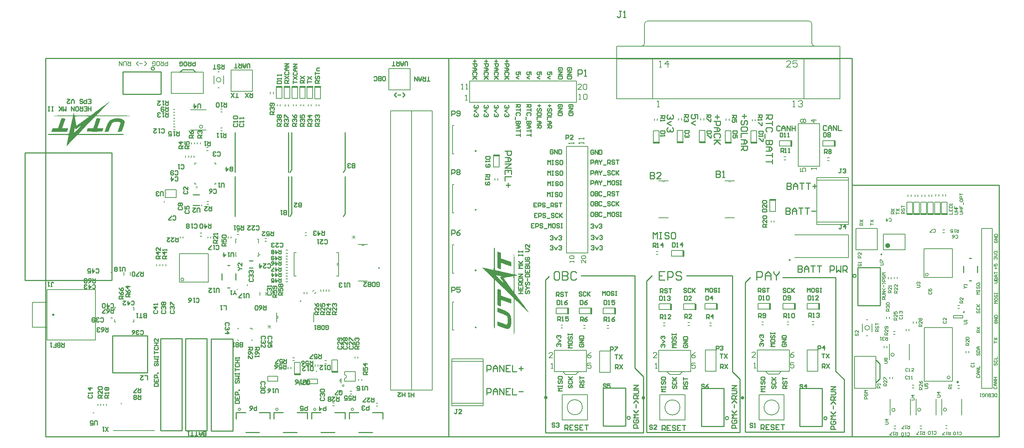
<source format=gto>
G04*
G04 #@! TF.GenerationSoftware,Altium Limited,Altium Designer,18.1.9 (240)*
G04*
G04 Layer_Color=65535*
%FSLAX44Y44*%
%MOMM*%
G71*
G01*
G75*
%ADD16C,0.2540*%
%ADD92C,0.2000*%
%ADD107C,0.2400*%
%ADD108C,0.0000*%
%ADD109C,0.2500*%
%ADD110C,0.1270*%
%ADD111C,0.4000*%
%ADD112C,0.1524*%
%ADD113C,0.1500*%
%ADD114C,0.2032*%
%ADD115C,0.6000*%
%ADD116C,0.3000*%
%ADD117C,0.1778*%
%ADD118C,0.0762*%
G36*
X405828Y1052159D02*
X405735Y1052066D01*
X405549Y1051786D01*
X405269Y1051507D01*
X404896Y1051041D01*
X404337Y1050388D01*
X403685Y1049643D01*
X403405Y1049363D01*
X403219Y1049177D01*
X402939Y1048897D01*
X402473Y1048431D01*
X401914Y1047872D01*
X401169Y1047127D01*
X400330Y1046195D01*
X399212Y1045170D01*
X398000Y1043865D01*
X396509Y1042281D01*
X394738Y1040510D01*
X392688Y1038367D01*
X390452Y1036037D01*
X390265Y1035851D01*
X389892Y1035478D01*
X389240Y1034825D01*
X388401Y1033893D01*
X387376Y1032868D01*
X386258Y1031750D01*
X383835Y1029141D01*
X381319Y1026531D01*
X380107Y1025227D01*
X378989Y1024108D01*
X378057Y1023083D01*
X377311Y1022151D01*
X376659Y1021499D01*
X376379Y1021126D01*
X375354Y1019821D01*
X424933Y1019821D01*
X428288Y1019728D01*
X435557D01*
X439284Y1019635D01*
X442919Y1019542D01*
X446274Y1019449D01*
X447858D01*
X449256Y1019355D01*
X450654D01*
X451865Y1019262D01*
X452891Y1019169D01*
X453823D01*
X454475Y1019076D01*
X455034Y1018983D01*
X455407Y1018889D01*
X455500Y1018796D01*
X455407Y1018703D01*
X455220D01*
X454848Y1018610D01*
X454195Y1018517D01*
X453263Y1018423D01*
X452704D01*
X452052Y1018330D01*
X451213D01*
X450281Y1018237D01*
X449256D01*
X448045Y1018144D01*
X446740D01*
X445342Y1018051D01*
X441987D01*
X440030Y1017958D01*
X437887D01*
X435650Y1017864D01*
X430431D01*
X427635Y1017771D01*
X373024Y1017771D01*
X360816Y1005563D01*
X360630Y1005376D01*
X360164Y1004911D01*
X359325Y1003979D01*
X358114Y1002767D01*
X356529Y1001183D01*
X354666Y999226D01*
X352429Y996989D01*
X351217Y995684D01*
X349913Y994286D01*
X349820Y994193D01*
X349633Y993914D01*
X349260Y993541D01*
X348701Y993075D01*
X348142Y992423D01*
X347490Y991770D01*
X345999Y990186D01*
X344414Y988602D01*
X342923Y986924D01*
X341619Y985620D01*
X341059Y985061D01*
X340593Y984594D01*
X332206Y975928D01*
X413843Y975928D01*
X418969Y975834D01*
X434439D01*
X436116Y975741D01*
X439750D01*
X440496Y975648D01*
X441148D01*
Y975555D01*
X441055Y975368D01*
X440962Y975182D01*
X440775Y974809D01*
X440403Y974530D01*
X439937Y974157D01*
X439191Y973877D01*
X438259Y973691D01*
X438073D01*
X437887Y973598D01*
X437234D01*
X436768Y973505D01*
X436209D01*
X435464Y973411D01*
X434718Y973318D01*
X433693D01*
X432668Y973225D01*
X430058D01*
X428567Y973132D01*
X417198D01*
X415520Y973225D01*
X401262D01*
X399491Y973318D01*
X330156Y973318D01*
X320464Y963626D01*
X320371Y963533D01*
X320184Y963347D01*
X319718Y962881D01*
X319159Y962321D01*
X318321Y961576D01*
X317388Y960551D01*
X316177Y959339D01*
X314686Y957848D01*
X314593Y957755D01*
X314500Y957662D01*
X313940Y957103D01*
X313195Y956264D01*
X312263Y955239D01*
X311145Y954120D01*
X309933Y952816D01*
X308722Y951604D01*
X307603Y950393D01*
X307510Y950300D01*
X307137Y949927D01*
X306671Y949461D01*
X306112Y948809D01*
X305460Y948249D01*
X304994Y947783D01*
X304528Y947411D01*
X304342Y947318D01*
Y948063D01*
Y948249D01*
X304435Y948715D01*
X304528Y949554D01*
X304807Y950486D01*
Y950579D01*
X304901Y950766D01*
Y951045D01*
X304994Y951418D01*
X305273Y952350D01*
X305460Y953468D01*
Y953561D01*
Y953748D01*
X305553Y954214D01*
X305646Y954773D01*
X305833Y955518D01*
X306019Y956544D01*
X306299Y957848D01*
X306671Y959339D01*
Y959526D01*
X306858Y959992D01*
X307044Y960830D01*
X307231Y961669D01*
X307696Y963719D01*
X307883Y964651D01*
X307976Y965490D01*
X309747Y972573D01*
X309654D01*
X309560Y972666D01*
X309374D01*
X309001Y972759D01*
X308442D01*
X307603Y972852D01*
X306578Y972945D01*
X305273Y973039D01*
X303596D01*
X302571Y973132D01*
X300334D01*
X299123Y973225D01*
X294556D01*
X292786Y973318D01*
X270792D01*
X268928Y973411D01*
X264269D01*
X263151Y973505D01*
X261939D01*
X261380Y973598D01*
X260821Y973691D01*
X260261Y973784D01*
X259702Y973970D01*
X259330Y974250D01*
X259236Y974623D01*
X259330Y974809D01*
X259423Y974996D01*
X259609Y975182D01*
X260075Y975368D01*
X260634Y975555D01*
X261473Y975741D01*
X262591Y975834D01*
X266599D01*
X267903Y975928D01*
X295209D01*
X297539Y976021D01*
X302291D01*
X304528Y976114D01*
X307324D01*
X308069Y976207D01*
X309374D01*
X309840Y976300D01*
X310213D01*
X310399Y976394D01*
X310492D01*
Y976487D01*
Y976860D01*
X310585Y977139D01*
Y977512D01*
X310679Y977978D01*
X310772Y978630D01*
X310958Y979376D01*
X311145Y980214D01*
X311331Y981240D01*
X311517Y982451D01*
X311797Y983756D01*
X312170Y985247D01*
X312542Y987018D01*
X313008Y988881D01*
Y988975D01*
X313102Y989161D01*
X313195Y989627D01*
X313288Y990186D01*
X313475Y990838D01*
X313661Y991770D01*
X313940Y992795D01*
X314220Y993914D01*
X314500Y995312D01*
X314872Y996803D01*
X315245Y998480D01*
X315618Y1000344D01*
X316084Y1002394D01*
X316550Y1004538D01*
X317109Y1006868D01*
X317668Y1009384D01*
X319439Y1017771D01*
X289524D01*
X287474Y1017864D01*
X283187D01*
X281137Y1017958D01*
X279273Y1018051D01*
X277502D01*
X276011Y1018144D01*
X275452Y1018237D01*
X274893D01*
X274520Y1018330D01*
X274240Y1018423D01*
X274054D01*
X273961Y1018517D01*
X274147Y1018610D01*
X274333Y1018703D01*
X274706Y1018796D01*
X275172Y1018889D01*
X275918Y1018983D01*
X276850Y1019076D01*
X278061Y1019169D01*
X279646Y1019262D01*
X280577Y1019355D01*
X281509D01*
X282628Y1019448D01*
X283746Y1019542D01*
X285051D01*
X286449Y1019635D01*
X287940D01*
X289524Y1019728D01*
X293158D01*
X295116Y1019821D01*
X297259D01*
X319905Y1020101D01*
X320464Y1023176D01*
Y1023269D01*
X320557Y1023642D01*
X320743Y1024108D01*
X320930Y1024667D01*
X321116Y1025320D01*
X321303Y1025786D01*
X321582Y1026252D01*
X321769Y1026438D01*
X321862D01*
X321955Y1026345D01*
X322048Y1026158D01*
X322141Y1025879D01*
X322234Y1025506D01*
Y1024947D01*
Y1024854D01*
Y1024388D01*
X322328Y1023829D01*
X322421Y1023176D01*
X322514Y1022337D01*
X322794Y1021499D01*
X323073Y1020660D01*
X323539Y1019821D01*
X361841D01*
X364637Y1021871D01*
X364730D01*
X364824Y1022058D01*
X365103Y1022244D01*
X365476Y1022524D01*
X365849Y1022803D01*
X366408Y1023269D01*
X367713Y1024295D01*
X369390Y1025599D01*
X371440Y1027090D01*
X373677Y1028861D01*
X376286Y1030818D01*
X379082Y1032868D01*
X382157Y1035198D01*
X385419Y1037621D01*
X388960Y1040137D01*
X392595Y1042840D01*
X396416Y1045543D01*
X400330Y1048338D01*
X404430Y1051227D01*
X405922Y1052252D01*
X405828Y1052159D01*
D02*
G37*
G36*
X427169Y1012832D02*
X428008D01*
X429033Y1012739D01*
X430152Y1012645D01*
X431363Y1012459D01*
X433786Y1011993D01*
X436209Y1011341D01*
X437421Y1010875D01*
X438446Y1010409D01*
X439378Y1009756D01*
X440216Y1009104D01*
X440310Y1009011D01*
X440589Y1008731D01*
X440962Y1008172D01*
X441335Y1007613D01*
X441707Y1006868D01*
X442080Y1005936D01*
X442360Y1005004D01*
X442453Y1003979D01*
Y1003885D01*
Y1003792D01*
Y1003513D01*
X442360Y1003140D01*
X442267Y1002581D01*
X442080Y1001835D01*
X441894Y1000996D01*
X441614Y999878D01*
X441241Y998667D01*
X440869Y997176D01*
X440310Y995405D01*
X439657Y993448D01*
X438912Y991211D01*
X437980Y988695D01*
X436955Y985899D01*
X435836Y982824D01*
Y982731D01*
X435650Y982544D01*
X435370Y982358D01*
X434904Y981985D01*
X434252Y981706D01*
X433320Y981519D01*
X432015Y981333D01*
X431270Y981240D01*
X425585D01*
Y981333D01*
X425678Y981612D01*
X425865Y982078D01*
X426144Y982731D01*
X426424Y983569D01*
X426797Y984594D01*
X427169Y985713D01*
X427635Y987018D01*
X428195Y988509D01*
X428754Y990000D01*
X429406Y991677D01*
X430058Y993541D01*
X430711Y995405D01*
X431456Y997362D01*
X433041Y1001649D01*
X432947Y1001742D01*
X432854Y1001835D01*
X432575Y1002115D01*
X432295Y1002487D01*
X432202Y1002581D01*
X432015Y1002767D01*
X431736Y1002953D01*
X431643Y1003140D01*
X431456Y1003233D01*
X431363Y1003326D01*
X431083Y1003606D01*
X430990Y1003699D01*
X430804Y1003792D01*
X430618Y1003885D01*
X430338Y1003979D01*
X430058D01*
X429779Y1004072D01*
X429499Y1004258D01*
X429406D01*
X429127Y1004351D01*
X428754Y1004445D01*
X428288Y1004538D01*
X427449D01*
X426890Y1004631D01*
X426331D01*
X425678Y1004724D01*
X422044D01*
X421578Y1004631D01*
X421019D01*
X420273Y1004538D01*
X418782Y1004351D01*
X417105Y1004072D01*
X415427Y1003513D01*
X414029Y1002860D01*
X413377Y1002394D01*
X412818Y1001928D01*
X412725Y1001835D01*
X412538Y1001462D01*
X412259Y1000903D01*
X411979Y1000437D01*
X411793Y999878D01*
X411420Y999226D01*
X411140Y998480D01*
X410674Y997548D01*
X410302Y996523D01*
X409742Y995405D01*
X409183Y994007D01*
X408624Y992609D01*
X407972Y990932D01*
X404430Y981519D01*
X404337D01*
X404058Y981426D01*
X403685D01*
X403126Y981333D01*
X402473D01*
X401635Y981240D01*
X397627D01*
X396136Y981146D01*
X395391D01*
X394738Y981053D01*
X398280Y991211D01*
X398373Y991398D01*
X398466Y991770D01*
X398746Y992423D01*
X399025Y993355D01*
X399491Y994380D01*
X399957Y995591D01*
X400516Y996896D01*
X401169Y998294D01*
X402473Y1001090D01*
X403219Y1002487D01*
X404058Y1003792D01*
X404803Y1005097D01*
X405642Y1006122D01*
X406387Y1007054D01*
X407226Y1007800D01*
X407319Y1007893D01*
X407506Y1007986D01*
X407879Y1008265D01*
X408344Y1008638D01*
X408997Y1009011D01*
X409742Y1009384D01*
X410674Y1009850D01*
X411699Y1010316D01*
X412911Y1010875D01*
X414216Y1011341D01*
X415707Y1011714D01*
X417384Y1012086D01*
X419155Y1012459D01*
X421112Y1012739D01*
X423162Y1012832D01*
X425399Y1012925D01*
X426424D01*
X427169Y1012832D01*
D02*
G37*
G36*
X382716Y1012552D02*
X383555Y1012552D01*
X384301Y1012459D01*
X384860Y1012366D01*
X384953Y1012273D01*
X385046Y1012179D01*
X381226Y1000624D01*
X377405Y989441D01*
X386724Y989441D01*
X388028Y989347D01*
X389426D01*
X390545Y989254D01*
X391011Y989161D01*
X391384D01*
X391570Y989068D01*
X391663Y988975D01*
Y988788D01*
X391570Y988415D01*
X391384Y987856D01*
X391104Y987018D01*
X390918Y986458D01*
X390638Y985806D01*
X390452Y985061D01*
X390079Y984222D01*
X389706Y983197D01*
X389333Y982078D01*
X389240D01*
X389147Y981985D01*
X388960D01*
X388681Y981892D01*
X388215Y981799D01*
X387656Y981706D01*
X386817Y981612D01*
X385792D01*
X384580Y981519D01*
X383089Y981426D01*
X381226Y981333D01*
X379175D01*
X376752Y981240D01*
X364917D01*
X363239Y981333D01*
X361469D01*
X359791Y981426D01*
X358114D01*
X356623Y981519D01*
X355225Y981612D01*
X354013Y981705D01*
X353081Y981799D01*
X352802Y981892D01*
X352522D01*
X352429Y981985D01*
X352336Y982078D01*
Y982265D01*
X352429Y982451D01*
X352522Y982824D01*
X352615Y983290D01*
X352895Y984035D01*
X353175Y984874D01*
X353641Y985899D01*
X354666Y989161D01*
X355038D01*
X355504Y989254D01*
X356250D01*
X357089Y989347D01*
X358207D01*
X359605Y989441D01*
X363519D01*
X364637Y989534D01*
X365662D01*
X366781Y989627D01*
X367713Y989720D01*
X368924Y992982D01*
X369017Y993075D01*
X369110Y993541D01*
X369297Y993821D01*
X369390Y994286D01*
X369576Y994753D01*
X369856Y995405D01*
X370042Y996150D01*
X370415Y996989D01*
X370695Y997921D01*
X371068Y998946D01*
X371533Y1000158D01*
X371999Y1001462D01*
X372465Y1002953D01*
X373024Y1004538D01*
X375820Y1012645D01*
X381878D01*
X382716Y1012552D01*
D02*
G37*
G36*
X299123D02*
X300055D01*
X300800Y1012459D01*
X301359Y1012366D01*
X301453Y1012273D01*
X301546Y1012179D01*
Y1012086D01*
X301453Y1011900D01*
Y1011713D01*
X301359Y1011434D01*
X301266Y1011061D01*
X301080Y1010502D01*
X300893Y1009943D01*
X300614Y1009197D01*
X300334Y1008265D01*
X299961Y1007147D01*
X299496Y1005842D01*
X299030Y1004445D01*
X298377Y1002674D01*
X297725Y1000810D01*
Y1000717D01*
X297539Y1000344D01*
X297352Y999785D01*
X297166Y999133D01*
X296793Y998294D01*
X296513Y997362D01*
X295768Y995312D01*
X295116Y993261D01*
X294743Y992329D01*
X294463Y991491D01*
X294277Y990838D01*
X294090Y990279D01*
X293904Y989906D01*
Y989720D01*
X293997D01*
X294463Y989627D01*
X295116D01*
X295954Y989534D01*
X296979D01*
X298098Y989441D01*
X304342D01*
X305739Y989347D01*
X306858D01*
X307324Y989254D01*
X307696D01*
X307883Y989161D01*
X307976D01*
Y989068D01*
Y988975D01*
X307883Y988695D01*
X307790Y988229D01*
X307696Y987670D01*
X307417Y986924D01*
X307137Y985992D01*
X306671Y984874D01*
X305180Y981240D01*
X268090D01*
X269674Y985340D01*
X270979Y989441D01*
X283932D01*
X284026Y989627D01*
X284212Y990186D01*
X284492Y991025D01*
X284958Y992329D01*
X285517Y994007D01*
X286169Y995964D01*
X286542Y997082D01*
X287008Y998294D01*
X287474Y999692D01*
X287940Y1001090D01*
Y1001183D01*
X288033Y1001462D01*
X288219Y1001835D01*
X288406Y1002394D01*
X288592Y1002953D01*
X288872Y1003699D01*
X289431Y1005470D01*
X290083Y1007334D01*
X290829Y1009197D01*
X291481Y1011061D01*
X292133Y1012645D01*
X298191D01*
X299123Y1012552D01*
D02*
G37*
G36*
X1333071Y694134D02*
X1337413Y692752D01*
Y679036D01*
X1337610Y678937D01*
X1338203Y678740D01*
X1339091Y678444D01*
X1340472Y677951D01*
X1342248Y677358D01*
X1344321Y676668D01*
X1345505Y676273D01*
X1346788Y675780D01*
X1348268Y675286D01*
X1349748Y674793D01*
X1349847D01*
X1350143Y674694D01*
X1350537Y674497D01*
X1351129Y674299D01*
X1351722Y674102D01*
X1352511Y673806D01*
X1354386Y673214D01*
X1356360Y672523D01*
X1358333Y671734D01*
X1360307Y671043D01*
X1361984Y670352D01*
Y663938D01*
X1361886Y662951D01*
Y661964D01*
X1361787Y661175D01*
X1361688Y660583D01*
X1361590Y660484D01*
X1361491Y660386D01*
X1361392D01*
X1361195Y660484D01*
X1360997D01*
X1360701Y660583D01*
X1360307Y660682D01*
X1359715Y660879D01*
X1359122Y661076D01*
X1358333Y661373D01*
X1357346Y661668D01*
X1356162Y662063D01*
X1354781Y662557D01*
X1353300Y663050D01*
X1351425Y663741D01*
X1349452Y664432D01*
X1349353D01*
X1348959Y664629D01*
X1348367Y664826D01*
X1347676Y665024D01*
X1346788Y665418D01*
X1345801Y665714D01*
X1343630Y666504D01*
X1341459Y667195D01*
X1340472Y667589D01*
X1339584Y667885D01*
X1338893Y668083D01*
X1338301Y668280D01*
X1337906Y668477D01*
X1337709D01*
Y668379D01*
X1337610Y667885D01*
Y667195D01*
X1337512Y666306D01*
Y665221D01*
X1337413Y664037D01*
Y657425D01*
X1337314Y655945D01*
Y654761D01*
X1337216Y654268D01*
Y653873D01*
X1337117Y653676D01*
Y653577D01*
X1337018D01*
X1336920D01*
X1336624Y653676D01*
X1336130Y653774D01*
X1335538Y653873D01*
X1334749Y654169D01*
X1333762Y654465D01*
X1332578Y654958D01*
X1328729Y656537D01*
Y695811D01*
X1333071Y694134D01*
D02*
G37*
G36*
X1048624Y654145D02*
X1046084D01*
Y657955D01*
X1048624D01*
Y654145D01*
D02*
G37*
G36*
X1321920Y705087D02*
X1322118Y704989D01*
X1322315Y704791D01*
X1322513Y704298D01*
X1322710Y703706D01*
X1322907Y702818D01*
X1323006Y701634D01*
Y697390D01*
X1323105Y696009D01*
Y667096D01*
X1323203Y664629D01*
Y659596D01*
X1323302Y657228D01*
Y654268D01*
X1323401Y653478D01*
Y652097D01*
X1323499Y651603D01*
Y651208D01*
X1323598Y651011D01*
Y650912D01*
X1323697D01*
X1324091D01*
X1324388Y650814D01*
X1324782D01*
X1325276Y650715D01*
X1325966Y650617D01*
X1326756Y650419D01*
X1327644Y650222D01*
X1328729Y650024D01*
X1330012Y649827D01*
X1331394Y649531D01*
X1332973Y649136D01*
X1334848Y648742D01*
X1336821Y648248D01*
X1336920D01*
X1337117Y648149D01*
X1337610Y648051D01*
X1338203Y647952D01*
X1338893Y647755D01*
X1339880Y647557D01*
X1340966Y647261D01*
X1342150Y646965D01*
X1343630Y646669D01*
X1345209Y646275D01*
X1346985Y645880D01*
X1348959Y645485D01*
X1351129Y644992D01*
X1353399Y644498D01*
X1355866Y643906D01*
X1358530Y643314D01*
X1367411Y641439D01*
Y673115D01*
X1367510Y675286D01*
Y679825D01*
X1367609Y681996D01*
X1367708Y683970D01*
Y685845D01*
X1367806Y687424D01*
X1367905Y688016D01*
Y688608D01*
X1368004Y689003D01*
X1368102Y689299D01*
Y689496D01*
X1368201Y689595D01*
X1368300Y689397D01*
X1368398Y689200D01*
X1368497Y688805D01*
X1368596Y688312D01*
X1368694Y687522D01*
X1368793Y686536D01*
X1368892Y685253D01*
X1368990Y683575D01*
X1369089Y682588D01*
Y681602D01*
X1369188Y680417D01*
X1369286Y679233D01*
Y677852D01*
X1369385Y676372D01*
Y674793D01*
X1369484Y673115D01*
Y669267D01*
X1369583Y667195D01*
Y664925D01*
X1369879Y640946D01*
X1373135Y640354D01*
X1373234D01*
X1373628Y640255D01*
X1374122Y640058D01*
X1374714Y639860D01*
X1375405Y639663D01*
X1375898Y639466D01*
X1376391Y639170D01*
X1376589Y638972D01*
Y638874D01*
X1376490Y638775D01*
X1376293Y638676D01*
X1375997Y638578D01*
X1375602Y638479D01*
X1375010D01*
X1374911D01*
X1374418D01*
X1373826Y638380D01*
X1373135Y638282D01*
X1372247Y638183D01*
X1371359Y637887D01*
X1370471Y637591D01*
X1369583Y637097D01*
Y596540D01*
X1371753Y593580D01*
Y593481D01*
X1371951Y593383D01*
X1372148Y593087D01*
X1372444Y592692D01*
X1372740Y592297D01*
X1373234Y591705D01*
X1374319Y590324D01*
X1375701Y588547D01*
X1377279Y586376D01*
X1379154Y584008D01*
X1381227Y581245D01*
X1383398Y578285D01*
X1385865Y575028D01*
X1388430Y571575D01*
X1391095Y567825D01*
X1393956Y563976D01*
X1396818Y559930D01*
X1399778Y555786D01*
X1402837Y551444D01*
X1403923Y549865D01*
X1403824Y549964D01*
X1403725Y550063D01*
X1403429Y550260D01*
X1403133Y550556D01*
X1402640Y550951D01*
X1401949Y551543D01*
X1401160Y552234D01*
X1400864Y552529D01*
X1400666Y552727D01*
X1400370Y553023D01*
X1399877Y553516D01*
X1399285Y554108D01*
X1398495Y554898D01*
X1397509Y555786D01*
X1396423Y556970D01*
X1395042Y558253D01*
X1393364Y559832D01*
X1391489Y561707D01*
X1389220Y563878D01*
X1386753Y566246D01*
X1386555Y566443D01*
X1386161Y566838D01*
X1385470Y567529D01*
X1384483Y568417D01*
X1383398Y569502D01*
X1382213Y570686D01*
X1379450Y573252D01*
X1376687Y575916D01*
X1375306Y577199D01*
X1374122Y578383D01*
X1373036Y579370D01*
X1372050Y580160D01*
X1371359Y580850D01*
X1370964Y581146D01*
X1369583Y582232D01*
Y529735D01*
X1369484Y526182D01*
Y518485D01*
X1369385Y514538D01*
X1369286Y510690D01*
X1369188Y507137D01*
Y505460D01*
X1369089Y503979D01*
Y502499D01*
X1368990Y501216D01*
X1368892Y500131D01*
Y499144D01*
X1368793Y498453D01*
X1368694Y497861D01*
X1368596Y497467D01*
X1368497Y497368D01*
X1368398Y497467D01*
Y497664D01*
X1368300Y498059D01*
X1368201Y498750D01*
X1368102Y499736D01*
Y500328D01*
X1368004Y501019D01*
Y501907D01*
X1367905Y502894D01*
Y503979D01*
X1367806Y505262D01*
Y506644D01*
X1367708Y508124D01*
Y511676D01*
X1367609Y513749D01*
Y516018D01*
X1367510Y518387D01*
Y523913D01*
X1367411Y526873D01*
Y584699D01*
X1354485Y597626D01*
X1354287Y597823D01*
X1353794Y598317D01*
X1352807Y599205D01*
X1351524Y600488D01*
X1349847Y602165D01*
X1347774Y604139D01*
X1345406Y606507D01*
X1344025Y607790D01*
X1342544Y609171D01*
X1342446Y609270D01*
X1342150Y609467D01*
X1341755Y609862D01*
X1341262Y610454D01*
X1340571Y611046D01*
X1339880Y611737D01*
X1338203Y613316D01*
X1336525Y614993D01*
X1334749Y616572D01*
X1333367Y617954D01*
X1332775Y618546D01*
X1332282Y619039D01*
X1323105Y627920D01*
Y541478D01*
X1323006Y536050D01*
Y519669D01*
X1322907Y517893D01*
Y514045D01*
X1322809Y513255D01*
Y512565D01*
X1322710D01*
X1322513Y512663D01*
X1322315Y512762D01*
X1321920Y512959D01*
X1321624Y513354D01*
X1321230Y513847D01*
X1320934Y514637D01*
X1320736Y515624D01*
Y515821D01*
X1320638Y516018D01*
Y516709D01*
X1320539Y517202D01*
Y517794D01*
X1320440Y518584D01*
X1320342Y519373D01*
Y520459D01*
X1320243Y521544D01*
Y524307D01*
X1320144Y525886D01*
Y537925D01*
X1320243Y539701D01*
Y554799D01*
X1320342Y556674D01*
Y630091D01*
X1310079Y640354D01*
X1309980Y640452D01*
X1309783Y640650D01*
X1309290Y641143D01*
X1308698Y641735D01*
X1307908Y642624D01*
X1306823Y643610D01*
X1305540Y644893D01*
X1303961Y646472D01*
X1303862Y646571D01*
X1303764Y646669D01*
X1303172Y647261D01*
X1302283Y648051D01*
X1301198Y649038D01*
X1300014Y650222D01*
X1298632Y651505D01*
X1297349Y652787D01*
X1296067Y653971D01*
X1295968Y654070D01*
X1295573Y654465D01*
X1295080Y654958D01*
X1294389Y655550D01*
X1293797Y656241D01*
X1293304Y656735D01*
X1292909Y657228D01*
X1292810Y657425D01*
X1293600D01*
X1293797D01*
X1294290Y657327D01*
X1295179Y657228D01*
X1296165Y656932D01*
X1296264D01*
X1296461Y656833D01*
X1296757D01*
X1297152Y656735D01*
X1298139Y656439D01*
X1299323Y656241D01*
X1299422D01*
X1299619D01*
X1300112Y656143D01*
X1300704Y656044D01*
X1301494Y655846D01*
X1302579Y655649D01*
X1303961Y655353D01*
X1305540Y654958D01*
X1305737D01*
X1306231Y654761D01*
X1307119Y654564D01*
X1308007Y654366D01*
X1310178Y653873D01*
X1311165Y653676D01*
X1312053Y653577D01*
X1319552Y651702D01*
Y651801D01*
X1319651Y651899D01*
Y652097D01*
X1319750Y652491D01*
Y653083D01*
X1319848Y653971D01*
X1319947Y655057D01*
X1320046Y656439D01*
Y658215D01*
X1320144Y659300D01*
Y661668D01*
X1320243Y662951D01*
Y667787D01*
X1320342Y669661D01*
Y692950D01*
X1320440Y694923D01*
Y699857D01*
X1320539Y701041D01*
Y702324D01*
X1320638Y702916D01*
X1320736Y703508D01*
X1320835Y704100D01*
X1321032Y704693D01*
X1321328Y705087D01*
X1321723Y705186D01*
X1321920Y705087D01*
D02*
G37*
G36*
X862605Y575834D02*
X858795D01*
Y578374D01*
X862605D01*
Y575834D01*
D02*
G37*
G36*
X1330012Y606507D02*
X1330407Y606408D01*
X1330900Y606310D01*
X1331690Y606013D01*
X1332578Y605718D01*
X1333663Y605224D01*
X1337117Y604139D01*
Y603744D01*
X1337216Y603251D01*
Y602461D01*
X1337314Y601573D01*
Y600389D01*
X1337413Y598909D01*
Y594764D01*
X1337512Y593580D01*
Y592495D01*
X1337610Y591310D01*
X1337709Y590324D01*
X1341163Y589041D01*
X1341262Y588942D01*
X1341755Y588843D01*
X1342051Y588646D01*
X1342544Y588547D01*
X1343038Y588350D01*
X1343729Y588054D01*
X1344518Y587857D01*
X1345406Y587462D01*
X1346393Y587166D01*
X1347478Y586771D01*
X1348761Y586278D01*
X1350143Y585784D01*
X1351722Y585291D01*
X1353399Y584699D01*
X1361984Y581739D01*
Y575324D01*
X1361886Y574436D01*
Y573548D01*
X1361787Y572759D01*
X1361688Y572167D01*
X1361590Y572068D01*
X1361491Y571969D01*
X1349255Y576015D01*
X1337413Y580061D01*
Y570193D01*
X1337314Y568812D01*
Y567331D01*
X1337216Y566147D01*
X1337117Y565654D01*
Y565259D01*
X1337018Y565062D01*
X1336920Y564963D01*
X1336722D01*
X1336328Y565062D01*
X1335736Y565259D01*
X1334848Y565555D01*
X1334255Y565752D01*
X1333565Y566049D01*
X1332775Y566246D01*
X1331887Y566641D01*
X1330802Y567035D01*
X1329617Y567430D01*
Y567529D01*
X1329519Y567627D01*
Y567825D01*
X1329420Y568121D01*
X1329321Y568614D01*
X1329223Y569206D01*
X1329124Y570094D01*
Y571180D01*
X1329025Y572463D01*
X1328927Y574041D01*
X1328828Y576015D01*
Y578186D01*
X1328729Y580752D01*
Y593284D01*
X1328828Y595060D01*
Y596935D01*
X1328927Y598711D01*
Y600488D01*
X1329025Y602066D01*
X1329124Y603547D01*
X1329223Y604829D01*
X1329321Y605816D01*
X1329420Y606112D01*
Y606408D01*
X1329519Y606507D01*
X1329617Y606606D01*
X1329815D01*
X1330012Y606507D01*
D02*
G37*
G36*
X1339288Y557957D02*
X1339485Y557858D01*
X1339880Y557760D01*
X1340571Y557463D01*
X1341558Y557167D01*
X1342643Y556674D01*
X1343926Y556181D01*
X1345307Y555589D01*
X1346788Y554898D01*
X1349748Y553516D01*
X1351228Y552727D01*
X1352610Y551839D01*
X1353991Y551049D01*
X1355077Y550161D01*
X1356064Y549372D01*
X1356853Y548484D01*
X1356952Y548385D01*
X1357050Y548188D01*
X1357346Y547793D01*
X1357741Y547299D01*
X1358136Y546609D01*
X1358530Y545819D01*
X1359024Y544833D01*
X1359517Y543747D01*
X1360109Y542464D01*
X1360603Y541083D01*
X1360997Y539504D01*
X1361392Y537728D01*
X1361787Y535853D01*
X1362083Y533781D01*
X1362182Y531610D01*
X1362280Y529241D01*
Y528156D01*
X1362182Y527366D01*
Y526478D01*
X1362083Y525393D01*
X1361984Y524209D01*
X1361787Y522926D01*
X1361293Y520360D01*
X1360603Y517794D01*
X1360109Y516512D01*
X1359616Y515426D01*
X1358925Y514439D01*
X1358234Y513551D01*
X1358136Y513453D01*
X1357840Y513157D01*
X1357248Y512762D01*
X1356655Y512367D01*
X1355866Y511973D01*
X1354879Y511578D01*
X1353893Y511282D01*
X1352807Y511183D01*
X1352708D01*
X1352610D01*
X1352314D01*
X1351919Y511282D01*
X1351327Y511380D01*
X1350537Y511578D01*
X1349649Y511775D01*
X1348465Y512071D01*
X1347182Y512466D01*
X1345603Y512861D01*
X1343729Y513453D01*
X1341656Y514143D01*
X1339288Y514933D01*
X1336624Y515920D01*
X1333663Y517005D01*
X1330407Y518189D01*
X1330308D01*
X1330111Y518387D01*
X1329913Y518683D01*
X1329519Y519176D01*
X1329223Y519867D01*
X1329025Y520854D01*
X1328828Y522235D01*
X1328729Y523024D01*
Y529044D01*
X1328828D01*
X1329124Y528945D01*
X1329617Y528748D01*
X1330308Y528452D01*
X1331196Y528156D01*
X1332282Y527761D01*
X1333466Y527366D01*
X1334848Y526873D01*
X1336426Y526281D01*
X1338005Y525689D01*
X1339781Y524998D01*
X1341755Y524307D01*
X1343729Y523617D01*
X1345801Y522827D01*
X1350340Y521150D01*
X1350439Y521248D01*
X1350537Y521347D01*
X1350833Y521643D01*
X1351228Y521939D01*
X1351327Y522038D01*
X1351524Y522235D01*
X1351722Y522531D01*
X1351919Y522630D01*
X1352018Y522827D01*
X1352116Y522926D01*
X1352412Y523222D01*
X1352511Y523321D01*
X1352610Y523518D01*
X1352708Y523715D01*
X1352807Y524011D01*
Y524307D01*
X1352906Y524603D01*
X1353103Y524899D01*
Y524998D01*
X1353202Y525294D01*
X1353300Y525689D01*
X1353399Y526182D01*
Y527070D01*
X1353498Y527662D01*
Y528255D01*
X1353596Y528945D01*
Y532794D01*
X1353498Y533287D01*
Y533879D01*
X1353399Y534669D01*
X1353202Y536247D01*
X1352906Y538024D01*
X1352314Y539800D01*
X1351623Y541280D01*
X1351129Y541971D01*
X1350636Y542563D01*
X1350537Y542662D01*
X1350143Y542859D01*
X1349551Y543155D01*
X1349057Y543451D01*
X1348465Y543648D01*
X1347774Y544043D01*
X1346985Y544339D01*
X1345998Y544833D01*
X1344913Y545227D01*
X1343729Y545819D01*
X1342248Y546411D01*
X1340768Y547004D01*
X1338992Y547694D01*
X1329025Y551444D01*
Y551543D01*
X1328927Y551839D01*
Y552234D01*
X1328828Y552826D01*
Y553516D01*
X1328729Y554404D01*
Y558648D01*
X1328631Y560227D01*
Y561016D01*
X1328532Y561707D01*
X1339288Y557957D01*
D02*
G37*
%LPC*%
G36*
X349540Y1017771D02*
X332206D01*
X323539Y1017492D01*
X325589Y1006774D01*
Y1006681D01*
X325683Y1006308D01*
X325776Y1005749D01*
X325869Y1005004D01*
X326055Y1004165D01*
X326242Y1003233D01*
X326615Y1001183D01*
X326987Y999133D01*
X327267Y998201D01*
X327360Y997362D01*
X327547Y996616D01*
X327640Y996057D01*
X327733Y995684D01*
X327826Y995591D01*
X327919D01*
X328013Y995684D01*
X328199Y995778D01*
X328479Y995964D01*
X328851Y996150D01*
X329410Y996523D01*
X330063Y996989D01*
X330901Y997548D01*
X332020Y998294D01*
X333231Y999133D01*
X334722Y1000158D01*
X336493Y1001462D01*
X338450Y1002860D01*
X340780Y1004538D01*
X343389Y1006495D01*
X358487Y1017492D01*
X349540Y1017771D01*
D02*
G37*
G36*
X337332Y995312D02*
X337052Y995032D01*
X336959D01*
X336866Y994939D01*
X336586Y994846D01*
X336213Y994566D01*
X336120Y994473D01*
X335747Y994193D01*
X335281Y993821D01*
X334629Y993261D01*
X334443Y993168D01*
X333977Y992795D01*
X333325Y992236D01*
X332486Y991491D01*
X332393Y991398D01*
X332299Y991304D01*
X332020Y991118D01*
X331647Y990838D01*
X330715Y990186D01*
X329690Y989441D01*
X329597Y989347D01*
X329224Y989068D01*
X328665Y988695D01*
X328106Y988229D01*
X327453Y987856D01*
X326894Y987484D01*
X326521Y987204D01*
X326242Y987111D01*
X326149D01*
X326055Y987204D01*
X325869Y987390D01*
X325683Y987763D01*
X325403Y988229D01*
X325123Y988881D01*
X324751Y989720D01*
Y989813D01*
X324658Y989906D01*
X324471Y990279D01*
X324378Y990372D01*
X324192D01*
X324098Y990186D01*
X324005Y989720D01*
Y989534D01*
X323819Y989068D01*
X323632Y988229D01*
X323260Y987111D01*
Y987018D01*
Y986924D01*
Y986458D01*
X323167Y985806D01*
X322980Y985340D01*
Y985247D01*
X322887Y985061D01*
Y984781D01*
X322794Y984408D01*
X322607Y983476D01*
X322328Y982265D01*
X322141Y981146D01*
X321955Y980028D01*
X321862Y979189D01*
X321769Y978910D01*
Y978723D01*
X321955Y978910D01*
X322421Y979283D01*
X323167Y979935D01*
X324192Y980774D01*
X325403Y981799D01*
X326708Y982917D01*
X328106Y984222D01*
X329504Y985620D01*
X332393Y988415D01*
X333697Y989813D01*
X334909Y991118D01*
X335934Y992329D01*
X336679Y993541D01*
X337145Y994473D01*
X337332Y995312D01*
D02*
G37*
G36*
X1326262Y638972D02*
X1326065D01*
X1326262Y638775D01*
X1326657Y638282D01*
X1327348Y637492D01*
X1328236Y636407D01*
X1329321Y635124D01*
X1330506Y633742D01*
X1331887Y632262D01*
X1333367Y630782D01*
X1336328Y627723D01*
X1337808Y626341D01*
X1339189Y625059D01*
X1340472Y623973D01*
X1341755Y623184D01*
X1342742Y622690D01*
X1343630Y622493D01*
X1343334Y622789D01*
Y622888D01*
X1343235Y622986D01*
X1343136Y623282D01*
X1342841Y623677D01*
X1342742Y623776D01*
X1342446Y624170D01*
X1342051Y624664D01*
X1341459Y625355D01*
X1341360Y625552D01*
X1340966Y626045D01*
X1340374Y626736D01*
X1339584Y627624D01*
X1339485Y627723D01*
X1339387Y627822D01*
X1339189Y628118D01*
X1338893Y628512D01*
X1338203Y629499D01*
X1337413Y630585D01*
X1337314Y630683D01*
X1337018Y631078D01*
X1336624Y631670D01*
X1336130Y632262D01*
X1335736Y632953D01*
X1335341Y633545D01*
X1335045Y633940D01*
X1334946Y634236D01*
Y634334D01*
X1335045Y634433D01*
X1335242Y634631D01*
X1335637Y634828D01*
X1336130Y635124D01*
X1336821Y635420D01*
X1337709Y635815D01*
X1337808D01*
X1337906Y635913D01*
X1338301Y636111D01*
X1338400Y636209D01*
Y636407D01*
X1338203Y636505D01*
X1337709Y636604D01*
X1337512D01*
X1337018Y636801D01*
X1336130Y636999D01*
X1334946Y637393D01*
X1334848D01*
X1334749D01*
X1334255D01*
X1333565Y637492D01*
X1333071Y637690D01*
X1332973D01*
X1332775Y637788D01*
X1332479D01*
X1332085Y637887D01*
X1331098Y638084D01*
X1329815Y638380D01*
X1328631Y638578D01*
X1327446Y638775D01*
X1326558Y638874D01*
X1326262Y638972D01*
D02*
G37*
G36*
X1367115Y637097D02*
X1355767Y634926D01*
X1355669D01*
X1355274Y634828D01*
X1354682Y634729D01*
X1353893Y634631D01*
X1353004Y634433D01*
X1352018Y634236D01*
X1349847Y633841D01*
X1347676Y633446D01*
X1346689Y633150D01*
X1345801Y633052D01*
X1345011Y632854D01*
X1344419Y632756D01*
X1344025Y632657D01*
X1343926Y632558D01*
Y632459D01*
X1344025Y632361D01*
X1344123Y632164D01*
X1344321Y631867D01*
X1344518Y631473D01*
X1344913Y630881D01*
X1345406Y630190D01*
X1345998Y629302D01*
X1346788Y628118D01*
X1347676Y626835D01*
X1348761Y625256D01*
X1350143Y623381D01*
X1351623Y621309D01*
X1353399Y618842D01*
X1355471Y616079D01*
X1367115Y600093D01*
X1367411Y609566D01*
Y627920D01*
X1367115Y637097D01*
D02*
G37*
%LPD*%
D16*
X1878558Y298636D02*
G03*
X1878558Y298636I-3810J0D01*
G01*
X1644798Y299136D02*
G03*
X1644798Y299136I-3810J0D01*
G01*
X2112645Y298136D02*
G03*
X2112645Y298136I-3810J0D01*
G01*
X1443208Y627800D02*
X1451460Y636052D01*
X1683616Y624870D02*
X1696403Y637657D01*
X1918312Y622140D02*
X1930208Y634036D01*
X1443208Y264036D02*
X1467208D01*
X1443208Y264036D02*
X1443208Y264036D01*
X1443208Y627800D02*
X1443208Y264036D01*
X1676008D02*
Y288576D01*
X1676008Y264036D02*
X1676008Y264036D01*
X1651468Y264036D02*
X1676008D01*
X1655778Y417626D02*
X1676008Y397396D01*
X1813788Y279078D02*
Y369756D01*
X1867128Y279078D02*
Y369756D01*
X1813788Y279078D02*
X1867128D01*
X1813788Y369756D02*
X1867128D01*
X1580028Y279578D02*
Y370256D01*
X1633368Y279578D02*
Y370256D01*
X1580028Y279578D02*
X1633368D01*
X1580028Y370256D02*
X1633368D01*
X1467208Y264036D02*
X1651468D01*
X2007130Y634036D02*
X2133208D01*
Y410336D02*
Y634036D01*
Y410336D02*
X2153208Y390336D01*
Y265761D02*
Y390336D01*
X1918312Y265761D02*
X2153208D01*
X1918312D02*
Y622140D01*
X1778612Y637811D02*
X1887508D01*
X1887354Y637657D02*
X1887508Y637811D01*
Y409336D02*
Y637811D01*
Y409336D02*
X1905208Y391636D01*
Y264761D02*
Y391636D01*
X1683616Y264761D02*
X1905208D01*
X1683616D02*
Y624870D01*
X1528121Y637846D02*
X1655778D01*
Y417626D02*
Y637846D01*
X1676008Y288576D02*
Y397396D01*
X2047875Y369256D02*
X2101215D01*
X2047875Y278578D02*
X2101215D01*
Y369256D01*
X2047875Y278578D02*
Y369256D01*
X2132942Y272070D02*
X2120946D01*
Y278068D01*
X2122945Y280067D01*
X2126944D01*
X2128943Y278068D01*
Y272070D01*
X2122945Y292064D02*
X2120946Y290064D01*
Y286065D01*
X2122945Y284066D01*
X2130943D01*
X2132942Y286065D01*
Y290064D01*
X2130943Y292064D01*
X2126944D01*
Y288065D01*
X2132942Y296062D02*
X2120946D01*
X2124945Y300061D01*
X2120946Y304060D01*
X2132942D01*
Y314056D02*
X2126944Y308058D01*
X2120946Y314056D01*
X2126944Y320054D02*
Y328052D01*
X2132942Y332051D02*
X2126944Y338049D01*
X2120946Y332051D01*
X2132942Y342047D02*
X2120946D01*
Y348045D01*
X2122945Y350045D01*
X2126944D01*
X2128943Y348045D01*
Y342047D01*
Y346046D02*
X2132942Y350045D01*
X2120946Y354043D02*
X2130943D01*
X2132942Y356043D01*
Y360042D01*
X2130943Y362041D01*
X2120946D01*
X2132942Y366040D02*
X2120946D01*
X2132942Y374037D01*
X2120946D01*
X1897992Y274610D02*
X1885996D01*
Y280608D01*
X1887995Y282607D01*
X1891994D01*
X1893993Y280608D01*
Y274610D01*
X1887995Y294604D02*
X1885996Y292604D01*
Y288605D01*
X1887995Y286606D01*
X1895993D01*
X1897992Y288605D01*
Y292604D01*
X1895993Y294604D01*
X1891994D01*
Y290605D01*
X1897992Y298602D02*
X1885996D01*
X1889995Y302601D01*
X1885996Y306600D01*
X1897992D01*
Y316596D02*
X1891994Y310598D01*
X1885996Y316596D01*
X1891994Y322594D02*
Y330592D01*
X1897992Y334590D02*
X1891994Y340589D01*
X1885996Y334590D01*
X1897992Y344587D02*
X1885996D01*
Y350585D01*
X1887995Y352585D01*
X1891994D01*
X1893993Y350585D01*
Y344587D01*
Y348586D02*
X1897992Y352585D01*
X1885996Y356583D02*
X1895993D01*
X1897992Y358583D01*
Y362581D01*
X1895993Y364581D01*
X1885996D01*
X1897992Y368580D02*
X1885996D01*
X1897992Y376577D01*
X1885996D01*
X1664312Y275118D02*
X1652316D01*
Y281116D01*
X1654315Y283115D01*
X1658314D01*
X1660313Y281116D01*
Y275118D01*
X1654315Y295112D02*
X1652316Y293112D01*
Y289113D01*
X1654315Y287114D01*
X1662313D01*
X1664312Y289113D01*
Y293112D01*
X1662313Y295112D01*
X1658314D01*
Y291113D01*
X1664312Y299110D02*
X1652316D01*
X1656315Y303109D01*
X1652316Y307108D01*
X1664312D01*
Y317104D02*
X1658314Y311106D01*
X1652316Y317104D01*
X1658314Y323102D02*
Y331100D01*
X1664312Y335098D02*
X1658314Y341097D01*
X1652316Y335098D01*
X1664312Y345095D02*
X1652316D01*
Y351093D01*
X1654315Y353093D01*
X1658314D01*
X1660313Y351093D01*
Y345095D01*
Y349094D02*
X1664312Y353093D01*
X1652316Y357091D02*
X1662313D01*
X1664312Y359091D01*
Y363089D01*
X1662313Y365089D01*
X1652316D01*
X1664312Y369088D02*
X1652316D01*
X1664312Y377085D01*
X1652316D01*
X1396901Y602331D02*
X1395235Y600664D01*
Y597332D01*
X1396901Y595666D01*
X1398568D01*
X1400234Y597332D01*
Y600664D01*
X1401900Y602331D01*
X1403566D01*
X1405232Y600664D01*
Y597332D01*
X1403566Y595666D01*
X1395235Y605663D02*
X1396901D01*
X1400234Y608995D01*
X1396901Y612327D01*
X1395235D01*
X1400234Y608995D02*
X1405232D01*
X1396901Y622324D02*
X1395235Y620658D01*
Y617326D01*
X1396901Y615659D01*
X1398568D01*
X1400234Y617326D01*
Y620658D01*
X1401900Y622324D01*
X1403566D01*
X1405232Y620658D01*
Y617326D01*
X1403566Y615659D01*
X1400234Y625656D02*
Y632321D01*
X1395235Y635653D02*
X1405232D01*
Y640651D01*
X1403566Y642318D01*
X1396901D01*
X1395235Y640651D01*
Y635653D01*
Y652314D02*
Y645650D01*
X1405232D01*
Y652314D01*
X1400234Y645650D02*
Y648982D01*
X1395235Y655647D02*
X1405232D01*
Y660645D01*
X1403566Y662311D01*
X1401900D01*
X1400234Y660645D01*
Y655647D01*
Y660645D01*
X1398568Y662311D01*
X1396901D01*
X1395235Y660645D01*
Y655647D01*
Y665643D02*
X1403566D01*
X1405232Y667310D01*
Y670642D01*
X1403566Y672308D01*
X1395235D01*
X1396901Y682305D02*
X1395235Y680639D01*
Y677306D01*
X1396901Y675640D01*
X1403566D01*
X1405232Y677306D01*
Y680639D01*
X1403566Y682305D01*
X1400234D01*
Y678972D01*
X1395235Y695634D02*
X1401900D01*
X1405232Y698966D01*
X1401900Y702298D01*
X1395235D01*
X1405232Y712295D02*
Y705630D01*
X1398568Y712295D01*
X1396901D01*
X1395235Y710629D01*
Y707297D01*
X1396901Y705630D01*
X1378725Y595666D02*
X1388722D01*
X1383724D01*
Y602331D01*
X1378725D01*
X1388722D01*
X1378725Y612327D02*
Y605663D01*
X1388722D01*
Y612327D01*
X1383724Y605663D02*
Y608995D01*
X1388722Y615659D02*
X1378725D01*
Y620658D01*
X1380391Y622324D01*
X1383724D01*
X1385390Y620658D01*
Y615659D01*
Y618992D02*
X1388722Y622324D01*
X1378725Y630655D02*
Y627322D01*
X1380391Y625656D01*
X1387056D01*
X1388722Y627322D01*
Y630655D01*
X1387056Y632321D01*
X1380391D01*
X1378725Y630655D01*
X1388722Y635653D02*
X1378725D01*
X1388722Y642318D01*
X1378725D01*
X1388722Y655647D02*
X1378725D01*
X1382057Y658979D01*
X1378725Y662311D01*
X1388722D01*
X1378725Y665643D02*
X1388722D01*
X1385390D01*
X1378725Y672308D01*
X1383724Y667310D01*
X1388722Y672308D01*
X1378725Y685637D02*
Y688969D01*
Y687303D01*
X1388722D01*
Y685637D01*
Y688969D01*
X1378725Y693968D02*
Y697300D01*
Y695634D01*
X1388722D01*
Y693968D01*
Y697300D01*
X1303208Y409036D02*
Y424271D01*
X1310826D01*
X1313365Y421732D01*
Y416654D01*
X1310826Y414114D01*
X1303208D01*
X1318443Y409036D02*
Y419193D01*
X1323521Y424271D01*
X1328600Y419193D01*
Y409036D01*
Y416654D01*
X1318443D01*
X1333678Y409036D02*
Y424271D01*
X1343835Y409036D01*
Y424271D01*
X1359070D02*
X1348913D01*
Y409036D01*
X1359070D01*
X1348913Y416654D02*
X1353992D01*
X1364148Y424271D02*
Y409036D01*
X1374305D01*
X1379383Y416654D02*
X1389540D01*
X1384462Y421732D02*
Y411575D01*
X1303208Y354536D02*
Y369771D01*
X1310826D01*
X1313365Y367232D01*
Y362154D01*
X1310826Y359614D01*
X1303208D01*
X1318443Y354536D02*
Y364693D01*
X1323521Y369771D01*
X1328600Y364693D01*
Y354536D01*
Y362154D01*
X1318443D01*
X1333678Y354536D02*
Y369771D01*
X1343835Y354536D01*
Y369771D01*
X1359070D02*
X1348913D01*
Y354536D01*
X1359070D01*
X1348913Y362154D02*
X1353992D01*
X1364148Y369771D02*
Y354536D01*
X1374305D01*
X1379383Y362154D02*
X1389540D01*
X2014340Y799653D02*
Y784418D01*
X2021957D01*
X2024496Y786957D01*
Y789497D01*
X2021957Y792036D01*
X2014340D01*
X2021957D01*
X2024496Y794575D01*
Y797114D01*
X2021957Y799653D01*
X2014340D01*
X2029575Y784418D02*
Y794575D01*
X2034653Y799653D01*
X2039731Y794575D01*
Y784418D01*
Y792036D01*
X2029575D01*
X2044810Y799653D02*
X2054966D01*
X2049888D01*
Y784418D01*
X2060045Y799653D02*
X2070202D01*
X2065123D01*
Y784418D01*
X2075280Y792036D02*
X2085437D01*
X2017576Y859271D02*
Y844036D01*
X2025194D01*
X2027733Y846575D01*
Y849114D01*
X2025194Y851654D01*
X2017576D01*
X2025194D01*
X2027733Y854193D01*
Y856732D01*
X2025194Y859271D01*
X2017576D01*
X2032811Y844036D02*
Y854193D01*
X2037890Y859271D01*
X2042968Y854193D01*
Y844036D01*
Y851654D01*
X2032811D01*
X2048047Y859271D02*
X2058203D01*
X2053125D01*
Y844036D01*
X2063282Y859271D02*
X2073438D01*
X2068360D01*
Y844036D01*
X2078517Y851654D02*
X2088673D01*
X2083595Y856732D02*
Y846575D01*
X1346426Y935078D02*
X1361661D01*
Y927460D01*
X1359122Y924921D01*
X1354044D01*
X1351504Y927460D01*
Y935078D01*
X1346426Y919843D02*
X1356583D01*
X1361661Y914765D01*
X1356583Y909686D01*
X1346426D01*
X1354044D01*
Y919843D01*
X1346426Y904608D02*
X1361661D01*
X1346426Y894451D01*
X1361661D01*
Y879216D02*
Y889373D01*
X1346426D01*
Y879216D01*
X1354044Y889373D02*
Y884294D01*
X1361661Y874138D02*
X1346426D01*
Y863981D01*
X1354044Y858903D02*
Y848746D01*
X1359122Y853824D02*
X1348965D01*
X2043608Y661561D02*
Y646326D01*
X2051226D01*
X2053765Y648865D01*
Y651404D01*
X2051226Y653943D01*
X2043608D01*
X2051226D01*
X2053765Y656483D01*
Y659022D01*
X2051226Y661561D01*
X2043608D01*
X2058843Y646326D02*
Y656483D01*
X2063921Y661561D01*
X2069000Y656483D01*
Y646326D01*
Y653943D01*
X2058843D01*
X2074078Y661561D02*
X2084235D01*
X2079156D01*
Y646326D01*
X2089313Y661561D02*
X2099470D01*
X2094392D01*
Y646326D01*
X2119783D02*
Y661561D01*
X2127401D01*
X2129940Y659022D01*
Y653943D01*
X2127401Y651404D01*
X2119783D01*
X2135018Y661561D02*
Y646326D01*
X2140097Y651404D01*
X2145175Y646326D01*
Y661561D01*
X2150253Y646326D02*
Y661561D01*
X2157871D01*
X2160410Y659022D01*
Y653943D01*
X2157871Y651404D01*
X2150253D01*
X2155332D02*
X2160410Y646326D01*
X1550516Y878836D02*
Y888833D01*
X1555514D01*
X1557180Y887167D01*
Y883834D01*
X1555514Y882168D01*
X1550516D01*
X1560512Y878836D02*
Y885500D01*
X1563845Y888833D01*
X1567177Y885500D01*
Y878836D01*
Y883834D01*
X1560512D01*
X1570509Y888833D02*
Y887167D01*
X1573841Y883834D01*
X1577174Y887167D01*
Y888833D01*
X1573841Y883834D02*
Y878836D01*
X1580506Y877170D02*
X1587170D01*
X1597167Y887167D02*
X1595501Y888833D01*
X1592169D01*
X1590503Y887167D01*
Y885500D01*
X1592169Y883834D01*
X1595501D01*
X1597167Y882168D01*
Y880502D01*
X1595501Y878836D01*
X1592169D01*
X1590503Y880502D01*
X1607164Y887167D02*
X1605498Y888833D01*
X1602166D01*
X1600500Y887167D01*
Y880502D01*
X1602166Y878836D01*
X1605498D01*
X1607164Y880502D01*
X1610496Y888833D02*
Y878836D01*
Y882168D01*
X1617161Y888833D01*
X1612162Y883834D01*
X1617161Y878836D01*
X2111215Y994333D02*
X2109216Y996332D01*
X2105217D01*
X2103218Y994333D01*
Y986336D01*
X2105217Y984336D01*
X2109216D01*
X2111215Y986336D01*
X2115214Y984336D02*
Y992334D01*
X2119213Y996332D01*
X2123212Y992334D01*
Y984336D01*
Y990334D01*
X2115214D01*
X2127210Y984336D02*
Y996332D01*
X2135208Y984336D01*
Y996332D01*
X2139206D02*
Y984336D01*
X2147204D01*
X1966826Y1021624D02*
X1982061D01*
Y1014006D01*
X1979522Y1011467D01*
X1974444D01*
X1971904Y1014006D01*
Y1021624D01*
Y1016546D02*
X1966826Y1011467D01*
X1982061Y1006389D02*
Y996232D01*
Y1001311D01*
X1966826D01*
X1979522Y980997D02*
X1982061Y983536D01*
Y988615D01*
X1979522Y991154D01*
X1969365D01*
X1966826Y988615D01*
Y983536D01*
X1969365Y980997D01*
X1964287Y975919D02*
Y965762D01*
X1982061Y960684D02*
X1966826D01*
Y953066D01*
X1969365Y950527D01*
X1971904D01*
X1974444Y953066D01*
Y960684D01*
Y953066D01*
X1976983Y950527D01*
X1979522D01*
X1982061Y953066D01*
Y960684D01*
X1966826Y945449D02*
X1976983D01*
X1982061Y940370D01*
X1976983Y935292D01*
X1966826D01*
X1974444D01*
Y945449D01*
X1982061Y930213D02*
Y920057D01*
Y925135D01*
X1966826D01*
X1982061Y914978D02*
Y904822D01*
Y909900D01*
X1966826D01*
X1954958Y271036D02*
Y283032D01*
X1960956D01*
X1962955Y281033D01*
Y277034D01*
X1960956Y275035D01*
X1954958D01*
X1958957D02*
X1962955Y271036D01*
X1974951Y283032D02*
X1966954D01*
Y271036D01*
X1974951D01*
X1966954Y277034D02*
X1970953D01*
X1986948Y281033D02*
X1984948Y283032D01*
X1980950D01*
X1978950Y281033D01*
Y279033D01*
X1980950Y277034D01*
X1984948D01*
X1986948Y275035D01*
Y273035D01*
X1984948Y271036D01*
X1980950D01*
X1978950Y273035D01*
X1998944Y283032D02*
X1990946D01*
Y271036D01*
X1998944D01*
X1990946Y277034D02*
X1994945D01*
X2002943Y283032D02*
X2010940D01*
X2006941D01*
Y271036D01*
X1720176Y269298D02*
Y281294D01*
X1726174D01*
X1728173Y279295D01*
Y275296D01*
X1726174Y273297D01*
X1720176D01*
X1724175D02*
X1728173Y269298D01*
X1740170Y281294D02*
X1732172D01*
Y269298D01*
X1740170D01*
X1732172Y275296D02*
X1736171D01*
X1752166Y279295D02*
X1750166Y281294D01*
X1746168D01*
X1744168Y279295D01*
Y277295D01*
X1746168Y275296D01*
X1750166D01*
X1752166Y273297D01*
Y271297D01*
X1750166Y269298D01*
X1746168D01*
X1744168Y271297D01*
X1764162Y281294D02*
X1756164D01*
Y269298D01*
X1764162D01*
X1756164Y275296D02*
X1760163D01*
X1768161Y281294D02*
X1776158D01*
X1772159D01*
Y269298D01*
X1488448Y270480D02*
Y282476D01*
X1494446D01*
X1496445Y280477D01*
Y276478D01*
X1494446Y274479D01*
X1488448D01*
X1492447D02*
X1496445Y270480D01*
X1508441Y282476D02*
X1500444D01*
Y270480D01*
X1508441D01*
X1500444Y276478D02*
X1504443D01*
X1520438Y280477D02*
X1518438Y282476D01*
X1514440D01*
X1512440Y280477D01*
Y278477D01*
X1514440Y276478D01*
X1518438D01*
X1520438Y274479D01*
Y272479D01*
X1518438Y270480D01*
X1514440D01*
X1512440Y272479D01*
X1532434Y282476D02*
X1524436D01*
Y270480D01*
X1532434D01*
X1524436Y276478D02*
X1528435D01*
X1536432Y282476D02*
X1544430D01*
X1540431D01*
Y270480D01*
X2101208Y418036D02*
Y428033D01*
X2106206D01*
X2107872Y426367D01*
Y423034D01*
X2106206Y421368D01*
X2101208D01*
X2104540D02*
X2107872Y418036D01*
X2111205Y428033D02*
X2117869Y418036D01*
Y428033D02*
X2111205Y418036D01*
X2100208Y452033D02*
X2106873D01*
X2103540D01*
Y442036D01*
X2110205Y452033D02*
X2116869Y442036D01*
Y452033D02*
X2110205Y442036D01*
X1859208Y417356D02*
Y427353D01*
X1864206D01*
X1865872Y425687D01*
Y422354D01*
X1864206Y420688D01*
X1859208D01*
X1862540D02*
X1865872Y417356D01*
X1869205Y427353D02*
X1875869Y417356D01*
Y427353D02*
X1869205Y417356D01*
X1858208Y451353D02*
X1864872D01*
X1861540D01*
Y441356D01*
X1868205Y451353D02*
X1874869Y441356D01*
Y451353D02*
X1868205Y441356D01*
X1529153Y598367D02*
X1527487Y600033D01*
X1524154D01*
X1522488Y598367D01*
Y596701D01*
X1524154Y595034D01*
X1527487D01*
X1529153Y593368D01*
Y591702D01*
X1527487Y590036D01*
X1524154D01*
X1522488Y591702D01*
X1539149Y598367D02*
X1537483Y600033D01*
X1534151D01*
X1532485Y598367D01*
Y591702D01*
X1534151Y590036D01*
X1537483D01*
X1539149Y591702D01*
X1542482Y600033D02*
Y590036D01*
Y593368D01*
X1549146Y600033D01*
X1544148Y595034D01*
X1549146Y590036D01*
X1578858Y591036D02*
Y601033D01*
X1582190Y597701D01*
X1585522Y601033D01*
Y591036D01*
X1593853Y601033D02*
X1590521D01*
X1588855Y599367D01*
Y592702D01*
X1590521Y591036D01*
X1593853D01*
X1595519Y592702D01*
Y599367D01*
X1593853Y601033D01*
X1605516Y599367D02*
X1603850Y601033D01*
X1600518D01*
X1598852Y599367D01*
Y597701D01*
X1600518Y596034D01*
X1603850D01*
X1605516Y594368D01*
Y592702D01*
X1603850Y591036D01*
X1600518D01*
X1598852Y592702D01*
X1608848Y601033D02*
X1612181D01*
X1610515D01*
Y591036D01*
X1608848D01*
X1612181D01*
X1823584Y598636D02*
Y608633D01*
X1826916Y605300D01*
X1830249Y608633D01*
Y598636D01*
X1838579Y608633D02*
X1835247D01*
X1833581Y606967D01*
Y600302D01*
X1835247Y598636D01*
X1838579D01*
X1840245Y600302D01*
Y606967D01*
X1838579Y608633D01*
X1850242Y606967D02*
X1848576Y608633D01*
X1845244D01*
X1843578Y606967D01*
Y605300D01*
X1845244Y603634D01*
X1848576D01*
X1850242Y601968D01*
Y600302D01*
X1848576Y598636D01*
X1845244D01*
X1843578Y600302D01*
X1853574Y608633D02*
X1856907D01*
X1855240D01*
Y598636D01*
X1853574D01*
X1856907D01*
X1778623Y606367D02*
X1776956Y608033D01*
X1773624D01*
X1771958Y606367D01*
Y604701D01*
X1773624Y603034D01*
X1776956D01*
X1778623Y601368D01*
Y599702D01*
X1776956Y598036D01*
X1773624D01*
X1771958Y599702D01*
X1788619Y606367D02*
X1786953Y608033D01*
X1783621D01*
X1781955Y606367D01*
Y599702D01*
X1783621Y598036D01*
X1786953D01*
X1788619Y599702D01*
X1791952Y608033D02*
Y598036D01*
Y601368D01*
X1798616Y608033D01*
X1793618Y603034D01*
X1798616Y598036D01*
X2065708Y598636D02*
Y608633D01*
X2069040Y605300D01*
X2072372Y608633D01*
Y598636D01*
X2080703Y608633D02*
X2077371D01*
X2075705Y606967D01*
Y600302D01*
X2077371Y598636D01*
X2080703D01*
X2082369Y600302D01*
Y606967D01*
X2080703Y608633D01*
X2092366Y606967D02*
X2090700Y608633D01*
X2087368D01*
X2085702Y606967D01*
Y605300D01*
X2087368Y603634D01*
X2090700D01*
X2092366Y601968D01*
Y600302D01*
X2090700Y598636D01*
X2087368D01*
X2085702Y600302D01*
X2095698Y608633D02*
X2099031D01*
X2097365D01*
Y598636D01*
X2095698D01*
X2099031D01*
X2014872Y606367D02*
X2013206Y608033D01*
X2009874D01*
X2008208Y606367D01*
Y604701D01*
X2009874Y603034D01*
X2013206D01*
X2014872Y601368D01*
Y599702D01*
X2013206Y598036D01*
X2009874D01*
X2008208Y599702D01*
X2024869Y606367D02*
X2023203Y608033D01*
X2019871D01*
X2018205Y606367D01*
Y599702D01*
X2019871Y598036D01*
X2023203D01*
X2024869Y599702D01*
X2028202Y608033D02*
Y598036D01*
Y601368D01*
X2034866Y608033D01*
X2029868Y603034D01*
X2034866Y598036D01*
X1948533Y598636D02*
Y608633D01*
X1953531D01*
X1955197Y606967D01*
Y603634D01*
X1953531Y601968D01*
X1948533D01*
X1951865D02*
X1955197Y598636D01*
X1965194Y606967D02*
X1963528Y608633D01*
X1960196D01*
X1958530Y606967D01*
Y605300D01*
X1960196Y603634D01*
X1963528D01*
X1965194Y601968D01*
Y600302D01*
X1963528Y598636D01*
X1960196D01*
X1958530Y600302D01*
X1968527Y608633D02*
X1975191D01*
X1971859D01*
Y598636D01*
X1716033Y597636D02*
Y607633D01*
X1721031D01*
X1722697Y605967D01*
Y602634D01*
X1721031Y600968D01*
X1716033D01*
X1719365D02*
X1722697Y597636D01*
X1732694Y605967D02*
X1731028Y607633D01*
X1727696D01*
X1726030Y605967D01*
Y604300D01*
X1727696Y602634D01*
X1731028D01*
X1732694Y600968D01*
Y599302D01*
X1731028Y597636D01*
X1727696D01*
X1726030Y599302D01*
X1736027Y607633D02*
X1742691D01*
X1739359D01*
Y597636D01*
X1468858Y588786D02*
Y598783D01*
X1473856D01*
X1475522Y597117D01*
Y593784D01*
X1473856Y592118D01*
X1468858D01*
X1472190D02*
X1475522Y588786D01*
X1485519Y597117D02*
X1483853Y598783D01*
X1480521D01*
X1478855Y597117D01*
Y595450D01*
X1480521Y593784D01*
X1483853D01*
X1485519Y592118D01*
Y590452D01*
X1483853Y588786D01*
X1480521D01*
X1478855Y590452D01*
X1488852Y598783D02*
X1495516D01*
X1492184D01*
Y588786D01*
X1608108Y450033D02*
X1614772D01*
X1611440D01*
Y440036D01*
X1618105Y450033D02*
X1624769Y440036D01*
Y450033D02*
X1618105Y440036D01*
X1609108Y416036D02*
Y426033D01*
X1614106D01*
X1615773Y424367D01*
Y421034D01*
X1614106Y419368D01*
X1609108D01*
X1612440D02*
X1615773Y416036D01*
X1619105Y426033D02*
X1625769Y416036D01*
Y426033D02*
X1619105Y416036D01*
X2017100Y369546D02*
X2007103D01*
Y374544D01*
X2008769Y376211D01*
X2012102D01*
X2013768Y374544D01*
Y369546D01*
Y372878D02*
X2017100Y376211D01*
X2008769Y386207D02*
X2007103Y384541D01*
Y381209D01*
X2008769Y379543D01*
X2010435D01*
X2012102Y381209D01*
Y384541D01*
X2013768Y386207D01*
X2015434D01*
X2017100Y384541D01*
Y381209D01*
X2015434Y379543D01*
X2007103Y389539D02*
Y396204D01*
Y392872D01*
X2017100D01*
X1982261Y376227D02*
X1980595Y374560D01*
Y371228D01*
X1982261Y369562D01*
X1983927D01*
X1985594Y371228D01*
Y374560D01*
X1987260Y376227D01*
X1988926D01*
X1990592Y374560D01*
Y371228D01*
X1988926Y369562D01*
X1982261Y386223D02*
X1980595Y384557D01*
Y381225D01*
X1982261Y379559D01*
X1988926D01*
X1990592Y381225D01*
Y384557D01*
X1988926Y386223D01*
X1980595Y389556D02*
X1990592D01*
X1987260D01*
X1980595Y396220D01*
X1985594Y391222D01*
X1990592Y396220D01*
X1964954Y361800D02*
X1954957D01*
X1958289Y365132D01*
X1954957Y368465D01*
X1964954D01*
X1954957Y371797D02*
Y375129D01*
Y373463D01*
X1964954D01*
Y371797D01*
Y375129D01*
X1956623Y386792D02*
X1954957Y385126D01*
Y381794D01*
X1956623Y380127D01*
X1958289D01*
X1959956Y381794D01*
Y385126D01*
X1961622Y386792D01*
X1963288D01*
X1964954Y385126D01*
Y381794D01*
X1963288Y380127D01*
X1954957Y395123D02*
Y391790D01*
X1956623Y390124D01*
X1963288D01*
X1964954Y391790D01*
Y395123D01*
X1963288Y396789D01*
X1956623D01*
X1954957Y395123D01*
X1988608Y469436D02*
X1978611D01*
X1981944Y472768D01*
X1978611Y476100D01*
X1988608D01*
X1978611Y484431D02*
Y481099D01*
X1980277Y479433D01*
X1986942D01*
X1988608Y481099D01*
Y484431D01*
X1986942Y486097D01*
X1980277D01*
X1978611Y484431D01*
X1980277Y496094D02*
X1978611Y494428D01*
Y491096D01*
X1980277Y489430D01*
X1981944D01*
X1983610Y491096D01*
Y494428D01*
X1985276Y496094D01*
X1986942D01*
X1988608Y494428D01*
Y491096D01*
X1986942Y489430D01*
X1978611Y499426D02*
Y502758D01*
Y501092D01*
X1988608D01*
Y499426D01*
Y502758D01*
X2007277Y476100D02*
X2005611Y474434D01*
Y471102D01*
X2007277Y469436D01*
X2013942D01*
X2015608Y471102D01*
Y474434D01*
X2013942Y476100D01*
X2010610D01*
Y472768D01*
X2015608Y479433D02*
X2005611D01*
X2015608Y486097D01*
X2005611D01*
Y489430D02*
X2015608D01*
Y494428D01*
X2013942Y496094D01*
X2007277D01*
X2005611Y494428D01*
Y489430D01*
X1953277Y470436D02*
X1951611Y472102D01*
Y475434D01*
X1953277Y477100D01*
X1954944D01*
X1956610Y475434D01*
Y473768D01*
Y475434D01*
X1958276Y477100D01*
X1959942D01*
X1961608Y475434D01*
Y472102D01*
X1959942Y470436D01*
X1954944Y480433D02*
X1961608Y483765D01*
X1954944Y487097D01*
X1953277Y490429D02*
X1951611Y492096D01*
Y495428D01*
X1953277Y497094D01*
X1954944D01*
X1956610Y495428D01*
Y493762D01*
Y495428D01*
X1958276Y497094D01*
X1959942D01*
X1961608Y495428D01*
Y492096D01*
X1959942Y490429D01*
X1728200Y361558D02*
X1718203D01*
X1721535Y364890D01*
X1718203Y368223D01*
X1728200D01*
X1718203Y371555D02*
Y374887D01*
Y373221D01*
X1728200D01*
Y371555D01*
Y374887D01*
X1719869Y386550D02*
X1718203Y384884D01*
Y381552D01*
X1719869Y379885D01*
X1721535D01*
X1723202Y381552D01*
Y384884D01*
X1724868Y386550D01*
X1726534D01*
X1728200Y384884D01*
Y381552D01*
X1726534Y379885D01*
X1718203Y394881D02*
Y391548D01*
X1719869Y389882D01*
X1726534D01*
X1728200Y391548D01*
Y394881D01*
X1726534Y396547D01*
X1719869D01*
X1718203Y394881D01*
X1746269Y375984D02*
X1744603Y374318D01*
Y370986D01*
X1746269Y369320D01*
X1747935D01*
X1749602Y370986D01*
Y374318D01*
X1751268Y375984D01*
X1752934D01*
X1754600Y374318D01*
Y370986D01*
X1752934Y369320D01*
X1746269Y385981D02*
X1744603Y384315D01*
Y380983D01*
X1746269Y379317D01*
X1752934D01*
X1754600Y380983D01*
Y384315D01*
X1752934Y385981D01*
X1744603Y389314D02*
X1754600D01*
X1751268D01*
X1744603Y395978D01*
X1749602Y390980D01*
X1754600Y395978D01*
X1780600Y369066D02*
X1770603D01*
Y374064D01*
X1772269Y375731D01*
X1775602D01*
X1777268Y374064D01*
Y369066D01*
Y372398D02*
X1780600Y375731D01*
X1772269Y385727D02*
X1770603Y384061D01*
Y380729D01*
X1772269Y379063D01*
X1773936D01*
X1775602Y380729D01*
Y384061D01*
X1777268Y385727D01*
X1778934D01*
X1780600Y384061D01*
Y380729D01*
X1778934Y379063D01*
X1770603Y389059D02*
Y395724D01*
Y392392D01*
X1780600D01*
X1718777Y467686D02*
X1717111Y469352D01*
Y472684D01*
X1718777Y474351D01*
X1720444D01*
X1722110Y472684D01*
Y471018D01*
Y472684D01*
X1723776Y474351D01*
X1725442D01*
X1727108Y472684D01*
Y469352D01*
X1725442Y467686D01*
X1720444Y477683D02*
X1727108Y481015D01*
X1720444Y484347D01*
X1718777Y487679D02*
X1717111Y489346D01*
Y492678D01*
X1718777Y494344D01*
X1720444D01*
X1722110Y492678D01*
Y491012D01*
Y492678D01*
X1723776Y494344D01*
X1725442D01*
X1727108Y492678D01*
Y489346D01*
X1725442Y487679D01*
X1772777Y473350D02*
X1771111Y471684D01*
Y468352D01*
X1772777Y466686D01*
X1779442D01*
X1781108Y468352D01*
Y471684D01*
X1779442Y473350D01*
X1776110D01*
Y470018D01*
X1781108Y476683D02*
X1771111D01*
X1781108Y483347D01*
X1771111D01*
Y486679D02*
X1781108D01*
Y491678D01*
X1779442Y493344D01*
X1772777D01*
X1771111Y491678D01*
Y486679D01*
X1754108Y466686D02*
X1744111D01*
X1747444Y470018D01*
X1744111Y473350D01*
X1754108D01*
X1744111Y481681D02*
Y478349D01*
X1745777Y476683D01*
X1752442D01*
X1754108Y478349D01*
Y481681D01*
X1752442Y483347D01*
X1745777D01*
X1744111Y481681D01*
X1745777Y493344D02*
X1744111Y491678D01*
Y488346D01*
X1745777Y486679D01*
X1747444D01*
X1749110Y488346D01*
Y491678D01*
X1750776Y493344D01*
X1752442D01*
X1754108Y491678D01*
Y488346D01*
X1752442Y486679D01*
X1744111Y496676D02*
Y500009D01*
Y498342D01*
X1754108D01*
Y496676D01*
Y500009D01*
X1534508Y371880D02*
X1524511D01*
Y376878D01*
X1526177Y378544D01*
X1529510D01*
X1531176Y376878D01*
Y371880D01*
Y375212D02*
X1534508Y378544D01*
X1526177Y388541D02*
X1524511Y386875D01*
Y383543D01*
X1526177Y381877D01*
X1527843D01*
X1529510Y383543D01*
Y386875D01*
X1531176Y388541D01*
X1532842D01*
X1534508Y386875D01*
Y383543D01*
X1532842Y381877D01*
X1524511Y391874D02*
Y398538D01*
Y395206D01*
X1534508D01*
X1498685Y377544D02*
X1497019Y375878D01*
Y372546D01*
X1498685Y370880D01*
X1500352D01*
X1502018Y372546D01*
Y375878D01*
X1503684Y377544D01*
X1505350D01*
X1507016Y375878D01*
Y372546D01*
X1505350Y370880D01*
X1498685Y387541D02*
X1497019Y385875D01*
Y382543D01*
X1498685Y380877D01*
X1505350D01*
X1507016Y382543D01*
Y385875D01*
X1505350Y387541D01*
X1497019Y390873D02*
X1507016D01*
X1503684D01*
X1497019Y397538D01*
X1502018Y392540D01*
X1507016Y397538D01*
X1483124Y363324D02*
X1473127D01*
X1476460Y366656D01*
X1473127Y369988D01*
X1483124D01*
X1473127Y373321D02*
Y376653D01*
Y374987D01*
X1483124D01*
Y373321D01*
Y376653D01*
X1474793Y388316D02*
X1473127Y386650D01*
Y383317D01*
X1474793Y381651D01*
X1476460D01*
X1478126Y383317D01*
Y386650D01*
X1479792Y388316D01*
X1481458D01*
X1483124Y386650D01*
Y383317D01*
X1481458Y381651D01*
X1473127Y396646D02*
Y393314D01*
X1474793Y391648D01*
X1481458D01*
X1483124Y393314D01*
Y396646D01*
X1481458Y398313D01*
X1474793D01*
X1473127Y396646D01*
X1506508Y466436D02*
X1496511D01*
X1499843Y469768D01*
X1496511Y473101D01*
X1506508D01*
X1496511Y481431D02*
Y478099D01*
X1498177Y476433D01*
X1504842D01*
X1506508Y478099D01*
Y481431D01*
X1504842Y483097D01*
X1498177D01*
X1496511Y481431D01*
X1498177Y493094D02*
X1496511Y491428D01*
Y488096D01*
X1498177Y486429D01*
X1499843D01*
X1501510Y488096D01*
Y491428D01*
X1503176Y493094D01*
X1504842D01*
X1506508Y491428D01*
Y488096D01*
X1504842Y486429D01*
X1496511Y496426D02*
Y499758D01*
Y498092D01*
X1506508D01*
Y496426D01*
Y499758D01*
X1525177Y475100D02*
X1523511Y473434D01*
Y470102D01*
X1525177Y468436D01*
X1531842D01*
X1533508Y470102D01*
Y473434D01*
X1531842Y475100D01*
X1528510D01*
Y471768D01*
X1533508Y478433D02*
X1523511D01*
X1533508Y485097D01*
X1523511D01*
Y488429D02*
X1533508D01*
Y493428D01*
X1531842Y495094D01*
X1525177D01*
X1523511Y493428D01*
Y488429D01*
X1471177Y469436D02*
X1469511Y471102D01*
Y474434D01*
X1471177Y476100D01*
X1472843D01*
X1474510Y474434D01*
Y472768D01*
Y474434D01*
X1476176Y476100D01*
X1477842D01*
X1479508Y474434D01*
Y471102D01*
X1477842Y469436D01*
X1472843Y479433D02*
X1479508Y482765D01*
X1472843Y486097D01*
X1471177Y489430D02*
X1469511Y491096D01*
Y494428D01*
X1471177Y496094D01*
X1472843D01*
X1474510Y494428D01*
Y492762D01*
Y494428D01*
X1476176Y496094D01*
X1477842D01*
X1479508Y494428D01*
Y491096D01*
X1477842Y489430D01*
X1698531Y726036D02*
Y741271D01*
X1703609Y736193D01*
X1708688Y741271D01*
Y726036D01*
X1713766Y741271D02*
X1718844D01*
X1716305D01*
Y726036D01*
X1713766D01*
X1718844D01*
X1736619Y738732D02*
X1734079Y741271D01*
X1729001D01*
X1726462Y738732D01*
Y736193D01*
X1729001Y733653D01*
X1734079D01*
X1736619Y731114D01*
Y728575D01*
X1734079Y726036D01*
X1729001D01*
X1726462Y728575D01*
X1749315Y741271D02*
X1744236D01*
X1741697Y738732D01*
Y728575D01*
X1744236Y726036D01*
X1749315D01*
X1751854Y728575D01*
Y738732D01*
X1749315Y741271D01*
X1457205Y1117372D02*
Y1124036D01*
X1452207D01*
X1453873Y1120704D01*
Y1119038D01*
X1452207Y1117372D01*
X1448874D01*
X1447208Y1119038D01*
Y1122370D01*
X1448874Y1124036D01*
X1453873Y1114039D02*
X1447208Y1110707D01*
X1453873Y1107375D01*
X1432805Y1117372D02*
Y1124036D01*
X1427806D01*
X1429473Y1120704D01*
Y1119038D01*
X1427806Y1117372D01*
X1424474D01*
X1422808Y1119038D01*
Y1122370D01*
X1424474Y1124036D01*
X1429473Y1114039D02*
X1422808Y1110707D01*
X1429473Y1107375D01*
X1408205Y1117372D02*
Y1124036D01*
X1403206D01*
X1404873Y1120704D01*
Y1119038D01*
X1403206Y1117372D01*
X1399874D01*
X1398208Y1119038D01*
Y1122370D01*
X1399874Y1124036D01*
X1404873Y1114039D02*
X1398208Y1110707D01*
X1404873Y1107375D01*
X1382805Y1117372D02*
Y1124036D01*
X1377806D01*
X1379473Y1120704D01*
Y1119038D01*
X1377806Y1117372D01*
X1374474D01*
X1372808Y1119038D01*
Y1122370D01*
X1374474Y1124036D01*
X1379473Y1114039D02*
X1372808Y1110707D01*
X1379473Y1107375D01*
X1350806Y1153036D02*
Y1146372D01*
X1354139Y1149704D02*
X1347474D01*
X1345808Y1143039D02*
X1355805D01*
Y1138041D01*
X1354139Y1136375D01*
X1350806D01*
X1349140Y1138041D01*
Y1143039D01*
X1345808Y1133042D02*
X1352473D01*
X1355805Y1129710D01*
X1352473Y1126378D01*
X1345808D01*
X1350806D01*
Y1133042D01*
X1354139Y1116381D02*
X1355805Y1118047D01*
Y1121379D01*
X1354139Y1123046D01*
X1347474D01*
X1345808Y1121379D01*
Y1118047D01*
X1347474Y1116381D01*
X1355805Y1113049D02*
X1345808D01*
X1349140D01*
X1355805Y1106384D01*
X1350806Y1111383D01*
X1345808Y1106384D01*
X1325806Y1153036D02*
Y1146372D01*
X1329139Y1149704D02*
X1322474D01*
X1320808Y1143039D02*
X1330805D01*
Y1138041D01*
X1329139Y1136375D01*
X1325806D01*
X1324140Y1138041D01*
Y1143039D01*
X1320808Y1133042D02*
X1327473D01*
X1330805Y1129710D01*
X1327473Y1126378D01*
X1320808D01*
X1325806D01*
Y1133042D01*
X1329139Y1116381D02*
X1330805Y1118047D01*
Y1121379D01*
X1329139Y1123046D01*
X1322474D01*
X1320808Y1121379D01*
Y1118047D01*
X1322474Y1116381D01*
X1330805Y1113049D02*
X1320808D01*
X1324140D01*
X1330805Y1106384D01*
X1325806Y1111383D01*
X1320808Y1106384D01*
X1301806Y1153036D02*
Y1146372D01*
X1305139Y1149704D02*
X1298474D01*
X1296808Y1143039D02*
X1306805D01*
Y1138041D01*
X1305139Y1136375D01*
X1301806D01*
X1300140Y1138041D01*
Y1143039D01*
X1296808Y1133042D02*
X1303473D01*
X1306805Y1129710D01*
X1303473Y1126378D01*
X1296808D01*
X1301806D01*
Y1133042D01*
X1305139Y1116381D02*
X1306805Y1118047D01*
Y1121379D01*
X1305139Y1123046D01*
X1298474D01*
X1296808Y1121379D01*
Y1118047D01*
X1298474Y1116381D01*
X1306805Y1113049D02*
X1296808D01*
X1300140D01*
X1306805Y1106384D01*
X1301806Y1111383D01*
X1296808Y1106384D01*
X1274806Y1153036D02*
Y1146372D01*
X1278139Y1149704D02*
X1271474D01*
X1269808Y1143039D02*
X1279805D01*
Y1138041D01*
X1278139Y1136375D01*
X1274806D01*
X1273140Y1138041D01*
Y1143039D01*
X1269808Y1133042D02*
X1276473D01*
X1279805Y1129710D01*
X1276473Y1126378D01*
X1269808D01*
X1274806D01*
Y1133042D01*
X1278139Y1116381D02*
X1279805Y1118047D01*
Y1121379D01*
X1278139Y1123046D01*
X1271474D01*
X1269808Y1121379D01*
Y1118047D01*
X1271474Y1116381D01*
X1279805Y1113049D02*
X1269808D01*
X1273140D01*
X1279805Y1106384D01*
X1274806Y1111383D01*
X1269808Y1106384D01*
X1452207Y1046436D02*
Y1039771D01*
X1455539Y1043104D02*
X1448874D01*
X1455539Y1029775D02*
X1457205Y1031441D01*
Y1034773D01*
X1455539Y1036439D01*
X1453873D01*
X1452207Y1034773D01*
Y1031441D01*
X1450540Y1029775D01*
X1448874D01*
X1447208Y1031441D01*
Y1034773D01*
X1448874Y1036439D01*
X1457205Y1021444D02*
Y1024776D01*
X1455539Y1026442D01*
X1448874D01*
X1447208Y1024776D01*
Y1021444D01*
X1448874Y1019778D01*
X1455539D01*
X1457205Y1021444D01*
Y1016446D02*
X1447208D01*
Y1009781D01*
Y1006449D02*
X1453873D01*
X1457205Y1003117D01*
X1453873Y999784D01*
X1447208D01*
X1452207D01*
Y1006449D01*
X1447208Y996452D02*
X1457205D01*
Y991454D01*
X1455539Y989788D01*
X1452207D01*
X1450540Y991454D01*
Y996452D01*
Y993120D02*
X1447208Y989788D01*
X1427806Y1046436D02*
Y1039771D01*
X1431139Y1043104D02*
X1424474D01*
X1431139Y1029775D02*
X1432805Y1031441D01*
Y1034773D01*
X1431139Y1036439D01*
X1429473D01*
X1427806Y1034773D01*
Y1031441D01*
X1426140Y1029775D01*
X1424474D01*
X1422808Y1031441D01*
Y1034773D01*
X1424474Y1036439D01*
X1432805Y1021444D02*
Y1024776D01*
X1431139Y1026442D01*
X1424474D01*
X1422808Y1024776D01*
Y1021444D01*
X1424474Y1019778D01*
X1431139D01*
X1432805Y1021444D01*
Y1016446D02*
X1422808D01*
Y1009781D01*
Y1006449D02*
X1429473D01*
X1432805Y1003117D01*
X1429473Y999784D01*
X1422808D01*
X1427806D01*
Y1006449D01*
X1422808Y996452D02*
X1432805D01*
Y991454D01*
X1431139Y989788D01*
X1427806D01*
X1426140Y991454D01*
Y996452D01*
Y993120D02*
X1422808Y989788D01*
X1398208Y1046436D02*
X1408205D01*
Y1041438D01*
X1406539Y1039771D01*
X1403206D01*
X1401540Y1041438D01*
Y1046436D01*
Y1043104D02*
X1398208Y1039771D01*
X1408205Y1036439D02*
Y1029775D01*
Y1033107D01*
X1398208D01*
X1406539Y1019778D02*
X1408205Y1021444D01*
Y1024776D01*
X1406539Y1026442D01*
X1399874D01*
X1398208Y1024776D01*
Y1021444D01*
X1399874Y1019778D01*
X1396542Y1016446D02*
Y1009781D01*
X1408205Y1006449D02*
X1398208D01*
Y1001451D01*
X1399874Y999784D01*
X1401540D01*
X1403206Y1001451D01*
Y1006449D01*
Y1001451D01*
X1404873Y999784D01*
X1406539D01*
X1408205Y1001451D01*
Y1006449D01*
X1398208Y996452D02*
X1404873D01*
X1408205Y993120D01*
X1404873Y989788D01*
X1398208D01*
X1403206D01*
Y996452D01*
X1408205Y986455D02*
Y979791D01*
Y983123D01*
X1398208D01*
X1408205Y976459D02*
Y969794D01*
Y973126D01*
X1398208D01*
X1372808Y1046436D02*
X1382805D01*
Y1041438D01*
X1381139Y1039771D01*
X1377806D01*
X1376140Y1041438D01*
Y1046436D01*
Y1043104D02*
X1372808Y1039771D01*
X1382805Y1036439D02*
Y1029775D01*
Y1033107D01*
X1372808D01*
X1381139Y1019778D02*
X1382805Y1021444D01*
Y1024776D01*
X1381139Y1026442D01*
X1374474D01*
X1372808Y1024776D01*
Y1021444D01*
X1374474Y1019778D01*
X1371142Y1016446D02*
Y1009781D01*
X1382805Y1006449D02*
X1372808D01*
Y1001451D01*
X1374474Y999784D01*
X1376140D01*
X1377806Y1001451D01*
Y1006449D01*
Y1001451D01*
X1379473Y999784D01*
X1381139D01*
X1382805Y1001451D01*
Y1006449D01*
X1372808Y996452D02*
X1379473D01*
X1382805Y993120D01*
X1379473Y989788D01*
X1372808D01*
X1377806D01*
Y996452D01*
X1382805Y986455D02*
Y979791D01*
Y983123D01*
X1372808D01*
X1382805Y976459D02*
Y969794D01*
Y973126D01*
X1372808D01*
X1354139Y1044036D02*
X1355805Y1042370D01*
Y1039038D01*
X1354139Y1037372D01*
X1352473D01*
X1350806Y1039038D01*
Y1040704D01*
Y1039038D01*
X1349140Y1037372D01*
X1347474D01*
X1345808Y1039038D01*
Y1042370D01*
X1347474Y1044036D01*
X1352473Y1034039D02*
X1345808Y1030707D01*
X1352473Y1027375D01*
X1354139Y1024042D02*
X1355805Y1022376D01*
Y1019044D01*
X1354139Y1017378D01*
X1352473D01*
X1350806Y1019044D01*
Y1020710D01*
Y1019044D01*
X1349140Y1017378D01*
X1347474D01*
X1345808Y1019044D01*
Y1022376D01*
X1347474Y1024042D01*
X1329139Y1044036D02*
X1330805Y1042370D01*
Y1039038D01*
X1329139Y1037372D01*
X1327473D01*
X1325806Y1039038D01*
Y1040704D01*
Y1039038D01*
X1324140Y1037372D01*
X1322474D01*
X1320808Y1039038D01*
Y1042370D01*
X1322474Y1044036D01*
X1327473Y1034039D02*
X1320808Y1030707D01*
X1327473Y1027375D01*
X1329139Y1024042D02*
X1330805Y1022376D01*
Y1019044D01*
X1329139Y1017378D01*
X1327473D01*
X1325806Y1019044D01*
Y1020710D01*
Y1019044D01*
X1324140Y1017378D01*
X1322474D01*
X1320808Y1019044D01*
Y1022376D01*
X1322474Y1024042D01*
X1281031Y1044036D02*
X1282697Y1042370D01*
Y1039038D01*
X1281031Y1037372D01*
X1279365D01*
X1277699Y1039038D01*
Y1040704D01*
Y1039038D01*
X1276033Y1037372D01*
X1274367D01*
X1272701Y1039038D01*
Y1042370D01*
X1274367Y1044036D01*
X1279365Y1034039D02*
X1272701Y1030707D01*
X1279365Y1027375D01*
X1281031Y1024042D02*
X1282697Y1022376D01*
Y1019044D01*
X1281031Y1017378D01*
X1279365D01*
X1277699Y1019044D01*
Y1020710D01*
Y1019044D01*
X1276033Y1017378D01*
X1274367D01*
X1272701Y1019044D01*
Y1022376D01*
X1274367Y1024042D01*
X1305139Y1044036D02*
X1306805Y1042370D01*
Y1039038D01*
X1305139Y1037372D01*
X1303473D01*
X1301806Y1039038D01*
Y1040704D01*
Y1039038D01*
X1300140Y1037372D01*
X1298474D01*
X1296808Y1039038D01*
Y1042370D01*
X1298474Y1044036D01*
X1303473Y1034039D02*
X1296808Y1030707D01*
X1303473Y1027375D01*
X1305139Y1024042D02*
X1306805Y1022376D01*
Y1019044D01*
X1305139Y1017378D01*
X1303473D01*
X1301806Y1019044D01*
Y1020710D01*
Y1019044D01*
X1300140Y1017378D01*
X1298474D01*
X1296808Y1019044D01*
Y1022376D01*
X1298474Y1024042D01*
X1481539Y1127372D02*
X1483205Y1129038D01*
Y1132370D01*
X1481539Y1134036D01*
X1474874D01*
X1473208Y1132370D01*
Y1129038D01*
X1474874Y1127372D01*
X1478206D01*
Y1130704D01*
X1473208Y1124039D02*
X1483205D01*
X1473208Y1117375D01*
X1483205D01*
Y1114042D02*
X1473208D01*
Y1109044D01*
X1474874Y1107378D01*
X1481539D01*
X1483205Y1109044D01*
Y1114042D01*
X1503031Y1127372D02*
X1504697Y1129038D01*
Y1132370D01*
X1503031Y1134036D01*
X1496367D01*
X1494700Y1132370D01*
Y1129038D01*
X1496367Y1127372D01*
X1499699D01*
Y1130704D01*
X1494700Y1124039D02*
X1504697D01*
X1494700Y1117375D01*
X1504697D01*
Y1114042D02*
X1494700D01*
Y1109044D01*
X1496367Y1107378D01*
X1503031D01*
X1504697Y1109044D01*
Y1114042D01*
X1481139Y1039771D02*
X1482805Y1041438D01*
Y1044770D01*
X1481139Y1046436D01*
X1474474D01*
X1472808Y1044770D01*
Y1041438D01*
X1474474Y1039771D01*
X1477806D01*
Y1043104D01*
X1472808Y1036439D02*
X1482805D01*
X1472808Y1029775D01*
X1482805D01*
Y1026442D02*
X1472808D01*
Y1021444D01*
X1474474Y1019778D01*
X1481139D01*
X1482805Y1021444D01*
Y1026442D01*
X1506339Y1039771D02*
X1508005Y1041438D01*
Y1044770D01*
X1506339Y1046436D01*
X1499674D01*
X1498008Y1044770D01*
Y1041438D01*
X1499674Y1039771D01*
X1503006D01*
Y1043104D01*
X1498008Y1036439D02*
X1508005D01*
X1498008Y1029775D01*
X1508005D01*
Y1026442D02*
X1498008D01*
Y1021444D01*
X1499674Y1019778D01*
X1506339D01*
X1508005Y1021444D01*
Y1026442D01*
X1555514Y838633D02*
X1552182D01*
X1550516Y836967D01*
Y830302D01*
X1552182Y828636D01*
X1555514D01*
X1557180Y830302D01*
Y836967D01*
X1555514Y838633D01*
X1560512D02*
Y828636D01*
X1565511D01*
X1567177Y830302D01*
Y831968D01*
X1565511Y833634D01*
X1560512D01*
X1565511D01*
X1567177Y835301D01*
Y836967D01*
X1565511Y838633D01*
X1560512D01*
X1577174Y836967D02*
X1575508Y838633D01*
X1572175D01*
X1570509Y836967D01*
Y830302D01*
X1572175Y828636D01*
X1575508D01*
X1577174Y830302D01*
X1580506Y826970D02*
X1587170D01*
X1590503Y828636D02*
Y838633D01*
X1595501D01*
X1597167Y836967D01*
Y833634D01*
X1595501Y831968D01*
X1590503D01*
X1593835D02*
X1597167Y828636D01*
X1607164Y836967D02*
X1605498Y838633D01*
X1602166D01*
X1600500Y836967D01*
Y835301D01*
X1602166Y833634D01*
X1605498D01*
X1607164Y831968D01*
Y830302D01*
X1605498Y828636D01*
X1602166D01*
X1600500Y830302D01*
X1610496Y838633D02*
X1617161D01*
X1613828D01*
Y828636D01*
X1555514Y814633D02*
X1552182D01*
X1550516Y812967D01*
Y806302D01*
X1552182Y804636D01*
X1555514D01*
X1557180Y806302D01*
Y812967D01*
X1555514Y814633D01*
X1560512D02*
Y804636D01*
X1565511D01*
X1567177Y806302D01*
Y807968D01*
X1565511Y809634D01*
X1560512D01*
X1565511D01*
X1567177Y811301D01*
Y812967D01*
X1565511Y814633D01*
X1560512D01*
X1577174Y812967D02*
X1575508Y814633D01*
X1572175D01*
X1570509Y812967D01*
Y806302D01*
X1572175Y804636D01*
X1575508D01*
X1577174Y806302D01*
X1580506Y802970D02*
X1587170D01*
X1597167Y812967D02*
X1595501Y814633D01*
X1592169D01*
X1590503Y812967D01*
Y811301D01*
X1592169Y809634D01*
X1595501D01*
X1597167Y807968D01*
Y806302D01*
X1595501Y804636D01*
X1592169D01*
X1590503Y806302D01*
X1607164Y812967D02*
X1605498Y814633D01*
X1602166D01*
X1600500Y812967D01*
Y806302D01*
X1602166Y804636D01*
X1605498D01*
X1607164Y806302D01*
X1610496Y814633D02*
Y804636D01*
Y807968D01*
X1617161Y814633D01*
X1612162Y809634D01*
X1617161Y804636D01*
X1555514Y789633D02*
X1552182D01*
X1550516Y787967D01*
Y781302D01*
X1552182Y779636D01*
X1555514D01*
X1557180Y781302D01*
Y787967D01*
X1555514Y789633D01*
X1560512D02*
Y779636D01*
X1565511D01*
X1567177Y781302D01*
Y782968D01*
X1565511Y784634D01*
X1560512D01*
X1565511D01*
X1567177Y786301D01*
Y787967D01*
X1565511Y789633D01*
X1560512D01*
X1577174Y787967D02*
X1575508Y789633D01*
X1572175D01*
X1570509Y787967D01*
Y781302D01*
X1572175Y779636D01*
X1575508D01*
X1577174Y781302D01*
X1580506Y777970D02*
X1587170D01*
X1590503Y779636D02*
Y789633D01*
X1593835Y786301D01*
X1597167Y789633D01*
Y779636D01*
X1605498Y789633D02*
X1602166D01*
X1600500Y787967D01*
Y781302D01*
X1602166Y779636D01*
X1605498D01*
X1607164Y781302D01*
Y787967D01*
X1605498Y789633D01*
X1617161Y787967D02*
X1615495Y789633D01*
X1612162D01*
X1610496Y787967D01*
Y786301D01*
X1612162Y784634D01*
X1615495D01*
X1617161Y782968D01*
Y781302D01*
X1615495Y779636D01*
X1612162D01*
X1610496Y781302D01*
X1620493Y789633D02*
X1623825D01*
X1622159D01*
Y779636D01*
X1620493D01*
X1623825D01*
X1550516Y854636D02*
Y864633D01*
X1555514D01*
X1557180Y862967D01*
Y859634D01*
X1555514Y857968D01*
X1550516D01*
X1560512Y854636D02*
Y861301D01*
X1563845Y864633D01*
X1567177Y861301D01*
Y854636D01*
Y859634D01*
X1560512D01*
X1570509Y864633D02*
Y862967D01*
X1573841Y859634D01*
X1577174Y862967D01*
Y864633D01*
X1573841Y859634D02*
Y854636D01*
X1580506Y852970D02*
X1587170D01*
X1590503Y854636D02*
Y864633D01*
X1593835Y861301D01*
X1597167Y864633D01*
Y854636D01*
X1605498Y864633D02*
X1602166D01*
X1600500Y862967D01*
Y856302D01*
X1602166Y854636D01*
X1605498D01*
X1607164Y856302D01*
Y862967D01*
X1605498Y864633D01*
X1617161Y862967D02*
X1615495Y864633D01*
X1612162D01*
X1610496Y862967D01*
Y861301D01*
X1612162Y859634D01*
X1615495D01*
X1617161Y857968D01*
Y856302D01*
X1615495Y854636D01*
X1612162D01*
X1610496Y856302D01*
X1620493Y864633D02*
X1623825D01*
X1622159D01*
Y854636D01*
X1620493D01*
X1623825D01*
X1550516Y903636D02*
Y913633D01*
X1555514D01*
X1557180Y911967D01*
Y908634D01*
X1555514Y906968D01*
X1550516D01*
X1560512Y903636D02*
Y910301D01*
X1563845Y913633D01*
X1567177Y910301D01*
Y903636D01*
Y908634D01*
X1560512D01*
X1570509Y913633D02*
Y911967D01*
X1573841Y908634D01*
X1577174Y911967D01*
Y913633D01*
X1573841Y908634D02*
Y903636D01*
X1580506Y901970D02*
X1587170D01*
X1590503Y903636D02*
Y913633D01*
X1595501D01*
X1597167Y911967D01*
Y908634D01*
X1595501Y906968D01*
X1590503D01*
X1593835D02*
X1597167Y903636D01*
X1607164Y911967D02*
X1605498Y913633D01*
X1602166D01*
X1600500Y911967D01*
Y910301D01*
X1602166Y908634D01*
X1605498D01*
X1607164Y906968D01*
Y905302D01*
X1605498Y903636D01*
X1602166D01*
X1600500Y905302D01*
X1610496Y913633D02*
X1617161D01*
X1613828D01*
Y903636D01*
X1416180Y762633D02*
X1409516D01*
Y752636D01*
X1416180D01*
X1409516Y757634D02*
X1412848D01*
X1419512Y752636D02*
Y762633D01*
X1424511D01*
X1426177Y760967D01*
Y757634D01*
X1424511Y755968D01*
X1419512D01*
X1436174Y760967D02*
X1434507Y762633D01*
X1431175D01*
X1429509Y760967D01*
Y759301D01*
X1431175Y757634D01*
X1434507D01*
X1436174Y755968D01*
Y754302D01*
X1434507Y752636D01*
X1431175D01*
X1429509Y754302D01*
X1439506Y750970D02*
X1446170D01*
X1449503Y752636D02*
Y762633D01*
X1452835Y759301D01*
X1456167Y762633D01*
Y752636D01*
X1464498Y762633D02*
X1461166D01*
X1459500Y760967D01*
Y754302D01*
X1461166Y752636D01*
X1464498D01*
X1466164Y754302D01*
Y760967D01*
X1464498Y762633D01*
X1476161Y760967D02*
X1474495Y762633D01*
X1471162D01*
X1469496Y760967D01*
Y759301D01*
X1471162Y757634D01*
X1474495D01*
X1476161Y755968D01*
Y754302D01*
X1474495Y752636D01*
X1471162D01*
X1469496Y754302D01*
X1479493Y762633D02*
X1482825D01*
X1481159D01*
Y752636D01*
X1479493D01*
X1482825D01*
X1423180Y786833D02*
X1416516D01*
Y776836D01*
X1423180D01*
X1416516Y781834D02*
X1419848D01*
X1426512Y776836D02*
Y786833D01*
X1431511D01*
X1433177Y785167D01*
Y781834D01*
X1431511Y780168D01*
X1426512D01*
X1443174Y785167D02*
X1441508Y786833D01*
X1438175D01*
X1436509Y785167D01*
Y783501D01*
X1438175Y781834D01*
X1441508D01*
X1443174Y780168D01*
Y778502D01*
X1441508Y776836D01*
X1438175D01*
X1436509Y778502D01*
X1446506Y775170D02*
X1453170D01*
X1463167Y785167D02*
X1461501Y786833D01*
X1458169D01*
X1456503Y785167D01*
Y783501D01*
X1458169Y781834D01*
X1461501D01*
X1463167Y780168D01*
Y778502D01*
X1461501Y776836D01*
X1458169D01*
X1456503Y778502D01*
X1473164Y785167D02*
X1471498Y786833D01*
X1468166D01*
X1466499Y785167D01*
Y778502D01*
X1468166Y776836D01*
X1471498D01*
X1473164Y778502D01*
X1476496Y786833D02*
Y776836D01*
Y780168D01*
X1483161Y786833D01*
X1478162Y781834D01*
X1483161Y776836D01*
X1550516Y759967D02*
X1552182Y761633D01*
X1555514D01*
X1557180Y759967D01*
Y758300D01*
X1555514Y756634D01*
X1553848D01*
X1555514D01*
X1557180Y754968D01*
Y753302D01*
X1555514Y751636D01*
X1552182D01*
X1550516Y753302D01*
X1560512Y758300D02*
X1563845Y751636D01*
X1567177Y758300D01*
X1570509Y759967D02*
X1572175Y761633D01*
X1575508D01*
X1577174Y759967D01*
Y758300D01*
X1575508Y756634D01*
X1573841D01*
X1575508D01*
X1577174Y754968D01*
Y753302D01*
X1575508Y751636D01*
X1572175D01*
X1570509Y753302D01*
X1551516Y732967D02*
X1553182Y734633D01*
X1556514D01*
X1558180Y732967D01*
Y731301D01*
X1556514Y729634D01*
X1554848D01*
X1556514D01*
X1558180Y727968D01*
Y726302D01*
X1556514Y724636D01*
X1553182D01*
X1551516Y726302D01*
X1561512Y731301D02*
X1564845Y724636D01*
X1568177Y731301D01*
X1571509Y732967D02*
X1573175Y734633D01*
X1576508D01*
X1578174Y732967D01*
Y731301D01*
X1576508Y729634D01*
X1574841D01*
X1576508D01*
X1578174Y727968D01*
Y726302D01*
X1576508Y724636D01*
X1573175D01*
X1571509Y726302D01*
X1551516Y707967D02*
X1553182Y709633D01*
X1556514D01*
X1558180Y707967D01*
Y706301D01*
X1556514Y704634D01*
X1554848D01*
X1556514D01*
X1558180Y702968D01*
Y701302D01*
X1556514Y699636D01*
X1553182D01*
X1551516Y701302D01*
X1561512Y706301D02*
X1564845Y699636D01*
X1568177Y706301D01*
X1571509Y707967D02*
X1573175Y709633D01*
X1576508D01*
X1578174Y707967D01*
Y706301D01*
X1576508Y704634D01*
X1574841D01*
X1576508D01*
X1578174Y702968D01*
Y701302D01*
X1576508Y699636D01*
X1573175D01*
X1571509Y701302D01*
X1454516Y707967D02*
X1456182Y709633D01*
X1459514D01*
X1461180Y707967D01*
Y706301D01*
X1459514Y704634D01*
X1457848D01*
X1459514D01*
X1461180Y702968D01*
Y701302D01*
X1459514Y699636D01*
X1456182D01*
X1454516Y701302D01*
X1464512Y706301D02*
X1467845Y699636D01*
X1471177Y706301D01*
X1474509Y707967D02*
X1476175Y709633D01*
X1479507D01*
X1481174Y707967D01*
Y706301D01*
X1479507Y704634D01*
X1477841D01*
X1479507D01*
X1481174Y702968D01*
Y701302D01*
X1479507Y699636D01*
X1476175D01*
X1474509Y701302D01*
X1422180Y811833D02*
X1415516D01*
Y801836D01*
X1422180D01*
X1415516Y806834D02*
X1418848D01*
X1425512Y801836D02*
Y811833D01*
X1430511D01*
X1432177Y810167D01*
Y806834D01*
X1430511Y805168D01*
X1425512D01*
X1442174Y810167D02*
X1440508Y811833D01*
X1437175D01*
X1435509Y810167D01*
Y808501D01*
X1437175Y806834D01*
X1440508D01*
X1442174Y805168D01*
Y803502D01*
X1440508Y801836D01*
X1437175D01*
X1435509Y803502D01*
X1445506Y800170D02*
X1452170D01*
X1455503Y801836D02*
Y811833D01*
X1460501D01*
X1462167Y810167D01*
Y806834D01*
X1460501Y805168D01*
X1455503D01*
X1458835D02*
X1462167Y801836D01*
X1472164Y810167D02*
X1470498Y811833D01*
X1467166D01*
X1465500Y810167D01*
Y808501D01*
X1467166Y806834D01*
X1470498D01*
X1472164Y805168D01*
Y803502D01*
X1470498Y801836D01*
X1467166D01*
X1465500Y803502D01*
X1475496Y811833D02*
X1482161D01*
X1478828D01*
Y801836D01*
X1447516Y826636D02*
Y836633D01*
X1450848Y833300D01*
X1454180Y836633D01*
Y826636D01*
X1457512Y836633D02*
X1460845D01*
X1459178D01*
Y826636D01*
X1457512D01*
X1460845D01*
X1472507Y834967D02*
X1470841Y836633D01*
X1467509D01*
X1465843Y834967D01*
Y833300D01*
X1467509Y831634D01*
X1470841D01*
X1472507Y829968D01*
Y828302D01*
X1470841Y826636D01*
X1467509D01*
X1465843Y828302D01*
X1480838Y836633D02*
X1477506D01*
X1475840Y834967D01*
Y828302D01*
X1477506Y826636D01*
X1480838D01*
X1482504Y828302D01*
Y834967D01*
X1480838Y836633D01*
X1448516Y852636D02*
Y862633D01*
X1451848Y859301D01*
X1455180Y862633D01*
Y852636D01*
X1458512Y862633D02*
X1461845D01*
X1460179D01*
Y852636D01*
X1458512D01*
X1461845D01*
X1473508Y860967D02*
X1471841Y862633D01*
X1468509D01*
X1466843Y860967D01*
Y859301D01*
X1468509Y857634D01*
X1471841D01*
X1473508Y855968D01*
Y854302D01*
X1471841Y852636D01*
X1468509D01*
X1466843Y854302D01*
X1481838Y862633D02*
X1478506D01*
X1476840Y860967D01*
Y854302D01*
X1478506Y852636D01*
X1481838D01*
X1483504Y854302D01*
Y860967D01*
X1481838Y862633D01*
X1448516Y877636D02*
Y887633D01*
X1451848Y884301D01*
X1455180Y887633D01*
Y877636D01*
X1458512Y887633D02*
X1461845D01*
X1460179D01*
Y877636D01*
X1458512D01*
X1461845D01*
X1473508Y885967D02*
X1471841Y887633D01*
X1468509D01*
X1466843Y885967D01*
Y884301D01*
X1468509Y882634D01*
X1471841D01*
X1473508Y880968D01*
Y879302D01*
X1471841Y877636D01*
X1468509D01*
X1466843Y879302D01*
X1481838Y887633D02*
X1478506D01*
X1476840Y885967D01*
Y879302D01*
X1478506Y877636D01*
X1481838D01*
X1483504Y879302D01*
Y885967D01*
X1481838Y887633D01*
X1557180Y935967D02*
X1555514Y937633D01*
X1552182D01*
X1550516Y935967D01*
Y929302D01*
X1552182Y927636D01*
X1555514D01*
X1557180Y929302D01*
Y932634D01*
X1553848D01*
X1560512Y927636D02*
Y937633D01*
X1567177Y927636D01*
Y937633D01*
X1570509D02*
Y927636D01*
X1575508D01*
X1577174Y929302D01*
Y935967D01*
X1575508Y937633D01*
X1570509D01*
X1448516Y903036D02*
Y913033D01*
X1451848Y909700D01*
X1455180Y913033D01*
Y903036D01*
X1458512Y913033D02*
X1461845D01*
X1460179D01*
Y903036D01*
X1458512D01*
X1461845D01*
X1473508Y911367D02*
X1471841Y913033D01*
X1468509D01*
X1466843Y911367D01*
Y909700D01*
X1468509Y908034D01*
X1471841D01*
X1473508Y906368D01*
Y904702D01*
X1471841Y903036D01*
X1468509D01*
X1466843Y904702D01*
X1481838Y913033D02*
X1478506D01*
X1476840Y911367D01*
Y904702D01*
X1478506Y903036D01*
X1481838D01*
X1483504Y904702D01*
Y911367D01*
X1481838Y913033D01*
X1454516Y731967D02*
X1456182Y733633D01*
X1459514D01*
X1461180Y731967D01*
Y730301D01*
X1459514Y728634D01*
X1457848D01*
X1459514D01*
X1461180Y726968D01*
Y725302D01*
X1459514Y723636D01*
X1456182D01*
X1454516Y725302D01*
X1464512Y730301D02*
X1467845Y723636D01*
X1471177Y730301D01*
X1474509Y731967D02*
X1476175Y733633D01*
X1479507D01*
X1481174Y731967D01*
Y730301D01*
X1479507Y728634D01*
X1477841D01*
X1479507D01*
X1481174Y726968D01*
Y725302D01*
X1479507Y723636D01*
X1476175D01*
X1474509Y725302D01*
X1461180Y936967D02*
X1459514Y938633D01*
X1456182D01*
X1454516Y936967D01*
Y930302D01*
X1456182Y928636D01*
X1459514D01*
X1461180Y930302D01*
Y933634D01*
X1457848D01*
X1464512Y928636D02*
Y938633D01*
X1471177Y928636D01*
Y938633D01*
X1474509D02*
Y928636D01*
X1479507D01*
X1481174Y930302D01*
Y936967D01*
X1479507Y938633D01*
X1474509D01*
X1804605Y1012201D02*
Y1022357D01*
X1796988D01*
X1799527Y1017279D01*
Y1014740D01*
X1796988Y1012201D01*
X1791909D01*
X1789370Y1014740D01*
Y1019818D01*
X1791909Y1022357D01*
X1799527Y1007122D02*
X1789370Y1002044D01*
X1799527Y996966D01*
X1850924Y1021914D02*
Y1011757D01*
X1856002Y1016835D02*
X1845845D01*
X1843306Y1006678D02*
X1858541D01*
Y999061D01*
X1856002Y996522D01*
X1850924D01*
X1848384Y999061D01*
Y1006678D01*
X1843306Y991443D02*
X1853463D01*
X1858541Y986365D01*
X1853463Y981287D01*
X1843306D01*
X1850924D01*
Y991443D01*
X1856002Y966051D02*
X1858541Y968591D01*
Y973669D01*
X1856002Y976208D01*
X1845845D01*
X1843306Y973669D01*
Y968591D01*
X1845845Y966051D01*
X1858541Y960973D02*
X1843306D01*
X1848384D01*
X1858541Y950816D01*
X1850924Y958434D01*
X1843306Y950816D01*
X1915620Y1023184D02*
Y1013027D01*
X1920698Y1018105D02*
X1910541D01*
X1920698Y997792D02*
X1923237Y1000331D01*
Y1005409D01*
X1920698Y1007948D01*
X1918159D01*
X1915620Y1005409D01*
Y1000331D01*
X1913080Y997792D01*
X1910541D01*
X1908002Y1000331D01*
Y1005409D01*
X1910541Y1007948D01*
X1923237Y985096D02*
Y990174D01*
X1920698Y992713D01*
X1910541D01*
X1908002Y990174D01*
Y985096D01*
X1910541Y982557D01*
X1920698D01*
X1923237Y985096D01*
Y977478D02*
X1908002D01*
Y967321D01*
Y962243D02*
X1918159D01*
X1923237Y957165D01*
X1918159Y952086D01*
X1908002D01*
X1915620D01*
Y962243D01*
X1908002Y947008D02*
X1923237D01*
Y939391D01*
X1920698Y936851D01*
X1915620D01*
X1913080Y939391D01*
Y947008D01*
Y941930D02*
X1908002Y936851D01*
X1744707Y1021405D02*
X1747246Y1018866D01*
Y1013788D01*
X1744707Y1011249D01*
X1742168D01*
X1739629Y1013788D01*
Y1016327D01*
Y1013788D01*
X1737089Y1011249D01*
X1734550D01*
X1732011Y1013788D01*
Y1018866D01*
X1734550Y1021405D01*
X1742168Y1006170D02*
X1732011Y1001092D01*
X1742168Y996014D01*
X1744707Y990935D02*
X1747246Y988396D01*
Y983318D01*
X1744707Y980779D01*
X1742168D01*
X1739629Y983318D01*
Y985857D01*
Y983318D01*
X1737089Y980779D01*
X1734550D01*
X1732011Y983318D01*
Y988396D01*
X1734550Y990935D01*
X1219708Y1019236D02*
Y1031232D01*
X1225706D01*
X1227705Y1029233D01*
Y1025234D01*
X1225706Y1023235D01*
X1219708D01*
X1231704Y1021235D02*
X1233704Y1019236D01*
X1237702D01*
X1239702Y1021235D01*
Y1029233D01*
X1237702Y1031232D01*
X1233704D01*
X1231704Y1029233D01*
Y1027233D01*
X1233704Y1025234D01*
X1239702D01*
X1969296Y754154D02*
X1959299D01*
Y759152D01*
X1960965Y760818D01*
X1964298D01*
X1965964Y759152D01*
Y754154D01*
Y757486D02*
X1969296Y760818D01*
Y770815D02*
Y764150D01*
X1962632Y770815D01*
X1960965D01*
X1959299Y769149D01*
Y765817D01*
X1960965Y764150D01*
Y774147D02*
X1959299Y775813D01*
Y779146D01*
X1960965Y780812D01*
X1967630D01*
X1969296Y779146D01*
Y775813D01*
X1967630Y774147D01*
X1960965D01*
X1300046Y879582D02*
X1310043D01*
Y874583D01*
X1308377Y872917D01*
X1305045D01*
X1303379Y874583D01*
Y879582D01*
Y876249D02*
X1300046Y872917D01*
Y869585D02*
Y866253D01*
Y867919D01*
X1310043D01*
X1308377Y869585D01*
X1301712Y861254D02*
X1300046Y859588D01*
Y856256D01*
X1301712Y854590D01*
X1308377D01*
X1310043Y856256D01*
Y859588D01*
X1308377Y861254D01*
X1306711D01*
X1305045Y859588D01*
Y854590D01*
X1219708Y878866D02*
Y890862D01*
X1225706D01*
X1227705Y888863D01*
Y884864D01*
X1225706Y882865D01*
X1219708D01*
X1231704Y888863D02*
X1233704Y890862D01*
X1237702D01*
X1239702Y888863D01*
Y886864D01*
X1237702Y884864D01*
X1239702Y882865D01*
Y880866D01*
X1237702Y878866D01*
X1233704D01*
X1231704Y880866D01*
Y882865D01*
X1233704Y884864D01*
X1231704Y886864D01*
Y888863D01*
X1233704Y884864D02*
X1237702D01*
X1219708Y734786D02*
Y746782D01*
X1225706D01*
X1227705Y744783D01*
Y740784D01*
X1225706Y738785D01*
X1219708D01*
X1239702Y746782D02*
X1235703Y744783D01*
X1231704Y740784D01*
Y736785D01*
X1233704Y734786D01*
X1237702D01*
X1239702Y736785D01*
Y738785D01*
X1237702Y740784D01*
X1231704D01*
X1219708Y598928D02*
Y610924D01*
X1225706D01*
X1227705Y608925D01*
Y604926D01*
X1225706Y602927D01*
X1219708D01*
X1239702Y610924D02*
X1231704D01*
Y604926D01*
X1235703Y606925D01*
X1237702D01*
X1239702Y604926D01*
Y600927D01*
X1237702Y598928D01*
X1233704D01*
X1231704Y600927D01*
X2147421Y759535D02*
X2144088D01*
X2145754D01*
Y751204D01*
X2144088Y749538D01*
X2142422D01*
X2140756Y751204D01*
X2155751Y749538D02*
Y759535D01*
X2150753Y754536D01*
X2157417D01*
X2146621Y893085D02*
X2143289D01*
X2144955D01*
Y884754D01*
X2143289Y883088D01*
X2141623D01*
X2139957Y884754D01*
X2149954Y891419D02*
X2151620Y893085D01*
X2154952D01*
X2156618Y891419D01*
Y889753D01*
X2154952Y888087D01*
X2153286D01*
X2154952D01*
X2156618Y886421D01*
Y884754D01*
X2154952Y883088D01*
X2151620D01*
X2149954Y884754D01*
X1233372Y319283D02*
X1230040D01*
X1231706D01*
Y310952D01*
X1230040Y309286D01*
X1228374D01*
X1226708Y310952D01*
X1243369Y309286D02*
X1236705D01*
X1243369Y315951D01*
Y317617D01*
X1241703Y319283D01*
X1238371D01*
X1236705Y317617D01*
X1958861Y790484D02*
X1968858D01*
Y795482D01*
X1967192Y797148D01*
X1960527D01*
X1958861Y795482D01*
Y790484D01*
X1968858Y807145D02*
Y800481D01*
X1962193Y807145D01*
X1960527D01*
X1958861Y805479D01*
Y802147D01*
X1960527Y800481D01*
Y810478D02*
X1958861Y812144D01*
Y815476D01*
X1960527Y817142D01*
X1967192D01*
X1968858Y815476D01*
Y812144D01*
X1967192Y810478D01*
X1960527D01*
X1310789Y922202D02*
X1300793D01*
Y917204D01*
X1302459Y915537D01*
X1309123D01*
X1310789Y917204D01*
Y922202D01*
X1300793Y912205D02*
Y908873D01*
Y910539D01*
X1310789D01*
X1309123Y912205D01*
X1302459Y903875D02*
X1300793Y902208D01*
Y898876D01*
X1302459Y897210D01*
X1309123D01*
X1310789Y898876D01*
Y902208D01*
X1309123Y903875D01*
X1307457D01*
X1305791Y902208D01*
Y897210D01*
X1623779Y1268759D02*
X1618700D01*
X1621240D01*
Y1256063D01*
X1618700Y1253524D01*
X1616161D01*
X1613622Y1256063D01*
X1628857Y1253524D02*
X1633936D01*
X1631396D01*
Y1268759D01*
X1628857Y1266220D01*
X1960313Y982762D02*
X1950316D01*
Y977764D01*
X1951982Y976097D01*
X1958647D01*
X1960313Y977764D01*
Y982762D01*
X1950316Y972765D02*
Y969433D01*
Y971099D01*
X1960313D01*
X1958647Y972765D01*
X1960313Y964435D02*
Y957770D01*
X1958647D01*
X1951982Y964435D01*
X1950316D01*
X1948284Y1021370D02*
X1958281D01*
Y1016372D01*
X1956615Y1014706D01*
X1953282D01*
X1951616Y1016372D01*
Y1021370D01*
Y1018038D02*
X1948284Y1014706D01*
Y1011373D02*
Y1008041D01*
Y1009707D01*
X1958281D01*
X1956615Y1011373D01*
X1958281Y1003043D02*
Y996378D01*
X1956615D01*
X1949950Y1003043D01*
X1948284D01*
X1465356Y285357D02*
X1463690Y287023D01*
X1460358D01*
X1458691Y285357D01*
Y283690D01*
X1460358Y282024D01*
X1463690D01*
X1465356Y280358D01*
Y278692D01*
X1463690Y277026D01*
X1460358D01*
X1458691Y278692D01*
X1468688Y285357D02*
X1470354Y287023D01*
X1473687D01*
X1475353Y285357D01*
Y283690D01*
X1473687Y282024D01*
X1472021D01*
X1473687D01*
X1475353Y280358D01*
Y278692D01*
X1473687Y277026D01*
X1470354D01*
X1468688Y278692D01*
X1820453Y378087D02*
X1818786Y379753D01*
X1815454D01*
X1813788Y378087D01*
Y376421D01*
X1815454Y374754D01*
X1818786D01*
X1820453Y373088D01*
Y371422D01*
X1818786Y369756D01*
X1815454D01*
X1813788Y371422D01*
X1830449Y379753D02*
X1827117Y378087D01*
X1823785Y374754D01*
Y371422D01*
X1825451Y369756D01*
X1828783D01*
X1830449Y371422D01*
Y373088D01*
X1828783Y374754D01*
X1823785D01*
X1586693Y378587D02*
X1585026Y380253D01*
X1581694D01*
X1580028Y378587D01*
Y376921D01*
X1581694Y375254D01*
X1585026D01*
X1586693Y373588D01*
Y371922D01*
X1585026Y370256D01*
X1581694D01*
X1580028Y371922D01*
X1596689Y380253D02*
X1590025D01*
Y375254D01*
X1593357Y376921D01*
X1595023D01*
X1596689Y375254D01*
Y371922D01*
X1595023Y370256D01*
X1591691D01*
X1590025Y371922D01*
X2054539Y377587D02*
X2052873Y379253D01*
X2049541D01*
X2047875Y377587D01*
Y375920D01*
X2049541Y374254D01*
X2052873D01*
X2054539Y372588D01*
Y370922D01*
X2052873Y369256D01*
X2049541D01*
X2047875Y370922D01*
X2062870Y369256D02*
Y379253D01*
X2057872Y374254D01*
X2064536D01*
X1520548Y1113572D02*
Y1128807D01*
X1528165D01*
X1530705Y1126268D01*
Y1121189D01*
X1528165Y1118650D01*
X1520548D01*
X1535783Y1113572D02*
X1540861D01*
X1538322D01*
Y1128807D01*
X1535783Y1126268D01*
X1836874Y983016D02*
X1826877D01*
Y978018D01*
X1828543Y976351D01*
X1835208D01*
X1836874Y978018D01*
Y983016D01*
Y973019D02*
Y966355D01*
X1835208D01*
X1828543Y973019D01*
X1826877D01*
X1697388Y280539D02*
X1695722Y282205D01*
X1692390D01*
X1690724Y280539D01*
Y278873D01*
X1692390Y277206D01*
X1695722D01*
X1697388Y275540D01*
Y273874D01*
X1695722Y272208D01*
X1692390D01*
X1690724Y273874D01*
X1707385Y272208D02*
X1700721D01*
X1707385Y278873D01*
Y280539D01*
X1705719Y282205D01*
X1702387D01*
X1700721Y280539D01*
X1935565Y284857D02*
X1933899Y286523D01*
X1930567D01*
X1928900Y284857D01*
Y283190D01*
X1930567Y281524D01*
X1933899D01*
X1935565Y279858D01*
Y278192D01*
X1933899Y276526D01*
X1930567D01*
X1928900Y278192D01*
X1938897Y276526D02*
X1942229D01*
X1940563D01*
Y286523D01*
X1938897Y284857D01*
X1581982Y529666D02*
Y539663D01*
X1586980D01*
X1588647Y537997D01*
Y534664D01*
X1586980Y532998D01*
X1581982D01*
X1585314D02*
X1588647Y529666D01*
X1591979D02*
X1595311D01*
X1593645D01*
Y539663D01*
X1591979Y537997D01*
X1606974Y539663D02*
X1603642Y537997D01*
X1600309Y534664D01*
Y531332D01*
X1601976Y529666D01*
X1605308D01*
X1606974Y531332D01*
Y532998D01*
X1605308Y534664D01*
X1600309D01*
X1472150Y530390D02*
Y540387D01*
X1477148D01*
X1478815Y538721D01*
Y535388D01*
X1477148Y533722D01*
X1472150D01*
X1475482D02*
X1478815Y530390D01*
X1482147D02*
X1485479D01*
X1483813D01*
Y540387D01*
X1482147Y538721D01*
X1497142Y540387D02*
X1490477D01*
Y535388D01*
X1493810Y537054D01*
X1495476D01*
X1497142Y535388D01*
Y532056D01*
X1495476Y530390D01*
X1492144D01*
X1490477Y532056D01*
X1698531Y705708D02*
Y715705D01*
X1703529D01*
X1705195Y714039D01*
Y710706D01*
X1703529Y709040D01*
X1698531D01*
X1701863D02*
X1705195Y705708D01*
X1708528D02*
X1711860D01*
X1710194D01*
Y715705D01*
X1708528Y714039D01*
X1721857Y705708D02*
Y715705D01*
X1716858Y710706D01*
X1723523D01*
X2069228Y538726D02*
Y548723D01*
X2074226D01*
X2075892Y547057D01*
Y543724D01*
X2074226Y542058D01*
X2069228D01*
X2072560D02*
X2075892Y538726D01*
X2079225D02*
X2082557D01*
X2080891D01*
Y548723D01*
X2079225Y547057D01*
X2087556D02*
X2089222Y548723D01*
X2092554D01*
X2094220Y547057D01*
Y545391D01*
X2092554Y543724D01*
X2090888D01*
X2092554D01*
X2094220Y542058D01*
Y540392D01*
X2092554Y538726D01*
X2089222D01*
X2087556Y540392D01*
X1715684Y535678D02*
Y545675D01*
X1720682D01*
X1722348Y544009D01*
Y540676D01*
X1720682Y539010D01*
X1715684D01*
X1719016D02*
X1722348Y535678D01*
X1725681D02*
X1729013D01*
X1727347D01*
Y545675D01*
X1725681Y544009D01*
X1740676Y535678D02*
X1734011D01*
X1740676Y542342D01*
Y544009D01*
X1739010Y545675D01*
X1735678D01*
X1734011Y544009D01*
X2002494Y931506D02*
Y941503D01*
X2007492D01*
X2009158Y939837D01*
Y936505D01*
X2007492Y934838D01*
X2002494D01*
X2005826D02*
X2009158Y931506D01*
X2012490D02*
X2015823D01*
X2014157D01*
Y941503D01*
X2012490Y939837D01*
X2020821Y931506D02*
X2024153D01*
X2022487D01*
Y941503D01*
X2020821Y939837D01*
X2009712Y538148D02*
Y548145D01*
X2014711D01*
X2016377Y546479D01*
Y543146D01*
X2014711Y541480D01*
X2009712D01*
X2013044D02*
X2016377Y538148D01*
X2019709D02*
X2023041D01*
X2021375D01*
Y548145D01*
X2019709Y546479D01*
X2028040D02*
X2029706Y548145D01*
X2033038D01*
X2034704Y546479D01*
Y539814D01*
X2033038Y538148D01*
X2029706D01*
X2028040Y539814D01*
Y546479D01*
X1949680Y538144D02*
Y548141D01*
X1954678D01*
X1956344Y546475D01*
Y543142D01*
X1954678Y541476D01*
X1949680D01*
X1953012D02*
X1956344Y538144D01*
X1959677Y539810D02*
X1961343Y538144D01*
X1964675D01*
X1966341Y539810D01*
Y546475D01*
X1964675Y548141D01*
X1961343D01*
X1959677Y546475D01*
Y544809D01*
X1961343Y543142D01*
X1966341D01*
X2105870Y929524D02*
Y939521D01*
X2110868D01*
X2112534Y937855D01*
Y934523D01*
X2110868Y932857D01*
X2105870D01*
X2109202D02*
X2112534Y929524D01*
X2115867Y937855D02*
X2117533Y939521D01*
X2120865D01*
X2122531Y937855D01*
Y936189D01*
X2120865Y934523D01*
X2122531Y932857D01*
Y931190D01*
X2120865Y929524D01*
X2117533D01*
X2115867Y931190D01*
Y932857D01*
X2117533Y934523D01*
X2115867Y936189D01*
Y937855D01*
X2117533Y934523D02*
X2120865D01*
X1825881Y1021898D02*
X1835878D01*
Y1016899D01*
X1834212Y1015233D01*
X1830879D01*
X1829213Y1016899D01*
Y1021898D01*
Y1018565D02*
X1825881Y1015233D01*
X1835878Y1011901D02*
Y1005236D01*
X1834212D01*
X1827547Y1011901D01*
X1825881D01*
X1525848Y529666D02*
Y539663D01*
X1530846D01*
X1532513Y537997D01*
Y534664D01*
X1530846Y532998D01*
X1525848D01*
X1529180D02*
X1532513Y529666D01*
X1542509Y539663D02*
X1539177Y537997D01*
X1535845Y534664D01*
Y531332D01*
X1537511Y529666D01*
X1540843D01*
X1542509Y531332D01*
Y532998D01*
X1540843Y534664D01*
X1535845D01*
X1886788Y1020643D02*
X1896785D01*
Y1015645D01*
X1895119Y1013979D01*
X1891786D01*
X1890120Y1015645D01*
Y1020643D01*
Y1017311D02*
X1886788Y1013979D01*
X1896785Y1003982D02*
Y1010647D01*
X1891786D01*
X1893452Y1007314D01*
Y1005648D01*
X1891786Y1003982D01*
X1888454D01*
X1886788Y1005648D01*
Y1008980D01*
X1888454Y1010647D01*
X1825666Y535678D02*
Y545675D01*
X1830664D01*
X1832330Y544009D01*
Y540676D01*
X1830664Y539010D01*
X1825666D01*
X1828998D02*
X1832330Y535678D01*
X1840661D02*
Y545675D01*
X1835663Y540676D01*
X1842327D01*
X1772738Y1021972D02*
X1782735D01*
Y1016974D01*
X1781069Y1015307D01*
X1777736D01*
X1776070Y1016974D01*
Y1021972D01*
Y1018640D02*
X1772738Y1015307D01*
X1781069Y1011975D02*
X1782735Y1010309D01*
Y1006977D01*
X1781069Y1005311D01*
X1779402D01*
X1777736Y1006977D01*
Y1008643D01*
Y1006977D01*
X1776070Y1005311D01*
X1774404D01*
X1772738Y1006977D01*
Y1010309D01*
X1774404Y1011975D01*
X1773848Y536556D02*
Y546553D01*
X1778846D01*
X1780513Y544887D01*
Y541555D01*
X1778846Y539889D01*
X1773848D01*
X1777180D02*
X1780513Y536556D01*
X1790509D02*
X1783845D01*
X1790509Y543221D01*
Y544887D01*
X1788843Y546553D01*
X1785511D01*
X1783845Y544887D01*
X1716497Y1019628D02*
X1726494D01*
Y1014629D01*
X1724828Y1012963D01*
X1721495D01*
X1719829Y1014629D01*
Y1019628D01*
Y1016295D02*
X1716497Y1012963D01*
Y1009631D02*
Y1006298D01*
Y1007965D01*
X1726494D01*
X1724828Y1009631D01*
X1473205Y648029D02*
X1466540D01*
X1463208Y644697D01*
Y631368D01*
X1466540Y628036D01*
X1473205D01*
X1476537Y631368D01*
Y644697D01*
X1473205Y648029D01*
X1483202D02*
Y628036D01*
X1493198D01*
X1496531Y631368D01*
Y634701D01*
X1493198Y638033D01*
X1483202D01*
X1493198D01*
X1496531Y641365D01*
Y644697D01*
X1493198Y648029D01*
X1483202D01*
X1516524Y644697D02*
X1513192Y648029D01*
X1506527D01*
X1503195Y644697D01*
Y631368D01*
X1506527Y628036D01*
X1513192D01*
X1516524Y631368D01*
X1726537Y648029D02*
X1713208D01*
Y628036D01*
X1726537D01*
X1713208Y638033D02*
X1719872D01*
X1733202Y628036D02*
Y648029D01*
X1743198D01*
X1746531Y644697D01*
Y638033D01*
X1743198Y634701D01*
X1733202D01*
X1766524Y644697D02*
X1763192Y648029D01*
X1756527D01*
X1753195Y644697D01*
Y641365D01*
X1756527Y638033D01*
X1763192D01*
X1766524Y634701D01*
Y631368D01*
X1763192Y628036D01*
X1756527D01*
X1753195Y631368D01*
X1945508Y628036D02*
Y648029D01*
X1955505D01*
X1958837Y644697D01*
Y638033D01*
X1955505Y634701D01*
X1945508D01*
X1965502Y628036D02*
Y641365D01*
X1972166Y648029D01*
X1978831Y641365D01*
Y628036D01*
Y638033D01*
X1965502D01*
X1985495Y648029D02*
Y644697D01*
X1992160Y638033D01*
X1998824Y644697D01*
Y648029D01*
X1992160Y638033D02*
Y628036D01*
X1597208Y458386D02*
Y468383D01*
X1602206D01*
X1603873Y466717D01*
Y463384D01*
X1602206Y461718D01*
X1597208D01*
X1607205Y468383D02*
X1613869D01*
Y466717D01*
X1607205Y460052D01*
Y458386D01*
X2000805Y993383D02*
X1998806Y995382D01*
X1994807D01*
X1992808Y993383D01*
Y985385D01*
X1994807Y983386D01*
X1998806D01*
X2000805Y985385D01*
X2004804Y983386D02*
Y991383D01*
X2008803Y995382D01*
X2012802Y991383D01*
Y983386D01*
Y989384D01*
X2004804D01*
X2016800Y983386D02*
Y995382D01*
X2024798Y983386D01*
Y995382D01*
X2028796D02*
Y983386D01*
Y989384D01*
X2036794D01*
Y995382D01*
Y983386D01*
X2090908Y461136D02*
Y471133D01*
X2095906D01*
X2097572Y469467D01*
Y466134D01*
X2095906Y464468D01*
X2090908D01*
X2105903Y461136D02*
Y471133D01*
X2100905Y466134D01*
X2107569D01*
X1848408Y460736D02*
Y470733D01*
X1853406D01*
X1855072Y469067D01*
Y465734D01*
X1853406Y464068D01*
X1848408D01*
X1858405Y469067D02*
X1860071Y470733D01*
X1863403D01*
X1865069Y469067D01*
Y467401D01*
X1863403Y465734D01*
X1861737D01*
X1863403D01*
X1865069Y464068D01*
Y462402D01*
X1863403Y460736D01*
X1860071D01*
X1858405Y462402D01*
X1491386Y963036D02*
Y973033D01*
X1496384D01*
X1498050Y971367D01*
Y968034D01*
X1496384Y966368D01*
X1491386D01*
X1508047Y963036D02*
X1501382D01*
X1508047Y969700D01*
Y971367D01*
X1506381Y973033D01*
X1503049D01*
X1501382Y971367D01*
X1469998Y579509D02*
Y569512D01*
X1474996D01*
X1476662Y571178D01*
Y577843D01*
X1474996Y579509D01*
X1469998D01*
X1479995Y569512D02*
X1483327D01*
X1481661D01*
Y579509D01*
X1479995Y577843D01*
X1494990Y579509D02*
X1491658Y577843D01*
X1488325Y574510D01*
Y571178D01*
X1489992Y569512D01*
X1493324D01*
X1494990Y571178D01*
Y572844D01*
X1493324Y574510D01*
X1488325D01*
X1582236Y579287D02*
Y569290D01*
X1587234D01*
X1588900Y570956D01*
Y577621D01*
X1587234Y579287D01*
X1582236D01*
X1592233Y569290D02*
X1595565D01*
X1593899D01*
Y579287D01*
X1592233Y577621D01*
X1607228Y579287D02*
X1600563D01*
Y574288D01*
X1603896Y575954D01*
X1605562D01*
X1607228Y574288D01*
Y570956D01*
X1605562Y569290D01*
X1602230D01*
X1600563Y570956D01*
X1744755Y716467D02*
Y706470D01*
X1749753D01*
X1751420Y708136D01*
Y714801D01*
X1749753Y716467D01*
X1744755D01*
X1754752Y706470D02*
X1758084D01*
X1756418D01*
Y716467D01*
X1754752Y714801D01*
X1768081Y706470D02*
Y716467D01*
X1763082Y711468D01*
X1769747D01*
X1714434Y589457D02*
Y579460D01*
X1719432D01*
X1721098Y581126D01*
Y587791D01*
X1719432Y589457D01*
X1714434D01*
X1724431Y579460D02*
X1727763D01*
X1726097D01*
Y589457D01*
X1724431Y587791D01*
X1732762D02*
X1734428Y589457D01*
X1737760D01*
X1739426Y587791D01*
Y586124D01*
X1737760Y584458D01*
X1736094D01*
X1737760D01*
X1739426Y582792D01*
Y581126D01*
X1737760Y579460D01*
X1734428D01*
X1732762Y581126D01*
X2066950Y590379D02*
Y580382D01*
X2071948D01*
X2073615Y582048D01*
Y588713D01*
X2071948Y590379D01*
X2066950D01*
X2076947Y580382D02*
X2080279D01*
X2078613D01*
Y590379D01*
X2076947Y588713D01*
X2091942Y580382D02*
X2085277D01*
X2091942Y587046D01*
Y588713D01*
X2090276Y590379D01*
X2086944D01*
X2085277Y588713D01*
X2000732Y978683D02*
Y968686D01*
X2005730D01*
X2007396Y970352D01*
Y977016D01*
X2005730Y978683D01*
X2000732D01*
X2010728Y968686D02*
X2014061D01*
X2012395D01*
Y978683D01*
X2010728Y977016D01*
X2019059Y968686D02*
X2022391D01*
X2020725D01*
Y978683D01*
X2019059Y977016D01*
X1949950Y590473D02*
Y580476D01*
X1954948D01*
X1956615Y582142D01*
Y588807D01*
X1954948Y590473D01*
X1949950D01*
X1959947Y580476D02*
X1963279D01*
X1961613D01*
Y590473D01*
X1959947Y588807D01*
X1968277D02*
X1969944Y590473D01*
X1973276D01*
X1974942Y588807D01*
Y582142D01*
X1973276Y580476D01*
X1969944D01*
X1968277Y582142D01*
Y588807D01*
X2008934Y590489D02*
Y580492D01*
X2013933D01*
X2015599Y582158D01*
Y588823D01*
X2013933Y590489D01*
X2008934D01*
X2018931Y582158D02*
X2020597Y580492D01*
X2023929D01*
X2025596Y582158D01*
Y588823D01*
X2023929Y590489D01*
X2020597D01*
X2018931Y588823D01*
Y587156D01*
X2020597Y585490D01*
X2025596D01*
X2104068Y978762D02*
Y968765D01*
X2109066D01*
X2110733Y970432D01*
Y977096D01*
X2109066Y978762D01*
X2104068D01*
X2114065Y977096D02*
X2115731Y978762D01*
X2119063D01*
X2120729Y977096D01*
Y975430D01*
X2119063Y973764D01*
X2120729Y972098D01*
Y970432D01*
X2119063Y968765D01*
X2115731D01*
X2114065Y970432D01*
Y972098D01*
X2115731Y973764D01*
X2114065Y975430D01*
Y977096D01*
X2115731Y973764D02*
X2119063D01*
X1525340Y579287D02*
Y569290D01*
X1530338D01*
X1532005Y570956D01*
Y577621D01*
X1530338Y579287D01*
X1525340D01*
X1542001D02*
X1538669Y577621D01*
X1535337Y574288D01*
Y570956D01*
X1537003Y569290D01*
X1540335D01*
X1542001Y570956D01*
Y572622D01*
X1540335Y574288D01*
X1535337D01*
X1898578Y983286D02*
X1888581D01*
Y978288D01*
X1890247Y976621D01*
X1896912D01*
X1898578Y978288D01*
Y983286D01*
Y966625D02*
Y973289D01*
X1893579D01*
X1895246Y969957D01*
Y968291D01*
X1893579Y966625D01*
X1890247D01*
X1888581Y968291D01*
Y971623D01*
X1890247Y973289D01*
X1824046Y590029D02*
Y580032D01*
X1829044D01*
X1830710Y581698D01*
Y588363D01*
X1829044Y590029D01*
X1824046D01*
X1839041Y580032D02*
Y590029D01*
X1834043Y585030D01*
X1840707D01*
X1784443Y984489D02*
X1774446D01*
Y979491D01*
X1776112Y977824D01*
X1782777D01*
X1784443Y979491D01*
Y984489D01*
X1782777Y974492D02*
X1784443Y972826D01*
Y969494D01*
X1782777Y967828D01*
X1781111D01*
X1779444Y969494D01*
Y971160D01*
Y969494D01*
X1777778Y967828D01*
X1776112D01*
X1774446Y969494D01*
Y972826D01*
X1776112Y974492D01*
X1773094Y589517D02*
Y579520D01*
X1778092D01*
X1779758Y581186D01*
Y587851D01*
X1778092Y589517D01*
X1773094D01*
X1789755Y579520D02*
X1783091D01*
X1789755Y586185D01*
Y587851D01*
X1788089Y589517D01*
X1784757D01*
X1783091Y587851D01*
X1726891Y983286D02*
X1716894D01*
Y978288D01*
X1718560Y976621D01*
X1725225D01*
X1726891Y978288D01*
Y983286D01*
X1716894Y973289D02*
Y969957D01*
Y971623D01*
X1726891D01*
X1725225Y973289D01*
X1692252Y884591D02*
Y869356D01*
X1699869D01*
X1702408Y871895D01*
Y874435D01*
X1699869Y876974D01*
X1692252D01*
X1699869D01*
X1702408Y879513D01*
Y882052D01*
X1699869Y884591D01*
X1692252D01*
X1717643Y869356D02*
X1707487D01*
X1717643Y879513D01*
Y882052D01*
X1715104Y884591D01*
X1710026D01*
X1707487Y882052D01*
X1848526Y887463D02*
Y872228D01*
X1856144D01*
X1858683Y874767D01*
Y877306D01*
X1856144Y879846D01*
X1848526D01*
X1856144D01*
X1858683Y882385D01*
Y884924D01*
X1856144Y887463D01*
X1848526D01*
X1863761Y872228D02*
X1868839D01*
X1866300D01*
Y887463D01*
X1863761Y884924D01*
X2177994Y641441D02*
G03*
X2177994Y641441I0J-3810D01*
G01*
X2238954Y566511D02*
Y657189D01*
X2185614Y566511D02*
Y657189D01*
X2238954D02*
X2185614D01*
X2238954Y566511D02*
X2185614D01*
X2455870Y626230D02*
X2450790D01*
X2469840Y645280D02*
Y660520D01*
X2455870Y679570D02*
X2450790D01*
X2436820Y645280D02*
Y660520D01*
X2237910Y428120D02*
X2229910Y436120D01*
X2237910Y392120D02*
Y428120D01*
X2230010Y384220D02*
X2237910Y392120D01*
X2230010Y384120D02*
Y384220D01*
X784848Y368824D02*
G03*
X784848Y368824I254J0D01*
G01*
X898678Y409620D02*
G03*
X898678Y409620I254J0D01*
G01*
X536771Y813856D02*
G03*
X536658Y813875I-114J-341D01*
G01*
X625025Y805351D02*
G03*
X625025Y805351I359J0D01*
G01*
X505590Y1131530D02*
G03*
X505590Y1131530I3810J0D01*
G01*
X707751Y312070D02*
Y297070D01*
X730251Y312070D02*
X707751D01*
X787751D02*
Y297070D01*
Y312070D02*
X762751D01*
Y264570D02*
X730251D01*
X796751Y312070D02*
Y297070D01*
X819251Y312070D02*
X796751D01*
X876751D02*
Y297070D01*
Y312070D02*
X851751D01*
Y264570D02*
X819251D01*
X886751Y312070D02*
Y297070D01*
X909251Y312070D02*
X886751D01*
X966751D02*
Y297070D01*
Y312070D02*
X941751D01*
Y264570D02*
X909251D01*
X976251Y312070D02*
Y297070D01*
X998751Y312070D02*
X976251D01*
X1056251D02*
Y297070D01*
Y312070D02*
X1031251D01*
Y264570D02*
X998751D01*
X412310Y930880D02*
X205300D01*
X412310D02*
Y627350D01*
X205300D01*
Y930880D02*
Y627350D01*
X638200Y268550D02*
X638200Y487850D01*
X638200Y268550D02*
X587200D01*
X587200Y487850D01*
X638200D02*
X587200D01*
X699500Y268150D02*
X699500Y487450D01*
X699500Y268150D02*
X648500D01*
X648500Y487450D01*
X699500D02*
X648500D01*
X578500Y268550D02*
X578500Y487850D01*
X578500Y268550D02*
X527500D01*
X527500Y487850D01*
X578500D02*
X527500D01*
X966700Y786017D02*
X962000Y779750D01*
X966700Y806850D02*
Y786017D01*
Y874350D02*
Y806850D01*
X831700Y874350D02*
Y779350D01*
X839700Y785887D02*
X835000Y779620D01*
X839700Y806720D02*
Y785887D01*
Y874220D02*
Y806720D01*
X704700Y874220D02*
Y779220D01*
X839700Y890817D02*
X835000Y884550D01*
X839700Y911650D02*
Y890817D01*
Y979150D02*
Y911650D01*
X704700Y979150D02*
Y884150D01*
X966800Y890817D02*
X962100Y884550D01*
X966800Y911650D02*
Y890817D01*
Y979150D02*
Y911650D01*
X831800Y979150D02*
Y884150D01*
X496750Y494476D02*
Y406476D01*
X413750Y494476D02*
Y406476D01*
X496750D02*
X413750D01*
X496750Y494476D02*
X413750D01*
X747318Y656614D02*
X738682D01*
X747318Y673886D02*
X738682D01*
X620304Y830750D02*
X605064D01*
X620304Y805350D02*
X605064D01*
X673240Y643453D02*
Y628213D01*
X692290Y662503D02*
X687210D01*
X706260Y643453D02*
Y628213D01*
X692290Y609163D02*
X687210D01*
X611706Y1123373D02*
X605200Y1128950D01*
X580200D01*
X572840Y1123430D01*
X438280Y1123910D02*
Y1070570D01*
X528958Y1123910D02*
Y1070570D01*
Y1123910D02*
X438280D01*
X528958Y1070570D02*
X438280D01*
X355396Y1048413D02*
X362060D01*
Y1058410D01*
X355396D01*
X362060Y1053412D02*
X358728D01*
X352063Y1058410D02*
Y1048413D01*
X347065D01*
X345399Y1050079D01*
Y1053412D01*
X347065Y1055078D01*
X352063D01*
X335402Y1050079D02*
X337068Y1048413D01*
X340400D01*
X342066Y1050079D01*
Y1051746D01*
X340400Y1053412D01*
X337068D01*
X335402Y1055078D01*
Y1056744D01*
X337068Y1058410D01*
X340400D01*
X342066Y1056744D01*
X322073Y1048413D02*
Y1055078D01*
X318741Y1058410D01*
X315408Y1055078D01*
Y1048413D01*
X305412Y1058410D02*
X312076D01*
X305412Y1051746D01*
Y1050079D01*
X307078Y1048413D01*
X310410D01*
X312076Y1050079D01*
X362360Y1031113D02*
Y1041110D01*
Y1036112D01*
X355695D01*
Y1031113D01*
Y1041110D01*
X345699Y1031113D02*
X352363D01*
Y1041110D01*
X345699D01*
X352363Y1036112D02*
X349031D01*
X342366Y1041110D02*
Y1031113D01*
X337368D01*
X335702Y1032779D01*
Y1036112D01*
X337368Y1037778D01*
X342366D01*
X339034D02*
X335702Y1041110D01*
X327371Y1031113D02*
X330704D01*
X332370Y1032779D01*
Y1039444D01*
X330704Y1041110D01*
X327371D01*
X325705Y1039444D01*
Y1032779D01*
X327371Y1031113D01*
X322373Y1041110D02*
Y1031113D01*
X315708Y1041110D01*
Y1031113D01*
X302379Y1041110D02*
Y1031113D01*
X299047Y1034445D01*
X295715Y1031113D01*
Y1041110D01*
X292383Y1031113D02*
Y1041110D01*
Y1037778D01*
X285718Y1031113D01*
X290716Y1036112D01*
X285718Y1041110D01*
X272389Y1031113D02*
X269057D01*
X270723D01*
Y1041110D01*
X272389D01*
X269057D01*
X264058Y1031113D02*
X260726D01*
X262392D01*
Y1041110D01*
X264058D01*
X260726D01*
X712100Y1063353D02*
X705435D01*
X708768D01*
Y1073350D01*
X702103Y1063353D02*
X695439Y1073350D01*
Y1063353D02*
X702103Y1073350D01*
X746100Y1073050D02*
Y1063053D01*
X741102D01*
X739436Y1064719D01*
Y1068052D01*
X741102Y1069718D01*
X746100D01*
X742768D02*
X739436Y1073050D01*
X736103Y1063053D02*
X729439Y1073050D01*
Y1063053D02*
X736103Y1073050D01*
X1103302Y1073850D02*
X1108300Y1068852D01*
X1103302Y1063853D01*
X1098303Y1068852D02*
X1091639D01*
X1088306Y1073850D02*
X1083308Y1068852D01*
X1088306Y1063853D01*
X1115000Y1138753D02*
Y1147084D01*
X1113334Y1148750D01*
X1110002D01*
X1108335Y1147084D01*
Y1138753D01*
X1105003Y1148750D02*
Y1142085D01*
X1101671Y1138753D01*
X1098339Y1142085D01*
Y1148750D01*
Y1143752D01*
X1105003D01*
X1095006Y1148750D02*
Y1138753D01*
X1090008D01*
X1088342Y1140419D01*
Y1143752D01*
X1090008Y1145418D01*
X1095006D01*
X1091674D02*
X1088342Y1148750D01*
X1085010Y1138753D02*
X1078345D01*
X1081677D01*
Y1148750D01*
X609800Y1148050D02*
Y1138053D01*
X604802D01*
X603135Y1139719D01*
Y1143052D01*
X604802Y1144718D01*
X609800D01*
X599803Y1148050D02*
Y1138053D01*
X594805D01*
X593139Y1139719D01*
Y1143052D01*
X594805Y1144718D01*
X599803D01*
X596471D02*
X593139Y1148050D01*
X584808Y1138053D02*
X588140D01*
X589806Y1139719D01*
Y1146384D01*
X588140Y1148050D01*
X584808D01*
X583142Y1146384D01*
Y1139719D01*
X584808Y1138053D01*
X573145Y1139719D02*
X574811Y1138053D01*
X578144D01*
X579810Y1139719D01*
Y1146384D01*
X578144Y1148050D01*
X574811D01*
X573145Y1146384D01*
Y1143052D01*
X576477D01*
X739905Y1133053D02*
Y1141384D01*
X738239Y1143050D01*
X734907D01*
X733241Y1141384D01*
Y1133053D01*
X729909Y1143050D02*
Y1136385D01*
X726576Y1133053D01*
X723244Y1136385D01*
Y1143050D01*
Y1138052D01*
X729909D01*
X719912Y1143050D02*
Y1133053D01*
X714913D01*
X713247Y1134719D01*
Y1138052D01*
X714913Y1139718D01*
X719912D01*
X716579D02*
X713247Y1143050D01*
X709915Y1133053D02*
X703250D01*
X706583D01*
Y1143050D01*
X832950Y1097120D02*
X822953D01*
Y1102118D01*
X824619Y1103784D01*
X827952D01*
X829618Y1102118D01*
Y1097120D01*
Y1100452D02*
X832950Y1103784D01*
X822953Y1107117D02*
X832950Y1113781D01*
X822953D02*
X832950Y1107117D01*
X824619Y1123778D02*
X822953Y1122112D01*
Y1118780D01*
X824619Y1117114D01*
X831284D01*
X832950Y1118780D01*
Y1122112D01*
X831284Y1123778D01*
X832950Y1127110D02*
X826285D01*
X822953Y1130443D01*
X826285Y1133775D01*
X832950D01*
X827952D01*
Y1127110D01*
X832950Y1137107D02*
X822953D01*
X832950Y1143772D01*
X822953D01*
X842573Y1096020D02*
Y1102684D01*
Y1099352D01*
X852570D01*
X842573Y1106017D02*
X852570Y1112681D01*
X842573D02*
X852570Y1106017D01*
X844239Y1122678D02*
X842573Y1121012D01*
Y1117680D01*
X844239Y1116014D01*
X850904D01*
X852570Y1117680D01*
Y1121012D01*
X850904Y1122678D01*
X852570Y1126010D02*
X845906D01*
X842573Y1129343D01*
X845906Y1132675D01*
X852570D01*
X847572D01*
Y1126010D01*
X852570Y1136007D02*
X842573D01*
X852570Y1142672D01*
X842573D01*
X870100Y1097330D02*
X860103D01*
Y1102328D01*
X861769Y1103995D01*
X865102D01*
X866768Y1102328D01*
Y1097330D01*
Y1100662D02*
X870100Y1103995D01*
X860103Y1107327D02*
X870100Y1113991D01*
X860103D02*
X870100Y1107327D01*
X876503Y1096550D02*
Y1103215D01*
Y1099883D01*
X886500D01*
X876503Y1106547D02*
X886500Y1113212D01*
X876503D02*
X886500Y1106547D01*
X905300Y1096850D02*
X895303D01*
Y1101849D01*
X896969Y1103515D01*
X900301D01*
X901967Y1101849D01*
Y1096850D01*
Y1100182D02*
X905300Y1103515D01*
X896969Y1113512D02*
X895303Y1111845D01*
Y1108513D01*
X896969Y1106847D01*
X898635D01*
X900301Y1108513D01*
Y1111845D01*
X901967Y1113512D01*
X903634D01*
X905300Y1111845D01*
Y1108513D01*
X903634Y1106847D01*
X895303Y1116844D02*
Y1123508D01*
Y1120176D01*
X905300D01*
Y1126841D02*
X898635D01*
Y1131839D01*
X900301Y1133505D01*
X905300D01*
X1057002Y1102753D02*
X1060334D01*
X1062000Y1104419D01*
Y1111084D01*
X1060334Y1112750D01*
X1057002D01*
X1055335Y1111084D01*
Y1104419D01*
X1057002Y1102753D01*
X1052003D02*
Y1112750D01*
X1047005D01*
X1045339Y1111084D01*
Y1109418D01*
X1047005Y1107752D01*
X1052003D01*
X1047005D01*
X1045339Y1106086D01*
Y1104419D01*
X1047005Y1102753D01*
X1052003D01*
X1035342Y1104419D02*
X1037008Y1102753D01*
X1040340D01*
X1042006Y1104419D01*
Y1111084D01*
X1040340Y1112750D01*
X1037008D01*
X1035342Y1111084D01*
X1168000Y1101753D02*
X1161336D01*
X1164668D01*
Y1111750D01*
X1158003D02*
Y1101753D01*
X1153005D01*
X1151339Y1103419D01*
Y1106752D01*
X1153005Y1108418D01*
X1158003D01*
X1154671D02*
X1151339Y1111750D01*
X1148006D02*
Y1105086D01*
X1144674Y1101753D01*
X1141342Y1105086D01*
Y1111750D01*
Y1106752D01*
X1148006D01*
X1138010Y1111750D02*
Y1101753D01*
X1131345Y1111750D01*
Y1101753D01*
X679000Y1140750D02*
Y1130753D01*
X674002D01*
X672336Y1132419D01*
Y1135752D01*
X674002Y1137418D01*
X679000D01*
X675668D02*
X672336Y1140750D01*
X662339Y1132419D02*
X664005Y1130753D01*
X667337D01*
X669003Y1132419D01*
Y1134085D01*
X667337Y1135752D01*
X664005D01*
X662339Y1137418D01*
Y1139084D01*
X664005Y1140750D01*
X667337D01*
X669003Y1139084D01*
X659006Y1130753D02*
X652342D01*
X655674D01*
Y1140750D01*
X989072Y895753D02*
Y905750D01*
X984074D01*
X982408Y904084D01*
Y902418D01*
X984074Y900751D01*
X989072D01*
X984074D01*
X982408Y899085D01*
Y897419D01*
X984074Y895753D01*
X989072D01*
X979075Y897419D02*
X977409Y895753D01*
X974077D01*
X972411Y897419D01*
Y899085D01*
X974077Y900751D01*
X975743D01*
X974077D01*
X972411Y902418D01*
Y904084D01*
X974077Y905750D01*
X977409D01*
X979075Y904084D01*
X904136Y545431D02*
X894139D01*
Y550429D01*
X895805Y552095D01*
X899138D01*
X900804Y550429D01*
Y545431D01*
Y548763D02*
X904136Y552095D01*
Y562092D02*
Y555428D01*
X897471Y562092D01*
X895805D01*
X894139Y560426D01*
Y557094D01*
X895805Y555428D01*
X894139Y572089D02*
X895805Y568757D01*
X899138Y565424D01*
X902470D01*
X904136Y567090D01*
Y570423D01*
X902470Y572089D01*
X900804D01*
X899138Y570423D01*
Y565424D01*
X918106Y545431D02*
X908109D01*
Y550429D01*
X909775Y552095D01*
X913108D01*
X914774Y550429D01*
Y545431D01*
Y548763D02*
X918106Y552095D01*
Y562092D02*
Y555428D01*
X911441Y562092D01*
X909775D01*
X908109Y560426D01*
Y557094D01*
X909775Y555428D01*
X908109Y572089D02*
Y565424D01*
X913108D01*
X911441Y568757D01*
Y570423D01*
X913108Y572089D01*
X916440D01*
X918106Y570423D01*
Y567090D01*
X916440Y565424D01*
X932020Y545431D02*
X922023D01*
Y550429D01*
X923689Y552095D01*
X927022D01*
X928688Y550429D01*
Y545431D01*
Y548763D02*
X932020Y552095D01*
Y562092D02*
Y555428D01*
X925356Y562092D01*
X923689D01*
X922023Y560426D01*
Y557094D01*
X923689Y555428D01*
X932020Y570423D02*
X922023D01*
X927022Y565424D01*
Y572089D01*
X945990Y545431D02*
X935993D01*
Y550429D01*
X937659Y552095D01*
X940992D01*
X942658Y550429D01*
Y545431D01*
Y548763D02*
X945990Y552095D01*
Y562092D02*
Y555428D01*
X939325Y562092D01*
X937659D01*
X935993Y560426D01*
Y557094D01*
X937659Y555428D01*
Y565424D02*
X935993Y567090D01*
Y570423D01*
X937659Y572089D01*
X939325D01*
X940992Y570423D01*
Y568757D01*
Y570423D01*
X942658Y572089D01*
X944324D01*
X945990Y570423D01*
Y567090D01*
X944324Y565424D01*
X443000Y648653D02*
Y656984D01*
X441334Y658650D01*
X438002D01*
X436335Y656984D01*
Y648653D01*
X433003Y658650D02*
X429671D01*
X431337D01*
Y648653D01*
X433003Y650319D01*
X424673D02*
X423006Y648653D01*
X419674D01*
X418008Y650319D01*
Y651985D01*
X419674Y653652D01*
X418008Y655318D01*
Y656984D01*
X419674Y658650D01*
X423006D01*
X424673Y656984D01*
Y655318D01*
X423006Y653652D01*
X424673Y651985D01*
Y650319D01*
X423006Y653652D02*
X419674D01*
X486409Y646854D02*
Y636857D01*
X481410D01*
X479744Y638523D01*
Y641855D01*
X481410Y643521D01*
X486409D01*
X483077D02*
X479744Y646854D01*
X476412Y636857D02*
X469747D01*
Y638523D01*
X476412Y645188D01*
Y646854D01*
X466415Y638523D02*
X464749Y636857D01*
X461417D01*
X459751Y638523D01*
Y645188D01*
X461417Y646854D01*
X464749D01*
X466415Y645188D01*
Y638523D01*
X374136Y646619D02*
X375802Y644953D01*
X379134D01*
X380800Y646619D01*
Y653284D01*
X379134Y654950D01*
X375802D01*
X374136Y653284D01*
X365805Y654950D02*
Y644953D01*
X370803Y649952D01*
X364139D01*
X354142Y644953D02*
X360806D01*
Y649952D01*
X357474Y648286D01*
X355808D01*
X354142Y649952D01*
Y653284D01*
X355808Y654950D01*
X359140D01*
X360806Y653284D01*
X756000Y327000D02*
Y317003D01*
X751002D01*
X749336Y318669D01*
Y322002D01*
X751002Y323668D01*
X756000D01*
X739339Y317003D02*
X742671Y318669D01*
X746003Y322002D01*
Y325334D01*
X744337Y327000D01*
X741005D01*
X739339Y325334D01*
Y323668D01*
X741005Y322002D01*
X746003D01*
X1019456Y402640D02*
X1009460D01*
Y407638D01*
X1011126Y409305D01*
X1014458D01*
X1016124Y407638D01*
Y402640D01*
Y405972D02*
X1019456Y409305D01*
X1009460Y419301D02*
Y412637D01*
X1014458D01*
X1012792Y415969D01*
Y417635D01*
X1014458Y419301D01*
X1017790D01*
X1019456Y417635D01*
Y414303D01*
X1017790Y412637D01*
X1019456Y427632D02*
X1009460D01*
X1014458Y422634D01*
Y429298D01*
X827042Y439182D02*
Y429185D01*
X822044D01*
X820378Y430851D01*
Y434184D01*
X822044Y435850D01*
X827042D01*
X823710D02*
X820378Y439182D01*
X810381Y429185D02*
X817045D01*
Y434184D01*
X813713Y432518D01*
X812047D01*
X810381Y434184D01*
Y437516D01*
X812047Y439182D01*
X815379D01*
X817045Y437516D01*
X807048Y429185D02*
X800384D01*
Y430851D01*
X807048Y437516D01*
Y439182D01*
X909691Y450750D02*
Y440753D01*
X904693D01*
X903027Y442419D01*
Y445752D01*
X904693Y447418D01*
X909691D01*
X906359D02*
X903027Y450750D01*
X893030Y440753D02*
X899694D01*
Y445752D01*
X896362Y444086D01*
X894696D01*
X893030Y445752D01*
Y449084D01*
X894696Y450750D01*
X898028D01*
X899694Y449084D01*
X889698Y440753D02*
X883033D01*
Y442419D01*
X889698Y449084D01*
Y450750D01*
X999160Y463530D02*
X989163D01*
Y468528D01*
X990829Y470194D01*
X994162D01*
X995828Y468528D01*
Y463530D01*
Y466862D02*
X999160Y470194D01*
X989163Y480191D02*
Y473527D01*
X994162D01*
X992496Y476859D01*
Y478525D01*
X994162Y480191D01*
X997494D01*
X999160Y478525D01*
Y475193D01*
X997494Y473527D01*
X990829Y483523D02*
X989163Y485190D01*
Y488522D01*
X990829Y490188D01*
X992496D01*
X994162Y488522D01*
Y486856D01*
Y488522D01*
X995828Y490188D01*
X997494D01*
X999160Y488522D01*
Y485190D01*
X997494Y483523D01*
X774550Y378952D02*
X776217Y380619D01*
Y383951D01*
X774550Y385617D01*
X767886D01*
X766220Y383951D01*
Y380619D01*
X767886Y378952D01*
X774550Y375620D02*
X776217Y373954D01*
Y370622D01*
X774550Y368956D01*
X772884D01*
X771218Y370622D01*
Y372288D01*
Y370622D01*
X769552Y368956D01*
X767886D01*
X766220Y370622D01*
Y373954D01*
X767886Y375620D01*
X774550Y365624D02*
X776217Y363957D01*
Y360625D01*
X774550Y358959D01*
X767886D01*
X766220Y360625D01*
Y363957D01*
X767886Y365624D01*
X774550D01*
X909102Y347856D02*
X907436Y346190D01*
Y342858D01*
X909102Y341191D01*
X915766D01*
X917432Y342858D01*
Y346190D01*
X915766Y347856D01*
X909102Y351188D02*
X907436Y352854D01*
Y356187D01*
X909102Y357853D01*
X910768D01*
X912434Y356187D01*
Y354520D01*
Y356187D01*
X914100Y357853D01*
X915766D01*
X917432Y356187D01*
Y352854D01*
X915766Y351188D01*
X909102Y361185D02*
X907436Y362851D01*
Y366183D01*
X909102Y367850D01*
X915766D01*
X917432Y366183D01*
Y362851D01*
X915766Y361185D01*
X909102D01*
X950669Y470194D02*
X949003Y468528D01*
Y465196D01*
X950669Y463530D01*
X957334D01*
X959000Y465196D01*
Y468528D01*
X957334Y470194D01*
X959000Y480191D02*
Y473527D01*
X952336Y480191D01*
X950669D01*
X949003Y478525D01*
Y475193D01*
X950669Y473527D01*
X957334Y483523D02*
X959000Y485190D01*
Y488522D01*
X957334Y490188D01*
X950669D01*
X949003Y488522D01*
Y485190D01*
X950669Y483523D01*
X952336D01*
X954002Y485190D01*
Y490188D01*
X963036Y470393D02*
X961370Y468727D01*
Y465394D01*
X963036Y463728D01*
X969701D01*
X971367Y465394D01*
Y468727D01*
X969701Y470393D01*
X971367Y480390D02*
Y473725D01*
X964702Y480390D01*
X963036D01*
X961370Y478723D01*
Y475391D01*
X963036Y473725D01*
Y483722D02*
X961370Y485388D01*
Y488720D01*
X963036Y490386D01*
X964702D01*
X966368Y488720D01*
X968035Y490386D01*
X969701D01*
X971367Y488720D01*
Y485388D01*
X969701Y483722D01*
X968035D01*
X966368Y485388D01*
X964702Y483722D01*
X963036D01*
X966368Y485388D02*
Y488720D01*
X977821Y470393D02*
X976155Y468727D01*
Y465394D01*
X977821Y463728D01*
X984486D01*
X986152Y465394D01*
Y468727D01*
X984486Y470393D01*
X986152Y480390D02*
Y473725D01*
X979487Y480390D01*
X977821D01*
X976155Y478723D01*
Y475391D01*
X977821Y473725D01*
X976155Y483722D02*
Y490386D01*
X977821D01*
X984486Y483722D01*
X986152D01*
X480059Y369198D02*
Y359201D01*
X475060D01*
X473394Y360867D01*
Y364200D01*
X475060Y365866D01*
X480059D01*
X476726D02*
X473394Y369198D01*
X470062Y359201D02*
X463397D01*
Y360867D01*
X470062Y367532D01*
Y369198D01*
X480600Y353098D02*
Y343101D01*
X475602D01*
X473936Y344768D01*
Y348100D01*
X475602Y349766D01*
X480600D01*
X477268D02*
X473936Y353098D01*
X470603Y344768D02*
X468937Y343101D01*
X465605D01*
X463939Y344768D01*
Y346434D01*
X465605Y348100D01*
X463939Y349766D01*
Y351432D01*
X465605Y353098D01*
X468937D01*
X470603Y351432D01*
Y349766D01*
X468937Y348100D01*
X470603Y346434D01*
Y344768D01*
X468937Y348100D02*
X465605D01*
X778660Y566978D02*
Y556981D01*
X773662D01*
X771995Y558647D01*
Y561980D01*
X773662Y563646D01*
X778660D01*
X775328D02*
X771995Y566978D01*
X761999Y556981D02*
X765331Y558647D01*
X768663Y561980D01*
Y565312D01*
X766997Y566978D01*
X763665D01*
X761999Y565312D01*
Y563646D01*
X763665Y561980D01*
X768663D01*
X758666Y558647D02*
X757000Y556981D01*
X753668D01*
X752002Y558647D01*
Y565312D01*
X753668Y566978D01*
X757000D01*
X758666Y565312D01*
Y558647D01*
X804185Y586790D02*
X794188D01*
Y591788D01*
X795854Y593455D01*
X799186D01*
X800853Y591788D01*
Y586790D01*
Y590122D02*
X804185Y593455D01*
X794188Y603451D02*
Y596787D01*
X799186D01*
X797520Y600119D01*
Y601785D01*
X799186Y603451D01*
X802519D01*
X804185Y601785D01*
Y598453D01*
X802519Y596787D01*
Y606784D02*
X804185Y608450D01*
Y611782D01*
X802519Y613448D01*
X795854D01*
X794188Y611782D01*
Y608450D01*
X795854Y606784D01*
X797520D01*
X799186Y608450D01*
Y613448D01*
X818030Y591870D02*
X808033D01*
Y596868D01*
X809699Y598535D01*
X813032D01*
X814698Y596868D01*
Y591870D01*
Y595202D02*
X818030Y598535D01*
X808033Y608531D02*
Y601867D01*
X813032D01*
X811366Y605199D01*
Y606865D01*
X813032Y608531D01*
X816364D01*
X818030Y606865D01*
Y603533D01*
X816364Y601867D01*
X809699Y611864D02*
X808033Y613530D01*
Y616862D01*
X809699Y618528D01*
X811366D01*
X813032Y616862D01*
X814698Y618528D01*
X816364D01*
X818030Y616862D01*
Y613530D01*
X816364Y611864D01*
X814698D01*
X813032Y613530D01*
X811366Y611864D01*
X809699D01*
X813032Y613530D02*
Y616862D01*
X739762Y630836D02*
X738096Y629170D01*
Y625838D01*
X739762Y624171D01*
X746427D01*
X748093Y625838D01*
Y629170D01*
X746427Y630836D01*
X739762Y634168D02*
X738096Y635834D01*
Y639166D01*
X739762Y640833D01*
X741428D01*
X743094Y639166D01*
Y637500D01*
Y639166D01*
X744761Y640833D01*
X746427D01*
X748093Y639166D01*
Y635834D01*
X746427Y634168D01*
X739762Y644165D02*
X738096Y645831D01*
Y649163D01*
X739762Y650829D01*
X741428D01*
X743094Y649163D01*
Y647497D01*
Y649163D01*
X744761Y650829D01*
X746427D01*
X748093Y649163D01*
Y645831D01*
X746427Y644165D01*
X783029Y598535D02*
X781363Y596868D01*
Y593536D01*
X783029Y591870D01*
X789694D01*
X791360Y593536D01*
Y596868D01*
X789694Y598535D01*
X783029Y601867D02*
X781363Y603533D01*
Y606865D01*
X783029Y608531D01*
X784696D01*
X786362Y606865D01*
Y605199D01*
Y606865D01*
X788028Y608531D01*
X789694D01*
X791360Y606865D01*
Y603533D01*
X789694Y601867D01*
X791360Y611864D02*
Y615196D01*
Y613530D01*
X781363D01*
X783029Y611864D01*
X689201Y519165D02*
X690867Y520832D01*
Y524164D01*
X689201Y525830D01*
X682536D01*
X680870Y524164D01*
Y520832D01*
X682536Y519165D01*
X689201Y515833D02*
X690867Y514167D01*
Y510835D01*
X689201Y509169D01*
X687534D01*
X685868Y510835D01*
Y512501D01*
Y510835D01*
X684202Y509169D01*
X682536D01*
X680870Y510835D01*
Y514167D01*
X682536Y515833D01*
X680870Y500838D02*
X690867D01*
X685868Y505836D01*
Y499172D01*
X790801Y487416D02*
X792467Y489082D01*
Y492414D01*
X790801Y494080D01*
X784136D01*
X782470Y492414D01*
Y489082D01*
X784136Y487416D01*
X790801Y484083D02*
X792467Y482417D01*
Y479085D01*
X790801Y477419D01*
X789135D01*
X787468Y479085D01*
Y480751D01*
Y479085D01*
X785802Y477419D01*
X784136D01*
X782470Y479085D01*
Y482417D01*
X784136Y484083D01*
X792467Y467422D02*
Y474086D01*
X787468D01*
X789135Y470754D01*
Y469088D01*
X787468Y467422D01*
X784136D01*
X782470Y469088D01*
Y472420D01*
X784136Y474086D01*
X774726Y487445D02*
X776393Y489111D01*
Y492443D01*
X774726Y494109D01*
X768062D01*
X766396Y492443D01*
Y489111D01*
X768062Y487445D01*
X774726Y484113D02*
X776393Y482446D01*
Y479114D01*
X774726Y477448D01*
X773060D01*
X771394Y479114D01*
Y480780D01*
Y479114D01*
X769728Y477448D01*
X768062D01*
X766396Y479114D01*
Y482446D01*
X768062Y484113D01*
X766396Y467451D02*
Y474116D01*
X773060Y467451D01*
X774726D01*
X776393Y469117D01*
Y472450D01*
X774726Y474116D01*
X683373Y556473D02*
Y566470D01*
X676709D01*
X673376D02*
X670044D01*
X671710D01*
Y556473D01*
X673376Y558139D01*
X736001Y467410D02*
X745998D01*
Y462412D01*
X744332Y460746D01*
X740999D01*
X739333Y462412D01*
Y467410D01*
Y464078D02*
X736001Y460746D01*
X745998Y450749D02*
X744332Y454081D01*
X740999Y457413D01*
X737667D01*
X736001Y455747D01*
Y452415D01*
X737667Y450749D01*
X739333D01*
X740999Y452415D01*
Y457413D01*
X736001Y440752D02*
Y447416D01*
X742665Y440752D01*
X744332D01*
X745998Y442418D01*
Y445750D01*
X744332Y447416D01*
X752265Y467410D02*
X762262D01*
Y462412D01*
X760596Y460746D01*
X757264D01*
X755597Y462412D01*
Y467410D01*
Y464078D02*
X752265Y460746D01*
X762262Y450749D02*
X760596Y454081D01*
X757264Y457413D01*
X753931D01*
X752265Y455747D01*
Y452415D01*
X753931Y450749D01*
X755597D01*
X757264Y452415D01*
Y457413D01*
X752265Y447416D02*
Y444084D01*
Y445750D01*
X762262D01*
X760596Y447416D01*
X722780Y468843D02*
Y478840D01*
X717782D01*
X716115Y477174D01*
Y475508D01*
X717782Y473842D01*
X722780D01*
X717782D01*
X716115Y472175D01*
Y470509D01*
X717782Y468843D01*
X722780D01*
X712783D02*
Y478840D01*
X707785D01*
X706119Y477174D01*
Y475508D01*
X707785Y473842D01*
X712783D01*
X707785D01*
X706119Y472175D01*
Y470509D01*
X707785Y468843D01*
X712783D01*
X702786Y478840D02*
X699454D01*
X701120D01*
Y468843D01*
X702786Y470509D01*
X738013Y585890D02*
Y594221D01*
X736347Y595887D01*
X733015D01*
X731348Y594221D01*
Y585890D01*
X728016Y595887D02*
X724684D01*
X726350D01*
Y585890D01*
X728016Y587557D01*
X719686Y585890D02*
X713021D01*
Y587557D01*
X719686Y594221D01*
Y595887D01*
X612198Y576339D02*
X613864Y574673D01*
X617196D01*
X618862Y576339D01*
Y583004D01*
X617196Y584670D01*
X613864D01*
X612198Y583004D01*
X608866Y584670D02*
X605533D01*
X607200D01*
Y574673D01*
X608866Y576339D01*
X593871Y574673D02*
X597203Y576339D01*
X600535Y579672D01*
Y583004D01*
X598869Y584670D01*
X595537D01*
X593871Y583004D01*
Y581338D01*
X595537Y579672D01*
X600535D01*
X659473Y702219D02*
X661140Y700553D01*
X664472D01*
X666138Y702219D01*
Y708884D01*
X664472Y710550D01*
X661140D01*
X659473Y708884D01*
X656141Y710550D02*
X652809D01*
X654475D01*
Y700553D01*
X656141Y702219D01*
X647811Y700553D02*
X641146D01*
Y702219D01*
X647811Y708884D01*
Y710550D01*
X607403Y752957D02*
X609070Y751291D01*
X612402D01*
X614068Y752957D01*
Y759622D01*
X612402Y761288D01*
X609070D01*
X607403Y759622D01*
X604071Y761288D02*
X600739D01*
X602405D01*
Y751291D01*
X604071Y752957D01*
X595741D02*
X594074Y751291D01*
X590742D01*
X589076Y752957D01*
Y754623D01*
X590742Y756290D01*
X589076Y757956D01*
Y759622D01*
X590742Y761288D01*
X594074D01*
X595741Y759622D01*
Y757956D01*
X594074Y756290D01*
X595741Y754623D01*
Y752957D01*
X594074Y756290D02*
X590742D01*
X356965Y353750D02*
X355298Y352084D01*
Y348752D01*
X356965Y347086D01*
X363629D01*
X365295Y348752D01*
Y352084D01*
X363629Y353750D01*
X365295Y357083D02*
Y360415D01*
Y358749D01*
X355298D01*
X356965Y357083D01*
X365295Y370412D02*
X355298D01*
X360297Y365413D01*
Y372078D01*
X663090Y716250D02*
X653093D01*
Y721248D01*
X654759Y722915D01*
X658092D01*
X659758Y721248D01*
Y716250D01*
Y719582D02*
X663090Y722915D01*
Y732911D02*
Y726247D01*
X656425Y732911D01*
X654759D01*
X653093Y731245D01*
Y727913D01*
X654759Y726247D01*
X663090Y736244D02*
Y739576D01*
Y737910D01*
X653093D01*
X654759Y736244D01*
X569436Y728950D02*
Y718953D01*
X564438D01*
X562772Y720619D01*
Y723952D01*
X564438Y725618D01*
X569436D01*
X566104D02*
X562772Y728950D01*
X552775D02*
X559439D01*
X552775Y722286D01*
Y720619D01*
X554441Y718953D01*
X557773D01*
X559439Y720619D01*
X542778Y728950D02*
X549443D01*
X542778Y722286D01*
Y720619D01*
X544444Y718953D01*
X547776D01*
X549443Y720619D01*
X647596Y761288D02*
Y751291D01*
X642598D01*
X640931Y752957D01*
Y756290D01*
X642598Y757956D01*
X647596D01*
X644264D02*
X640931Y761288D01*
X632601D02*
Y751291D01*
X637599Y756290D01*
X630935D01*
X627602Y752957D02*
X625936Y751291D01*
X622604D01*
X620938Y752957D01*
Y759622D01*
X622604Y761288D01*
X625936D01*
X627602Y759622D01*
Y752957D01*
X542250Y678489D02*
X532253D01*
Y683488D01*
X533919Y685154D01*
X537252D01*
X538918Y683488D01*
Y678489D01*
Y681822D02*
X542250Y685154D01*
Y693485D02*
X532253D01*
X537252Y688486D01*
Y695151D01*
X542250Y698483D02*
Y701815D01*
Y700149D01*
X532253D01*
X533919Y698483D01*
X404644Y347086D02*
X394647D01*
Y352084D01*
X396313Y353750D01*
X399645D01*
X401311Y352084D01*
Y347086D01*
Y350418D02*
X404644Y353750D01*
Y357083D02*
Y360415D01*
Y358749D01*
X394647D01*
X396313Y357083D01*
Y365413D02*
X394647Y367079D01*
Y370412D01*
X396313Y372078D01*
X397979D01*
X399645Y370412D01*
X401311Y372078D01*
X402978D01*
X404644Y370412D01*
Y367079D01*
X402978Y365413D01*
X401311D01*
X399645Y367079D01*
X397979Y365413D01*
X396313D01*
X399645Y367079D02*
Y370412D01*
X388910Y347086D02*
X378913D01*
Y352084D01*
X380579Y353750D01*
X383911D01*
X385577Y352084D01*
Y347086D01*
Y350418D02*
X388910Y353750D01*
Y363747D02*
Y357083D01*
X382245Y363747D01*
X380579D01*
X378913Y362081D01*
Y358749D01*
X380579Y357083D01*
Y367079D02*
X378913Y368745D01*
Y372078D01*
X380579Y373744D01*
X387243D01*
X388910Y372078D01*
Y368745D01*
X387243Y367079D01*
X380579D01*
X666900Y597965D02*
Y606295D01*
X665234Y607962D01*
X661902D01*
X660236Y606295D01*
Y597965D01*
X656903Y607962D02*
X653571D01*
X655237D01*
Y597965D01*
X656903Y599631D01*
X641908Y607962D02*
X648573D01*
X641908Y601297D01*
Y599631D01*
X643574Y597965D01*
X646906D01*
X648573Y599631D01*
X376773Y282153D02*
Y290484D01*
X375107Y292150D01*
X371774D01*
X370108Y290484D01*
Y282153D01*
X360112D02*
X366776D01*
Y287152D01*
X363444Y285485D01*
X361778D01*
X360112Y287152D01*
Y290484D01*
X361778Y292150D01*
X365110D01*
X366776Y290484D01*
X707540Y592675D02*
Y594341D01*
X704208Y597673D01*
X700875Y594341D01*
Y592675D01*
X704208Y597673D02*
Y602672D01*
X697543D02*
X694211D01*
X695877D01*
Y592675D01*
X697543Y594341D01*
X920223Y511519D02*
X921889Y509853D01*
X925221D01*
X926887Y511519D01*
Y518184D01*
X925221Y519850D01*
X921889D01*
X920223Y518184D01*
Y514851D01*
X923555D01*
X916890Y509853D02*
Y519850D01*
X911892D01*
X910226Y518184D01*
Y511519D01*
X911892Y509853D01*
X916890D01*
X906894D02*
Y519850D01*
X901895D01*
X900229Y518184D01*
Y516518D01*
X901895Y514851D01*
X906894D01*
X901895D01*
X900229Y513185D01*
Y511519D01*
X901895Y509853D01*
X906894D01*
X896897Y519850D02*
X893565D01*
X895231D01*
Y509853D01*
X896897Y511519D01*
X1040836Y614584D02*
X1042502Y612918D01*
X1045834D01*
X1047501Y614584D01*
Y621248D01*
X1045834Y622915D01*
X1042502D01*
X1040836Y621248D01*
Y617916D01*
X1044168D01*
X1037504Y612918D02*
Y622915D01*
X1032505D01*
X1030839Y621248D01*
Y614584D01*
X1032505Y612918D01*
X1037504D01*
X1027507D02*
Y622915D01*
X1022508D01*
X1020842Y621248D01*
Y619582D01*
X1022508Y617916D01*
X1027507D01*
X1022508D01*
X1020842Y616250D01*
Y614584D01*
X1022508Y612918D01*
X1027507D01*
X1010846Y622915D02*
X1017510D01*
X1010846Y616250D01*
Y614584D01*
X1012512Y612918D01*
X1015844D01*
X1017510Y614584D01*
X920900Y326659D02*
Y316663D01*
X915902D01*
X914236Y318329D01*
Y321661D01*
X915902Y323327D01*
X920900D01*
X905905Y326659D02*
Y316663D01*
X910903Y321661D01*
X904239D01*
X1023000Y328050D02*
Y318053D01*
X1018002D01*
X1016336Y319719D01*
Y323051D01*
X1018002Y324718D01*
X1023000D01*
X1013003Y319719D02*
X1011337Y318053D01*
X1008005D01*
X1006339Y319719D01*
Y321385D01*
X1008005Y323051D01*
X1009671D01*
X1008005D01*
X1006339Y324718D01*
Y326384D01*
X1008005Y328050D01*
X1011337D01*
X1013003Y326384D01*
X876750Y327049D02*
Y317053D01*
X871752D01*
X870086Y318719D01*
Y322051D01*
X871752Y323717D01*
X876750D01*
X860089Y317053D02*
X866754D01*
Y322051D01*
X863421Y320385D01*
X861755D01*
X860089Y322051D01*
Y325383D01*
X861755Y327049D01*
X865088D01*
X866754Y325383D01*
X527014Y678489D02*
X517017D01*
Y683488D01*
X518683Y685154D01*
X522016D01*
X523682Y683488D01*
Y678489D01*
Y681822D02*
X527014Y685154D01*
Y693485D02*
X517017D01*
X522016Y688486D01*
Y695151D01*
X527014Y705147D02*
Y698483D01*
X520350Y705147D01*
X518683D01*
X517017Y703481D01*
Y700149D01*
X518683Y698483D01*
X1035200Y347086D02*
Y337089D01*
X1030202D01*
X1028536Y338755D01*
Y342087D01*
X1030202Y343754D01*
X1035200D01*
X1031868D02*
X1028536Y347086D01*
X1018539D02*
X1025203D01*
X1018539Y340421D01*
Y338755D01*
X1020205Y337089D01*
X1023537D01*
X1025203Y338755D01*
X1015206Y337089D02*
X1008542D01*
Y338755D01*
X1015206Y345420D01*
Y347086D01*
X952212Y349500D02*
Y339503D01*
X947213D01*
X945547Y341169D01*
Y344502D01*
X947213Y346168D01*
X952212D01*
X948879D02*
X945547Y349500D01*
X935550D02*
X942215D01*
X935550Y342836D01*
Y341169D01*
X937216Y339503D01*
X940549D01*
X942215Y341169D01*
X932218D02*
X930552Y339503D01*
X927220D01*
X925554Y341169D01*
Y342836D01*
X927220Y344502D01*
X925554Y346168D01*
Y347834D01*
X927220Y349500D01*
X930552D01*
X932218Y347834D01*
Y346168D01*
X930552Y344502D01*
X932218Y342836D01*
Y341169D01*
X930552Y344502D02*
X927220D01*
X403000Y267073D02*
X396335Y277070D01*
Y267073D02*
X403000Y277070D01*
X393003D02*
X389671D01*
X391337D01*
Y267073D01*
X393003Y268740D01*
X512359Y375014D02*
X522356D01*
Y380012D01*
X520690Y381679D01*
X514025D01*
X512359Y380012D01*
Y375014D01*
Y391675D02*
Y385011D01*
X522356D01*
Y391675D01*
X517357Y385011D02*
Y388343D01*
X522356Y395008D02*
X512359D01*
Y400006D01*
X514025Y401672D01*
X517357D01*
X519024Y400006D01*
Y395008D01*
X522356Y405004D02*
X520690D01*
Y406670D01*
X522356D01*
Y405004D01*
X514025Y429996D02*
X512359Y428330D01*
Y424998D01*
X514025Y423332D01*
X515691D01*
X517357Y424998D01*
Y428330D01*
X519024Y429996D01*
X520690D01*
X522356Y428330D01*
Y424998D01*
X520690Y423332D01*
X512359Y433329D02*
X522356D01*
X519024Y436661D01*
X522356Y439993D01*
X512359D01*
Y443325D02*
Y446658D01*
Y444991D01*
X522356D01*
Y443325D01*
Y446658D01*
X512359Y451656D02*
Y458321D01*
Y454988D01*
X522356D01*
X514025Y468317D02*
X512359Y466651D01*
Y463319D01*
X514025Y461653D01*
X520690D01*
X522356Y463319D01*
Y466651D01*
X520690Y468317D01*
X512359Y471650D02*
X522356D01*
X517357D01*
Y478314D01*
X512359D01*
X522356D01*
Y488311D02*
Y481646D01*
X515691Y488311D01*
X514025D01*
X512359Y486645D01*
Y483312D01*
X514025Y481646D01*
X704728Y334250D02*
X714725D01*
Y339248D01*
X713059Y340914D01*
X706395D01*
X704728Y339248D01*
Y334250D01*
Y350911D02*
Y344246D01*
X714725D01*
Y350911D01*
X709727Y344246D02*
Y347579D01*
X714725Y354243D02*
X704728D01*
Y359242D01*
X706395Y360908D01*
X709727D01*
X711393Y359242D01*
Y354243D01*
X714725Y364240D02*
X713059D01*
Y365906D01*
X714725D01*
Y364240D01*
X706395Y389232D02*
X704728Y387566D01*
Y384234D01*
X706395Y382567D01*
X708061D01*
X709727Y384234D01*
Y387566D01*
X711393Y389232D01*
X713059D01*
X714725Y387566D01*
Y384234D01*
X713059Y382567D01*
X704728Y392564D02*
X714725D01*
X711393Y395896D01*
X714725Y399229D01*
X704728D01*
Y402561D02*
Y405893D01*
Y404227D01*
X714725D01*
Y402561D01*
Y405893D01*
X704728Y410892D02*
Y417556D01*
Y414224D01*
X714725D01*
X706395Y427553D02*
X704728Y425887D01*
Y422555D01*
X706395Y420888D01*
X713059D01*
X714725Y422555D01*
Y425887D01*
X713059Y427553D01*
X704728Y430885D02*
X714725D01*
X709727D01*
Y437550D01*
X704728D01*
X714725D01*
Y440882D02*
Y444214D01*
Y442548D01*
X704728D01*
X706395Y440882D01*
X701304Y683289D02*
Y691620D01*
X699638Y693286D01*
X696305D01*
X694639Y691620D01*
Y683289D01*
X691307Y693286D02*
X687975D01*
X689641D01*
Y683289D01*
X691307Y684955D01*
X677978Y693286D02*
Y683289D01*
X682977Y688288D01*
X676312D01*
X977148Y610754D02*
Y619085D01*
X975482Y620751D01*
X972149D01*
X970483Y619085D01*
Y610754D01*
X967151Y620751D02*
X963819D01*
X965485D01*
Y610754D01*
X967151Y612420D01*
X958820D02*
X957154Y610754D01*
X953822D01*
X952156Y612420D01*
Y614087D01*
X953822Y615753D01*
X955488D01*
X953822D01*
X952156Y617419D01*
Y619085D01*
X953822Y620751D01*
X957154D01*
X958820Y619085D01*
X561937Y880420D02*
X563604Y878754D01*
X566936D01*
X568602Y880420D01*
Y887084D01*
X566936Y888750D01*
X563604D01*
X561937Y887084D01*
X558605D02*
X556939Y888750D01*
X553607D01*
X551941Y887084D01*
Y880420D01*
X553607Y878754D01*
X556939D01*
X558605Y880420D01*
Y882086D01*
X556939Y883752D01*
X551941D01*
X570939Y801734D02*
X569273Y800068D01*
Y796736D01*
X570939Y795070D01*
X577604D01*
X579270Y796736D01*
Y800068D01*
X577604Y801734D01*
X570939Y805067D02*
X569273Y806733D01*
Y810065D01*
X570939Y811731D01*
X572606D01*
X574272Y810065D01*
X575938Y811731D01*
X577604D01*
X579270Y810065D01*
Y806733D01*
X577604Y805067D01*
X575938D01*
X574272Y806733D01*
X572606Y805067D01*
X570939D01*
X574272Y806733D02*
Y810065D01*
X556857Y772769D02*
X558524Y771103D01*
X561856D01*
X563522Y772769D01*
Y779434D01*
X561856Y781100D01*
X558524D01*
X556857Y779434D01*
X553525Y771103D02*
X546861D01*
Y772769D01*
X553525Y779434D01*
Y781100D01*
X561684Y865935D02*
X563350Y864269D01*
X566682D01*
X568348Y865935D01*
Y872599D01*
X566682Y874265D01*
X563350D01*
X561684Y872599D01*
X553353Y874265D02*
Y864269D01*
X558351Y869267D01*
X551687D01*
X635701Y256553D02*
Y266550D01*
X630703D01*
X629037Y264884D01*
Y263218D01*
X630703Y261552D01*
X635701D01*
X630703D01*
X629037Y259886D01*
Y258219D01*
X630703Y256553D01*
X635701D01*
X625704Y266550D02*
Y259886D01*
X622372Y256553D01*
X619040Y259886D01*
Y266550D01*
Y261552D01*
X625704D01*
X615708Y256553D02*
X609043D01*
X612375D01*
Y266550D01*
X605711Y256553D02*
X599046D01*
X602379D01*
Y266550D01*
X595714D02*
X592382D01*
X594048D01*
Y256553D01*
X595714Y258219D01*
X711253Y651560D02*
X712919D01*
X716252Y654892D01*
X712919Y658224D01*
X711253D01*
X716252Y654892D02*
X721250D01*
Y668221D02*
Y661557D01*
X714585Y668221D01*
X712919D01*
X711253Y666555D01*
Y663223D01*
X712919Y661557D01*
X807343Y359081D02*
Y367412D01*
X805676Y369078D01*
X802344D01*
X800678Y367412D01*
Y359081D01*
X797346Y369078D02*
X794014D01*
X795680D01*
Y359081D01*
X797346Y360747D01*
X782351Y359081D02*
X785683Y360747D01*
X789015Y364080D01*
Y367412D01*
X787349Y369078D01*
X784017D01*
X782351Y367412D01*
Y365746D01*
X784017Y364080D01*
X789015D01*
X873000Y379865D02*
Y388196D01*
X871334Y389862D01*
X868002D01*
X866336Y388196D01*
Y379865D01*
X863003Y389862D02*
X859671D01*
X861337D01*
Y379865D01*
X863003Y381531D01*
X848008Y379865D02*
X851340Y381531D01*
X854673Y384864D01*
Y388196D01*
X853006Y389862D01*
X849674D01*
X848008Y388196D01*
Y386530D01*
X849674Y384864D01*
X854673D01*
X1019456Y365017D02*
Y373348D01*
X1017790Y375014D01*
X1014458D01*
X1012792Y373348D01*
Y365017D01*
X1009460Y375014D02*
X1006127D01*
X1007793D01*
Y365017D01*
X1009460Y366683D01*
X994464Y365017D02*
X1001129D01*
Y370016D01*
X997797Y368349D01*
X996131D01*
X994464Y370016D01*
Y373348D01*
X996131Y375014D01*
X999463D01*
X1001129Y373348D01*
X533550Y828503D02*
Y836834D01*
X531884Y838500D01*
X528552D01*
X526885Y836834D01*
Y828503D01*
X523553Y830169D02*
X521887Y828503D01*
X518555D01*
X516889Y830169D01*
Y831835D01*
X518555Y833502D01*
X520221D01*
X518555D01*
X516889Y835168D01*
Y836834D01*
X518555Y838500D01*
X521887D01*
X523553Y836834D01*
X620926Y789899D02*
Y798230D01*
X619260Y799896D01*
X615928D01*
X614262Y798230D01*
Y789899D01*
X604265Y799896D02*
X610929D01*
X604265Y793232D01*
Y791565D01*
X605931Y789899D01*
X609263D01*
X610929Y791565D01*
X678330Y848573D02*
Y856904D01*
X676664Y858570D01*
X673332D01*
X671665Y856904D01*
Y848573D01*
X668333Y858570D02*
X665001D01*
X666667D01*
Y848573D01*
X668333Y850239D01*
X825592Y425854D02*
Y415857D01*
X820594D01*
X818928Y417523D01*
Y420855D01*
X820594Y422522D01*
X825592D01*
X822260D02*
X818928Y425854D01*
X808931Y415857D02*
X815595D01*
Y420855D01*
X812263Y419189D01*
X810597D01*
X808931Y420855D01*
Y424188D01*
X810597Y425854D01*
X813929D01*
X815595Y424188D01*
X798934Y415857D02*
X802266Y417523D01*
X805598Y420855D01*
Y424188D01*
X803932Y425854D01*
X800600D01*
X798934Y424188D01*
Y422522D01*
X800600Y420855D01*
X805598D01*
X889432Y434880D02*
Y424883D01*
X884434D01*
X882767Y426549D01*
Y429882D01*
X884434Y431548D01*
X889432D01*
X886100D02*
X882767Y434880D01*
X872771Y424883D02*
X879435D01*
Y429882D01*
X876103Y428215D01*
X874437D01*
X872771Y429882D01*
Y433214D01*
X874437Y434880D01*
X877769D01*
X879435Y433214D01*
X862774Y424883D02*
X866106Y426549D01*
X869438Y429882D01*
Y433214D01*
X867772Y434880D01*
X864440D01*
X862774Y433214D01*
Y431548D01*
X864440Y429882D01*
X869438D01*
X991257Y351500D02*
Y341503D01*
X986259D01*
X984593Y343169D01*
Y346502D01*
X986259Y348168D01*
X991257D01*
X987925D02*
X984593Y351500D01*
X974596Y341503D02*
X981261D01*
Y346502D01*
X977928Y344836D01*
X976262D01*
X974596Y346502D01*
Y349834D01*
X976262Y351500D01*
X979594D01*
X981261Y349834D01*
X964599Y341503D02*
X971264D01*
Y346502D01*
X967931Y344836D01*
X966265D01*
X964599Y346502D01*
Y349834D01*
X966265Y351500D01*
X969598D01*
X971264Y349834D01*
X796064Y743351D02*
Y733354D01*
X791066D01*
X789399Y735020D01*
Y738353D01*
X791066Y740019D01*
X796064D01*
X792732D02*
X789399Y743351D01*
X779403Y733354D02*
X786067D01*
Y738353D01*
X782735Y736686D01*
X781069D01*
X779403Y738353D01*
Y741685D01*
X781069Y743351D01*
X784401D01*
X786067Y741685D01*
X769406Y743351D02*
X776070D01*
X769406Y736686D01*
Y735020D01*
X771072Y733354D01*
X774404D01*
X776070Y735020D01*
X725320Y756970D02*
Y746973D01*
X720322D01*
X718655Y748639D01*
Y751972D01*
X720322Y753638D01*
X725320D01*
X721988D02*
X718655Y756970D01*
X708659Y746973D02*
X715323D01*
Y751972D01*
X711991Y750305D01*
X710325D01*
X708659Y751972D01*
Y755304D01*
X710325Y756970D01*
X713657D01*
X715323Y755304D01*
X705326Y756970D02*
X701994D01*
X703660D01*
Y746973D01*
X705326Y748639D01*
X683373Y708751D02*
X673376D01*
Y713749D01*
X675042Y715415D01*
X678375D01*
X680041Y713749D01*
Y708751D01*
Y712083D02*
X683373Y715415D01*
X673376Y725412D02*
Y718748D01*
X678375D01*
X676709Y722080D01*
Y723746D01*
X678375Y725412D01*
X681707D01*
X683373Y723746D01*
Y720414D01*
X681707Y718748D01*
X675042Y728745D02*
X673376Y730411D01*
Y733743D01*
X675042Y735409D01*
X681707D01*
X683373Y733743D01*
Y730411D01*
X681707Y728745D01*
X675042D01*
X814102Y684810D02*
Y676312D01*
X809853D01*
X808437Y677729D01*
Y680561D01*
X809853Y681977D01*
X814102D01*
X811270D02*
X808437Y684810D01*
X801356D02*
Y676312D01*
X805605Y680561D01*
X799940D01*
X797107Y683393D02*
X795691Y684810D01*
X792859D01*
X791443Y683393D01*
Y677729D01*
X792859Y676312D01*
X795691D01*
X797107Y677729D01*
Y679145D01*
X795691Y680561D01*
X791443D01*
X814102Y699034D02*
Y690536D01*
X809853D01*
X808437Y691953D01*
Y694785D01*
X809853Y696201D01*
X814102D01*
X811270D02*
X808437Y699034D01*
X801356D02*
Y690536D01*
X805605Y694785D01*
X799940D01*
X797107Y691953D02*
X795691Y690536D01*
X792859D01*
X791443Y691953D01*
Y693369D01*
X792859Y694785D01*
X791443Y696201D01*
Y697617D01*
X792859Y699034D01*
X795691D01*
X797107Y697617D01*
Y696201D01*
X795691Y694785D01*
X797107Y693369D01*
Y691953D01*
X795691Y694785D02*
X792859D01*
X814102Y657632D02*
Y649134D01*
X809853D01*
X808437Y650551D01*
Y653383D01*
X809853Y654799D01*
X814102D01*
X811270D02*
X808437Y657632D01*
X801356D02*
Y649134D01*
X805605Y653383D01*
X799940D01*
X797107Y649134D02*
X791443D01*
Y650551D01*
X797107Y656215D01*
Y657632D01*
X814102Y671602D02*
Y663104D01*
X809853D01*
X808437Y664520D01*
Y667353D01*
X809853Y668769D01*
X814102D01*
X811270D02*
X808437Y671602D01*
X801356D02*
Y663104D01*
X805605Y667353D01*
X799940D01*
X791443Y663104D02*
X794275Y664520D01*
X797107Y667353D01*
Y670185D01*
X795691Y671602D01*
X792859D01*
X791443Y670185D01*
Y668769D01*
X792859Y667353D01*
X797107D01*
X814102Y631216D02*
Y622718D01*
X809853D01*
X808437Y624134D01*
Y626967D01*
X809853Y628383D01*
X814102D01*
X811270D02*
X808437Y631216D01*
X801356D02*
Y622718D01*
X805605Y626967D01*
X799940D01*
X791443Y622718D02*
X797107D01*
Y626967D01*
X794275Y625551D01*
X792859D01*
X791443Y626967D01*
Y629799D01*
X792859Y631216D01*
X795691D01*
X797107Y629799D01*
X814102Y644678D02*
Y636180D01*
X809853D01*
X808437Y637597D01*
Y640429D01*
X809853Y641845D01*
X814102D01*
X811270D02*
X808437Y644678D01*
X801356D02*
Y636180D01*
X805605Y640429D01*
X799940D01*
X792859Y644678D02*
Y636180D01*
X797107Y640429D01*
X791443D01*
X917502Y744750D02*
Y734753D01*
X912504D01*
X910838Y736419D01*
Y739752D01*
X912504Y741418D01*
X917502D01*
X914170D02*
X910838Y744750D01*
X902507D02*
Y734753D01*
X907506Y739752D01*
X900841D01*
X897509Y736419D02*
X895843Y734753D01*
X892510D01*
X890844Y736419D01*
Y738085D01*
X892510Y739752D01*
X894176D01*
X892510D01*
X890844Y741418D01*
Y743084D01*
X892510Y744750D01*
X895843D01*
X897509Y743084D01*
X606013Y966520D02*
X596017D01*
Y971518D01*
X597683Y973185D01*
X601015D01*
X602681Y971518D01*
Y966520D01*
Y969852D02*
X606013Y973185D01*
X596017Y983181D02*
X597683Y979849D01*
X601015Y976517D01*
X604347D01*
X606013Y978183D01*
Y981515D01*
X604347Y983181D01*
X602681D01*
X601015Y981515D01*
Y976517D01*
X595780Y941120D02*
X585783D01*
Y946118D01*
X587449Y947785D01*
X590782D01*
X592448Y946118D01*
Y941120D01*
Y944452D02*
X595780Y947785D01*
X585783Y957781D02*
Y951117D01*
X590782D01*
X589115Y954449D01*
Y956115D01*
X590782Y957781D01*
X594114D01*
X595780Y956115D01*
Y952783D01*
X594114Y951117D01*
X581198Y941120D02*
X571202D01*
Y946118D01*
X572868Y947785D01*
X576200D01*
X577866Y946118D01*
Y941120D01*
Y944452D02*
X581198Y947785D01*
Y956115D02*
X571202D01*
X576200Y951117D01*
Y957781D01*
X626260Y966520D02*
X616263D01*
Y971518D01*
X617929Y973185D01*
X621262D01*
X622928Y971518D01*
Y966520D01*
Y969852D02*
X626260Y973185D01*
X617929Y976517D02*
X616263Y978183D01*
Y981515D01*
X617929Y983181D01*
X619595D01*
X621262Y981515D01*
Y979849D01*
Y981515D01*
X622928Y983181D01*
X624594D01*
X626260Y981515D01*
Y978183D01*
X624594Y976517D01*
X648813Y803092D02*
Y793095D01*
X643815D01*
X642149Y794761D01*
Y798093D01*
X643815Y799760D01*
X648813D01*
X645481D02*
X642149Y803092D01*
X632152D02*
X638816D01*
X632152Y796427D01*
Y794761D01*
X633818Y793095D01*
X637150D01*
X638816Y794761D01*
X645310Y957630D02*
Y947633D01*
X640312D01*
X638646Y949299D01*
Y952632D01*
X640312Y954298D01*
X645310D01*
X641978D02*
X638646Y957630D01*
X635313D02*
X631981D01*
X633647D01*
Y947633D01*
X635313Y949299D01*
X874743Y387480D02*
Y380815D01*
X876409Y379149D01*
X879741D01*
X881408Y380815D01*
Y387480D01*
X879741Y389146D01*
X876409D01*
X878075Y385814D02*
X874743Y389146D01*
X876409D02*
X874743Y387480D01*
X871411Y379149D02*
X864746D01*
Y380815D01*
X871411Y387480D01*
Y389146D01*
X952336Y363008D02*
Y356343D01*
X954002Y354677D01*
X957334D01*
X959000Y356343D01*
Y363008D01*
X957334Y364674D01*
X954002D01*
X955668Y361342D02*
X952336Y364674D01*
X954002D02*
X952336Y363008D01*
X949003Y354677D02*
X942339D01*
Y356343D01*
X949003Y363008D01*
Y364674D01*
X890147Y411943D02*
Y421940D01*
X885148D01*
X883482Y420274D01*
Y413609D01*
X885148Y411943D01*
X890147D01*
X880150Y421940D02*
X876818D01*
X878484D01*
Y411943D01*
X880150Y413609D01*
X865155Y421940D02*
X871819D01*
X865155Y415275D01*
Y413609D01*
X866821Y411943D01*
X870153D01*
X871819Y413609D01*
X931060Y414233D02*
Y424230D01*
X926062D01*
X924396Y422564D01*
Y415899D01*
X926062Y414233D01*
X931060D01*
X921063Y424230D02*
X917731D01*
X919397D01*
Y414233D01*
X921063Y415899D01*
X906068Y424230D02*
X912733D01*
X906068Y417565D01*
Y415899D01*
X907734Y414233D01*
X911066D01*
X912733Y415899D01*
X781973Y658168D02*
X783640Y656502D01*
X786972D01*
X788638Y658168D01*
Y664832D01*
X786972Y666498D01*
X783640D01*
X781973Y664832D01*
X771977Y666498D02*
X778641D01*
X771977Y659834D01*
Y658168D01*
X773643Y656502D01*
X776975D01*
X778641Y658168D01*
X763646Y666498D02*
Y656502D01*
X768644Y661500D01*
X761980D01*
X811336Y707943D02*
X813002Y706277D01*
X816334D01*
X818000Y707943D01*
Y714608D01*
X816334Y716274D01*
X813002D01*
X811336Y714608D01*
X801339Y716274D02*
X808003D01*
X801339Y709610D01*
Y707943D01*
X803005Y706277D01*
X806337D01*
X808003Y707943D01*
X798006D02*
X796340Y706277D01*
X793008D01*
X791342Y707943D01*
Y709610D01*
X793008Y711276D01*
X794674D01*
X793008D01*
X791342Y712942D01*
Y714608D01*
X793008Y716274D01*
X796340D01*
X798006Y714608D01*
X754563Y748639D02*
X756230Y746973D01*
X759562D01*
X761228Y748639D01*
Y755304D01*
X759562Y756970D01*
X756230D01*
X754563Y755304D01*
X744567Y756970D02*
X751231D01*
X744567Y750305D01*
Y748639D01*
X746233Y746973D01*
X749565D01*
X751231Y748639D01*
X734570Y756970D02*
X741234D01*
X734570Y750305D01*
Y748639D01*
X736236Y746973D01*
X739568D01*
X741234Y748639D01*
X917374Y715619D02*
X919040Y713953D01*
X922373D01*
X924039Y715619D01*
Y722284D01*
X922373Y723950D01*
X919040D01*
X917374Y722284D01*
X907377Y723950D02*
X914042D01*
X907377Y717286D01*
Y715619D01*
X909044Y713953D01*
X912376D01*
X914042Y715619D01*
X904045Y723950D02*
X900713D01*
X902379D01*
Y713953D01*
X904045Y715619D01*
X653459Y835894D02*
X655125Y834228D01*
X658457D01*
X660123Y835894D01*
Y842559D01*
X658457Y844225D01*
X655125D01*
X653459Y842559D01*
X643462Y834228D02*
X646794Y835894D01*
X650127Y839226D01*
Y842559D01*
X648460Y844225D01*
X645128D01*
X643462Y842559D01*
Y840892D01*
X645128Y839226D01*
X650127D01*
X586941Y793606D02*
X585275Y791940D01*
Y788608D01*
X586941Y786942D01*
X593606D01*
X595272Y788608D01*
Y791940D01*
X593606Y793606D01*
X585275Y803603D02*
Y796939D01*
X590274D01*
X588607Y800271D01*
Y801937D01*
X590274Y803603D01*
X593606D01*
X595272Y801937D01*
Y798605D01*
X593606Y796939D01*
X662522Y925292D02*
X664188Y923626D01*
X667520D01*
X669186Y925292D01*
Y931957D01*
X667520Y933623D01*
X664188D01*
X662522Y931957D01*
X659189Y925292D02*
X657523Y923626D01*
X654191D01*
X652525Y925292D01*
Y926958D01*
X654191Y928624D01*
X655857D01*
X654191D01*
X652525Y930290D01*
Y931957D01*
X654191Y933623D01*
X657523D01*
X659189Y931957D01*
X583973Y839835D02*
X582307Y838168D01*
Y834836D01*
X583973Y833170D01*
X590638D01*
X592304Y834836D01*
Y838168D01*
X590638Y839835D01*
X592304Y849831D02*
Y843167D01*
X585639Y849831D01*
X583973D01*
X582307Y848165D01*
Y844833D01*
X583973Y843167D01*
X576415Y894689D02*
X578082Y893023D01*
X581414D01*
X583080Y894689D01*
Y901354D01*
X581414Y903020D01*
X578082D01*
X576415Y901354D01*
X573083Y903020D02*
X569751D01*
X571417D01*
Y893023D01*
X573083Y894689D01*
X699001Y887435D02*
Y897432D01*
X694003D01*
X692337Y895766D01*
Y894100D01*
X694003Y892434D01*
X699001D01*
X694003D01*
X692337Y890768D01*
Y889101D01*
X694003Y887435D01*
X699001D01*
X684006Y897432D02*
Y887435D01*
X689004Y892434D01*
X682340D01*
X862226Y801809D02*
Y811806D01*
X857228D01*
X855562Y810140D01*
Y808474D01*
X857228Y806807D01*
X862226D01*
X857228D01*
X855562Y805141D01*
Y803475D01*
X857228Y801809D01*
X862226D01*
X845565Y811806D02*
X852229D01*
X845565Y805141D01*
Y803475D01*
X847231Y801809D01*
X850563D01*
X852229Y803475D01*
X826666Y783753D02*
Y793750D01*
X821668D01*
X820002Y792084D01*
Y790418D01*
X821668Y788752D01*
X826666D01*
X821668D01*
X820002Y787085D01*
Y785419D01*
X821668Y783753D01*
X826666D01*
X816669Y793750D02*
X813337D01*
X815003D01*
Y783753D01*
X816669Y785419D01*
X298600Y477750D02*
Y467753D01*
X293602D01*
X291936Y469419D01*
Y472752D01*
X293602Y474418D01*
X298600D01*
X295268D02*
X291936Y477750D01*
X288603Y467753D02*
Y477750D01*
X283605D01*
X281939Y476084D01*
Y474418D01*
X283605Y472752D01*
X288603D01*
X283605D01*
X281939Y471086D01*
Y469419D01*
X283605Y467753D01*
X288603D01*
X271942D02*
X278606D01*
Y472752D01*
X275274D01*
X278606D01*
Y477750D01*
X268610D02*
X265277D01*
X266943D01*
Y467753D01*
X268610Y469419D01*
X266535Y612772D02*
X269868D01*
X268202D01*
Y621103D01*
X269868Y622769D01*
X271534D01*
X273200Y621103D01*
X263203Y622769D02*
X259871D01*
X261537D01*
Y612772D01*
X263203Y614438D01*
X622450Y1037803D02*
Y1046134D01*
X620784Y1047800D01*
X617452D01*
X615785Y1046134D01*
Y1037803D01*
X607455Y1047800D02*
Y1037803D01*
X612453Y1042802D01*
X605789D01*
X415620Y558951D02*
Y548954D01*
X410621D01*
X408955Y550620D01*
Y553952D01*
X410621Y555618D01*
X415620D01*
X412287D02*
X408955Y558951D01*
X398959Y548954D02*
X402291Y550620D01*
X405623Y553952D01*
Y557285D01*
X403957Y558951D01*
X400625D01*
X398959Y557285D01*
Y555618D01*
X400625Y553952D01*
X405623D01*
X395626Y548954D02*
X388962D01*
Y550620D01*
X395626Y557285D01*
Y558951D01*
X439134Y582726D02*
X429137D01*
Y587724D01*
X430803Y589390D01*
X434136D01*
X435802Y587724D01*
Y582726D01*
Y586058D02*
X439134Y589390D01*
X429137Y599387D02*
X430803Y596055D01*
X434136Y592723D01*
X437468D01*
X439134Y594389D01*
Y597721D01*
X437468Y599387D01*
X435802D01*
X434136Y597721D01*
Y592723D01*
X429137Y609384D02*
X430803Y606052D01*
X434136Y602719D01*
X437468D01*
X439134Y604386D01*
Y607718D01*
X437468Y609384D01*
X435802D01*
X434136Y607718D01*
Y602719D01*
X797710Y1022400D02*
X787713D01*
Y1027398D01*
X789379Y1029064D01*
X792712D01*
X794378Y1027398D01*
Y1022400D01*
Y1025732D02*
X797710Y1029064D01*
X789379Y1032397D02*
X787713Y1034063D01*
Y1037395D01*
X789379Y1039061D01*
X791046D01*
X792712Y1037395D01*
Y1035729D01*
Y1037395D01*
X794378Y1039061D01*
X796044D01*
X797710Y1037395D01*
Y1034063D01*
X796044Y1032397D01*
Y1042394D02*
X797710Y1044060D01*
Y1047392D01*
X796044Y1049058D01*
X789379D01*
X787713Y1047392D01*
Y1044060D01*
X789379Y1042394D01*
X791046D01*
X792712Y1044060D01*
Y1049058D01*
X814500Y994750D02*
X804503D01*
Y999748D01*
X806169Y1001414D01*
X809501D01*
X811168Y999748D01*
Y994750D01*
Y998082D02*
X814500Y1001414D01*
X806169Y1004747D02*
X804503Y1006413D01*
Y1009745D01*
X806169Y1011411D01*
X807835D01*
X809501Y1009745D01*
Y1008079D01*
Y1009745D01*
X811168Y1011411D01*
X812834D01*
X814500Y1009745D01*
Y1006413D01*
X812834Y1004747D01*
X806169Y1014744D02*
X804503Y1016410D01*
Y1019742D01*
X806169Y1021408D01*
X807835D01*
X809501Y1019742D01*
X811168Y1021408D01*
X812834D01*
X814500Y1019742D01*
Y1016410D01*
X812834Y1014744D01*
X811168D01*
X809501Y1016410D01*
X807835Y1014744D01*
X806169D01*
X809501Y1016410D02*
Y1019742D01*
X832000Y994750D02*
X822003D01*
Y999748D01*
X823669Y1001414D01*
X827002D01*
X828668Y999748D01*
Y994750D01*
Y998082D02*
X832000Y1001414D01*
X823669Y1004747D02*
X822003Y1006413D01*
Y1009745D01*
X823669Y1011411D01*
X825335D01*
X827002Y1009745D01*
Y1008079D01*
Y1009745D01*
X828668Y1011411D01*
X830334D01*
X832000Y1009745D01*
Y1006413D01*
X830334Y1004747D01*
X822003Y1014744D02*
Y1021408D01*
X823669D01*
X830334Y1014744D01*
X832000D01*
X851050Y994460D02*
X841053D01*
Y999458D01*
X842719Y1001124D01*
X846052D01*
X847718Y999458D01*
Y994460D01*
Y997792D02*
X851050Y1001124D01*
X842719Y1004457D02*
X841053Y1006123D01*
Y1009455D01*
X842719Y1011121D01*
X844386D01*
X846052Y1009455D01*
Y1007789D01*
Y1009455D01*
X847718Y1011121D01*
X849384D01*
X851050Y1009455D01*
Y1006123D01*
X849384Y1004457D01*
X841053Y1021118D02*
X842719Y1017786D01*
X846052Y1014454D01*
X849384D01*
X851050Y1016120D01*
Y1019452D01*
X849384Y1021118D01*
X847718D01*
X846052Y1019452D01*
Y1014454D01*
X870100Y994460D02*
X860103D01*
Y999458D01*
X861769Y1001124D01*
X865102D01*
X866768Y999458D01*
Y994460D01*
Y997792D02*
X870100Y1001124D01*
X861769Y1004457D02*
X860103Y1006123D01*
Y1009455D01*
X861769Y1011121D01*
X863436D01*
X865102Y1009455D01*
Y1007789D01*
Y1009455D01*
X866768Y1011121D01*
X868434D01*
X870100Y1009455D01*
Y1006123D01*
X868434Y1004457D01*
X860103Y1021118D02*
Y1014454D01*
X865102D01*
X863436Y1017786D01*
Y1019452D01*
X865102Y1021118D01*
X868434D01*
X870100Y1019452D01*
Y1016120D01*
X868434Y1014454D01*
X887880Y994460D02*
X877883D01*
Y999458D01*
X879549Y1001124D01*
X882882D01*
X884548Y999458D01*
Y994460D01*
Y997792D02*
X887880Y1001124D01*
X879549Y1004457D02*
X877883Y1006123D01*
Y1009455D01*
X879549Y1011121D01*
X881216D01*
X882882Y1009455D01*
Y1007789D01*
Y1009455D01*
X884548Y1011121D01*
X886214D01*
X887880Y1009455D01*
Y1006123D01*
X886214Y1004457D01*
X887880Y1019452D02*
X877883D01*
X882882Y1014454D01*
Y1021118D01*
X905660Y994750D02*
X895663D01*
Y999748D01*
X897329Y1001414D01*
X900662D01*
X902328Y999748D01*
Y994750D01*
Y998082D02*
X905660Y1001414D01*
X897329Y1004747D02*
X895663Y1006413D01*
Y1009745D01*
X897329Y1011411D01*
X898996D01*
X900662Y1009745D01*
Y1008079D01*
Y1009745D01*
X902328Y1011411D01*
X903994D01*
X905660Y1009745D01*
Y1006413D01*
X903994Y1004747D01*
X897329Y1014744D02*
X895663Y1016410D01*
Y1019742D01*
X897329Y1021408D01*
X898996D01*
X900662Y1019742D01*
Y1018076D01*
Y1019742D01*
X902328Y1021408D01*
X903994D01*
X905660Y1019742D01*
Y1016410D01*
X903994Y1014744D01*
X571650Y981760D02*
Y971763D01*
X566652D01*
X564986Y973429D01*
Y976762D01*
X566652Y978428D01*
X571650D01*
X568318D02*
X564986Y981760D01*
X561653D02*
X558321D01*
X559987D01*
Y971763D01*
X561653Y973429D01*
X546658Y971763D02*
X553323D01*
Y976762D01*
X549990Y975096D01*
X548324D01*
X546658Y976762D01*
Y980094D01*
X548324Y981760D01*
X551656D01*
X553323Y980094D01*
X545488Y1026358D02*
Y1016361D01*
X540490D01*
X538824Y1018027D01*
Y1021360D01*
X540490Y1023026D01*
X545488D01*
X542156D02*
X538824Y1026358D01*
X535491D02*
X532159D01*
X533825D01*
Y1016361D01*
X535491Y1018027D01*
X527161D02*
X525494Y1016361D01*
X522162D01*
X520496Y1018027D01*
Y1019694D01*
X522162Y1021360D01*
X523828D01*
X522162D01*
X520496Y1023026D01*
Y1024692D01*
X522162Y1026358D01*
X525494D01*
X527161Y1024692D01*
X545488Y1054298D02*
Y1044301D01*
X540490D01*
X538824Y1045967D01*
Y1049300D01*
X540490Y1050966D01*
X545488D01*
X542156D02*
X538824Y1054298D01*
X535491D02*
X532159D01*
X533825D01*
Y1044301D01*
X535491Y1045967D01*
X520496Y1054298D02*
X527161D01*
X520496Y1047634D01*
Y1045967D01*
X522162Y1044301D01*
X525494D01*
X527161Y1045967D01*
X683156Y977188D02*
Y967191D01*
X678158D01*
X676491Y968857D01*
Y972190D01*
X678158Y973856D01*
X683156D01*
X679824D02*
X676491Y977188D01*
X673159D02*
X669827D01*
X671493D01*
Y967191D01*
X673159Y968857D01*
X664829Y977188D02*
X661496D01*
X663162D01*
Y967191D01*
X664829Y968857D01*
X684680Y1049952D02*
Y1039955D01*
X679682D01*
X678016Y1041621D01*
Y1044954D01*
X679682Y1046620D01*
X684680D01*
X681348D02*
X678016Y1049952D01*
X674683D02*
X671351D01*
X673017D01*
Y1039955D01*
X674683Y1041621D01*
X666353D02*
X664686Y1039955D01*
X661354D01*
X659688Y1041621D01*
Y1048286D01*
X661354Y1049952D01*
X664686D01*
X666353Y1048286D01*
Y1041621D01*
X545488Y1040328D02*
Y1030331D01*
X540490D01*
X538824Y1031997D01*
Y1035330D01*
X540490Y1036996D01*
X545488D01*
X542156D02*
X538824Y1040328D01*
X535491Y1038662D02*
X533825Y1040328D01*
X530493D01*
X528827Y1038662D01*
Y1031997D01*
X530493Y1030331D01*
X533825D01*
X535491Y1031997D01*
Y1033663D01*
X533825Y1035330D01*
X528827D01*
X496241Y390274D02*
Y400271D01*
X489576D01*
X479579D02*
X486244D01*
X479579Y393606D01*
Y391940D01*
X481245Y390274D01*
X484577D01*
X486244Y391940D01*
X1108400Y349717D02*
Y359714D01*
Y354716D01*
X1101736D01*
Y349717D01*
Y359714D01*
X1091739D02*
X1098403D01*
X1091739Y353050D01*
Y351383D01*
X1093405Y349717D01*
X1096737D01*
X1098403Y351383D01*
X1129838Y348953D02*
Y358950D01*
Y353952D01*
X1123174D01*
Y348953D01*
Y358950D01*
X1119841D02*
X1116509D01*
X1118175D01*
Y348953D01*
X1119841Y350619D01*
X804503Y1096349D02*
X814500D01*
Y1101348D01*
X812834Y1103014D01*
X806169D01*
X804503Y1101348D01*
Y1096349D01*
X814500Y1106346D02*
Y1109678D01*
Y1108012D01*
X804503D01*
X806169Y1106346D01*
X814500Y1114677D02*
Y1118009D01*
Y1116343D01*
X804503D01*
X806169Y1114677D01*
X384646Y529686D02*
X386312Y528020D01*
X389644D01*
X391310Y529686D01*
Y536351D01*
X389644Y538017D01*
X386312D01*
X384646Y536351D01*
X381313Y529686D02*
X379647Y528020D01*
X376315D01*
X374649Y529686D01*
Y531353D01*
X376315Y533019D01*
X377981D01*
X376315D01*
X374649Y534685D01*
Y536351D01*
X376315Y538017D01*
X379647D01*
X381313Y536351D01*
X371316D02*
X369650Y538017D01*
X366318D01*
X364652Y536351D01*
Y529686D01*
X366318Y528020D01*
X369650D01*
X371316Y529686D01*
Y531353D01*
X369650Y533019D01*
X364652D01*
X552020Y555234D02*
X550354Y553568D01*
Y550236D01*
X552020Y548570D01*
X558685D01*
X560351Y550236D01*
Y553568D01*
X558685Y555234D01*
X552020Y558566D02*
X550354Y560233D01*
Y563565D01*
X552020Y565231D01*
X553686D01*
X555353Y563565D01*
Y561899D01*
Y563565D01*
X557019Y565231D01*
X558685D01*
X560351Y563565D01*
Y560233D01*
X558685Y558566D01*
X550354Y568563D02*
Y575228D01*
X552020D01*
X558685Y568563D01*
X560351D01*
X531036Y555177D02*
X529370Y553511D01*
Y550179D01*
X531036Y548513D01*
X537701D01*
X539367Y550179D01*
Y553511D01*
X537701Y555177D01*
X531036Y558509D02*
X529370Y560176D01*
Y563508D01*
X531036Y565174D01*
X532702D01*
X534369Y563508D01*
Y561842D01*
Y563508D01*
X536035Y565174D01*
X537701D01*
X539367Y563508D01*
Y560176D01*
X537701Y558509D01*
X531036Y568506D02*
X529370Y570172D01*
Y573505D01*
X531036Y575171D01*
X532702D01*
X534369Y573505D01*
X536035Y575171D01*
X537701D01*
X539367Y573505D01*
Y570172D01*
X537701Y568506D01*
X536035D01*
X534369Y570172D01*
X532702Y568506D01*
X531036D01*
X534369Y570172D02*
Y573505D01*
X408955Y563679D02*
X410621Y562013D01*
X413954D01*
X415620Y563679D01*
Y570343D01*
X413954Y572009D01*
X410621D01*
X408955Y570343D01*
X400625Y572009D02*
Y562013D01*
X405623Y567011D01*
X398959D01*
X395626Y563679D02*
X393960Y562013D01*
X390628D01*
X388962Y563679D01*
Y570343D01*
X390628Y572009D01*
X393960D01*
X395626Y570343D01*
Y563679D01*
X529426Y979779D02*
X531092Y978113D01*
X534424D01*
X536090Y979779D01*
Y986444D01*
X534424Y988110D01*
X531092D01*
X529426Y986444D01*
X526093Y988110D02*
X522761D01*
X524427D01*
Y978113D01*
X526093Y979779D01*
X511098Y988110D02*
X517763D01*
X511098Y981445D01*
Y979779D01*
X512764Y978113D01*
X516096D01*
X517763Y979779D01*
X716989Y1000221D02*
X715323Y998555D01*
Y995222D01*
X716989Y993556D01*
X723654D01*
X725320Y995222D01*
Y998555D01*
X723654Y1000221D01*
X725320Y1003553D02*
Y1006885D01*
Y1005219D01*
X715323D01*
X716989Y1003553D01*
X725320Y1011883D02*
Y1015216D01*
Y1013550D01*
X715323D01*
X716989Y1011883D01*
X702145Y1000221D02*
X700479Y998555D01*
Y995222D01*
X702145Y993556D01*
X708809D01*
X710475Y995222D01*
Y998555D01*
X708809Y1000221D01*
X710475Y1003553D02*
Y1006885D01*
Y1005219D01*
X700479D01*
X702145Y1003553D01*
Y1011883D02*
X700479Y1013550D01*
Y1016882D01*
X702145Y1018548D01*
X708809D01*
X710475Y1016882D01*
Y1013550D01*
X708809Y1011883D01*
X702145D01*
X494000Y538378D02*
Y548375D01*
X489002D01*
X487336Y546709D01*
Y545043D01*
X489002Y543377D01*
X494000D01*
X489002D01*
X487336Y541711D01*
Y540044D01*
X489002Y538378D01*
X494000D01*
X484003D02*
X477339D01*
X480671D01*
Y548375D01*
X474006D02*
X470674D01*
X472340D01*
Y538378D01*
X474006Y540044D01*
X365775Y608837D02*
X367441Y607171D01*
X370774D01*
X372440Y608837D01*
Y615502D01*
X370774Y617168D01*
X367441D01*
X365775Y615502D01*
X357445Y617168D02*
Y607171D01*
X362443Y612169D01*
X355779D01*
X352446Y608837D02*
X350780Y607171D01*
X347448D01*
X345782Y608837D01*
Y610503D01*
X347448Y612169D01*
X349114D01*
X347448D01*
X345782Y613836D01*
Y615502D01*
X347448Y617168D01*
X350780D01*
X352446Y615502D01*
X372440Y631168D02*
Y621171D01*
X367441D01*
X365775Y622837D01*
Y626170D01*
X367441Y627836D01*
X372440D01*
X369108D02*
X365775Y631168D01*
X355779Y621171D02*
X359111Y622837D01*
X362443Y626170D01*
Y629502D01*
X360777Y631168D01*
X357445D01*
X355779Y629502D01*
Y627836D01*
X357445Y626170D01*
X362443D01*
X352446Y622837D02*
X350780Y621171D01*
X347448D01*
X345782Y622837D01*
Y624503D01*
X347448Y626170D01*
X345782Y627836D01*
Y629502D01*
X347448Y631168D01*
X350780D01*
X352446Y629502D01*
Y627836D01*
X350780Y626170D01*
X352446Y624503D01*
Y622837D01*
X350780Y626170D02*
X347448D01*
X458056Y569883D02*
X459722Y568217D01*
X463054D01*
X464720Y569883D01*
Y576548D01*
X463054Y578214D01*
X459722D01*
X458056Y576548D01*
X449725Y578214D02*
Y568217D01*
X454724Y573215D01*
X448059D01*
X438062Y578214D02*
X444727D01*
X438062Y571549D01*
Y569883D01*
X439728Y568217D01*
X443061D01*
X444727Y569883D01*
X512352Y555066D02*
X510686Y553400D01*
Y550068D01*
X512352Y548402D01*
X519016D01*
X520682Y550068D01*
Y553400D01*
X519016Y555066D01*
X520682Y563397D02*
X510686D01*
X515684Y558399D01*
Y565063D01*
X520682Y568396D02*
Y571728D01*
Y570062D01*
X510686D01*
X512352Y568396D01*
X455250Y587742D02*
X445253D01*
Y592740D01*
X446919Y594407D01*
X450252D01*
X451918Y592740D01*
Y587742D01*
Y591074D02*
X455250Y594407D01*
X445253Y604403D02*
X446919Y601071D01*
X450252Y597739D01*
X453584D01*
X455250Y599405D01*
Y602737D01*
X453584Y604403D01*
X451918D01*
X450252Y602737D01*
Y597739D01*
X455250Y612734D02*
X445253D01*
X450252Y607736D01*
Y614400D01*
X479744Y499619D02*
X481410Y497953D01*
X484743D01*
X486409Y499619D01*
Y506284D01*
X484743Y507950D01*
X481410D01*
X479744Y506284D01*
X476412Y499619D02*
X474746Y497953D01*
X471413D01*
X469747Y499619D01*
Y501285D01*
X471413Y502952D01*
X473080D01*
X471413D01*
X469747Y504618D01*
Y506284D01*
X471413Y507950D01*
X474746D01*
X476412Y506284D01*
X459751Y497953D02*
X463083Y499619D01*
X466415Y502952D01*
Y506284D01*
X464749Y507950D01*
X461417D01*
X459751Y506284D01*
Y504618D01*
X461417Y502952D01*
X466415D01*
X403000Y514400D02*
Y504403D01*
X398002D01*
X396335Y506069D01*
Y509402D01*
X398002Y511068D01*
X403000D01*
X399668D02*
X396335Y514400D01*
X386339Y504403D02*
X389671Y506069D01*
X393003Y509402D01*
Y512734D01*
X391337Y514400D01*
X388005D01*
X386339Y512734D01*
Y511068D01*
X388005Y509402D01*
X393003D01*
X383006Y506069D02*
X381340Y504403D01*
X378008D01*
X376342Y506069D01*
Y507735D01*
X378008Y509402D01*
X379674D01*
X378008D01*
X376342Y511068D01*
Y512734D01*
X378008Y514400D01*
X381340D01*
X383006Y512734D01*
X1213208Y254036D02*
Y1156328D01*
X2171804D01*
X2171804Y254036D01*
X1213208D02*
X2171804D01*
X2521910Y254120D02*
Y854120D01*
Y254120D02*
X2171910D01*
Y854120D01*
X2521910D02*
X2171910D01*
X1213000Y254050D02*
X254150D01*
X254150Y1155750D01*
X1213000D02*
X254150D01*
X1213000D02*
Y254050D01*
D92*
X1685663Y1244836D02*
G03*
X1678713Y1237886I0J-6950D01*
G01*
X2076663Y1191836D02*
G03*
X2083613Y1184886I6950J0D01*
G01*
X1671713D02*
G03*
X1678663Y1191836I0J6950D01*
G01*
X2076613Y1237886D02*
G03*
X2069663Y1244836I-6950J0D01*
G01*
X1966318Y409992D02*
X1972922Y403388D01*
X1997560D01*
X1997306Y403642D02*
X2003656Y409992D01*
X1732130Y409484D02*
X1738734Y402880D01*
X1763372D01*
X1763118Y403134D02*
X1769468Y409484D01*
X1515214Y402880D02*
X1521564Y409230D01*
X1515214Y402626D02*
Y402880D01*
X1490830Y402626D02*
X1515468D01*
X1484226Y409230D02*
X1490830Y402626D01*
X1989958Y790794D02*
Y819044D01*
X1976458Y790794D02*
X1989958D01*
X1976458D02*
Y819044D01*
X1332958Y897286D02*
Y925536D01*
X1319458Y897286D02*
X1332958D01*
X1319458D02*
Y925536D01*
X1986708Y765396D02*
Y769396D01*
X1979708Y765396D02*
Y769396D01*
X1523858Y547286D02*
X1552108D01*
X1523858D02*
Y560786D01*
X1552108D01*
X1533738Y519536D02*
X1537738D01*
X1533738Y512536D02*
X1537738D01*
X1771458Y557286D02*
X1799708D01*
X1771458D02*
Y570786D01*
X1799708D01*
X1612163Y1154836D02*
X2143163D01*
X1678663Y1191836D02*
Y1237836D01*
X2076663Y1191836D02*
Y1237836D01*
X1685663Y1244836D02*
X2069663D01*
X1697663Y1059836D02*
Y1154836D01*
X1612163Y1184836D02*
X2143163D01*
X2057663Y1059836D02*
Y1154836D01*
X1612163Y1059836D02*
X2143163D01*
X1612163D02*
Y1184836D01*
X2143163Y1059836D02*
Y1184836D01*
X1492816Y692536D02*
X1543616D01*
X1492816D02*
Y946536D01*
X1543616D01*
Y692536D02*
Y946536D01*
X1712958Y557286D02*
X1741208D01*
X1712958D02*
Y570786D01*
X1741208D01*
X1589818Y519536D02*
X1593818D01*
X1589818Y512536D02*
X1593818D01*
X1571808Y458386D02*
X1597208D01*
Y407586D02*
Y458386D01*
X1571808Y407586D02*
X1597208D01*
X1571808D02*
Y458386D01*
X1948458Y558286D02*
X1976708D01*
X1948458D02*
Y571786D01*
X1976708D01*
X1974025Y410336D02*
X2022708D01*
X1946508D02*
X2022708D01*
X1946508Y461136D02*
X2022708D01*
X1946508Y410336D02*
Y461136D01*
X2022708Y410336D02*
Y461136D01*
X1781708Y526404D02*
X1785708D01*
X1781708Y519404D02*
X1785708D01*
X1329706Y866116D02*
Y870116D01*
X1322706Y866116D02*
Y870116D01*
X1262708Y1101736D02*
X1516708D01*
X1262708Y1050936D02*
Y1101736D01*
Y1050936D02*
X1516708D01*
Y1101736D01*
X2163986Y681538D02*
Y735538D01*
X2035986D02*
X2163986D01*
X2035986Y681538D02*
X2163986D01*
X1944950Y955036D02*
Y983286D01*
X1931450D02*
X1944950D01*
X1931450Y955036D02*
Y983286D01*
X1540608Y409336D02*
Y460136D01*
X1464408Y409336D02*
Y460136D01*
X1540608D01*
X1464408Y409336D02*
X1540608D01*
X1491925D02*
X1540608D01*
X1788408D02*
Y460136D01*
X1712208Y409336D02*
Y460136D01*
X1788408D01*
X1712208Y409336D02*
X1788408D01*
X1739725D02*
X1788408D01*
X1941700Y1006913D02*
Y1010913D01*
X1934700Y1006913D02*
Y1010913D01*
X1480108Y513286D02*
X1484108D01*
X1480108Y520286D02*
X1484108D01*
X1706403Y695536D02*
X1710403D01*
X1706403Y688536D02*
X1710403D01*
X2077208Y521536D02*
X2081208D01*
X2077208Y528536D02*
X2081208D01*
X1723733Y518536D02*
X1727733D01*
X1723733Y525536D02*
X1727733D01*
X2010340Y914286D02*
X2014340D01*
X2010340Y921286D02*
X2014340D01*
X2017708Y521036D02*
X2021708D01*
X2017708Y528036D02*
X2021708D01*
X1957708Y521036D02*
X1961708D01*
X1957708Y528036D02*
X1961708D01*
X2113708Y912286D02*
X2117708D01*
X2113708Y919286D02*
X2117708D01*
X1819563Y1008913D02*
Y1012914D01*
X1812563Y1008913D02*
Y1012914D01*
X1879708Y1007914D02*
Y1011914D01*
X1872708Y1007914D02*
Y1011914D01*
X1833708Y518536D02*
X1837708D01*
X1833708Y525536D02*
X1837708D01*
X1766708Y1008913D02*
Y1012914D01*
X1759708Y1008913D02*
Y1012914D01*
X1709163Y1007914D02*
Y1011914D01*
X1702163Y1007914D02*
Y1011914D01*
X1580608Y560786D02*
X1608858D01*
X1580608Y547286D02*
Y560786D01*
Y547286D02*
X1608858D01*
X2065438Y571786D02*
X2093688D01*
X2065438Y558286D02*
Y571786D01*
Y558286D02*
X2093688D01*
X2007458Y571786D02*
X2035708D01*
X2007458Y558286D02*
Y571786D01*
Y558286D02*
X2035708D01*
X1822458Y571536D02*
X1850708D01*
X1822458Y558036D02*
Y571536D01*
Y558036D02*
X1850708D01*
X1468358Y560786D02*
X1496608D01*
X1468358Y547286D02*
Y560786D01*
Y547286D02*
X1496608D01*
X1743153Y697786D02*
X1771403D01*
X1743153Y684286D02*
Y697786D01*
Y684286D02*
X1771403D01*
X1999090Y960088D02*
X2027340D01*
X1999090Y946588D02*
Y960088D01*
Y946588D02*
X2027340D01*
X2102458Y960089D02*
X2130708D01*
X2102458Y946589D02*
Y960089D01*
Y946589D02*
X2130708D01*
X1822813Y956036D02*
Y984286D01*
X1809313D02*
X1822813D01*
X1809313Y956036D02*
Y984286D01*
X1884263Y955036D02*
Y983286D01*
X1870763D02*
X1884263D01*
X1870763Y955036D02*
Y983286D01*
X1770128Y955731D02*
Y983981D01*
X1756628D02*
X1770128D01*
X1756628Y955731D02*
Y983981D01*
X1713338Y955036D02*
Y983286D01*
X1699838D02*
X1713338D01*
X1699838Y955036D02*
Y983286D01*
X1823008Y409936D02*
Y460736D01*
Y409936D02*
X1848408D01*
Y460736D01*
X1823008D02*
X1848408D01*
X2044508Y1000336D02*
X2095308D01*
X2044508Y898736D02*
Y1000336D01*
Y898736D02*
X2095308D01*
Y1000336D01*
X2065508Y410336D02*
Y461136D01*
Y410336D02*
X2090908D01*
Y461136D01*
X2065508D02*
X2090908D01*
X2208100Y519462D02*
G03*
X2208100Y519462I0J-5500D01*
G01*
X2401638Y399067D02*
G03*
X2401638Y399067I0J-3605D01*
G01*
X2261416Y535584D02*
Y539584D01*
X2254416Y535584D02*
Y539584D01*
X2427898Y560246D02*
X2423898D01*
X2427898Y567246D02*
X2423898D01*
X2435120Y536870D02*
Y542870D01*
X2413120Y536870D02*
Y542870D01*
X2435120D02*
X2413120D01*
X2435120Y536870D02*
X2413120D01*
X2427644Y369670D02*
X2423644D01*
X2427644Y376670D02*
X2423644D01*
X2443060Y454558D02*
Y458558D01*
X2450060Y454558D02*
Y458558D01*
X2272868Y630834D02*
Y634834D01*
X2279868Y630834D02*
Y634834D01*
X2258314Y630446D02*
Y634446D01*
X2265314Y630446D02*
Y634446D01*
X2297906Y699722D02*
X2246906D01*
X2297906Y736721D02*
X2246906D01*
Y699722D02*
Y736721D01*
X2297906Y699722D02*
Y736721D01*
X2505759Y369420D02*
Y750420D01*
X2480359Y388470D02*
Y750420D01*
Y369420D02*
Y388470D01*
X2505759Y369420D02*
X2480359D01*
X2505759Y750420D02*
X2480359D01*
X2181810Y699420D02*
Y750220D01*
X2232610Y699420D02*
X2181810D01*
X2232610Y750220D02*
X2181810D01*
X2232610Y699420D02*
Y750220D01*
X2209600Y494712D02*
X2206350D01*
X2219600Y504462D02*
Y523462D01*
X2209600Y533212D02*
X2206350D01*
X2196350Y504462D02*
Y523462D01*
X2255118Y466072D02*
Y470072D01*
X2248118Y466072D02*
Y470072D01*
X2274736Y498274D02*
X2270736D01*
X2274736Y505274D02*
X2270736D01*
X2307964Y506628D02*
Y510628D01*
X2300964Y506628D02*
Y510628D01*
X2325004Y524916D02*
Y528916D01*
X2318004Y524916D02*
Y528916D01*
X2261778Y392448D02*
Y396448D01*
X2268778Y392448D02*
Y396448D01*
X2319440Y370508D02*
X2315440D01*
X2319440Y377508D02*
X2315440D01*
X2392036Y747586D02*
X2388036D01*
X2392036Y740586D02*
X2388036D01*
X2345400Y827100D02*
Y831100D01*
X2338400Y827100D02*
Y831100D01*
X2328890Y827100D02*
Y831100D01*
X2321890Y827100D02*
Y831100D01*
X2312380Y827100D02*
Y831100D01*
X2305380Y827100D02*
Y831100D01*
X2361910Y827100D02*
Y831100D01*
X2354910Y827100D02*
Y831100D01*
X2378420Y827550D02*
Y831550D01*
X2371420Y827550D02*
Y831550D01*
X2394930Y827430D02*
Y831430D01*
X2387930Y827430D02*
Y831430D01*
X2275914Y280023D02*
X2271914D01*
X2275914Y273023D02*
X2271914D01*
X2410888Y386462D02*
X2344388D01*
Y514462D01*
X2410888D02*
X2344388D01*
X2410888Y386462D02*
Y514462D01*
X2337781Y272818D02*
X2333781D01*
X2337781Y279818D02*
X2333781D01*
X2398434Y273779D02*
X2394434D01*
X2398434Y280779D02*
X2394434D01*
X2229248Y397029D02*
Y445712D01*
Y369512D02*
Y445712D01*
X2178448Y369512D02*
Y445712D01*
X2229248Y369512D02*
X2178448D01*
X2229248Y445712D02*
X2178448D01*
X2351660Y784650D02*
Y812900D01*
X2365160D02*
X2351660D01*
X2365160Y784650D02*
Y812900D01*
X2368170Y784650D02*
Y812900D01*
X2381670D02*
X2368170D01*
X2381670Y784650D02*
Y812900D01*
X2384680Y784770D02*
Y813020D01*
X2398180D02*
X2384680D01*
X2398180Y784770D02*
Y813020D01*
X2318788Y784771D02*
Y813021D01*
X2332288D02*
X2318788D01*
X2332288Y784771D02*
Y813021D01*
X2335150Y784770D02*
Y813020D01*
X2348650D02*
X2335150D01*
X2348650Y784770D02*
Y813020D01*
X2302130Y784770D02*
Y813020D01*
X2315630D02*
X2302130D01*
X2315630Y784770D02*
Y813020D01*
X2235630Y505040D02*
X2228132D01*
Y508789D01*
X2229382Y510038D01*
X2231881D01*
X2233131Y508789D01*
Y505040D01*
Y507539D02*
X2235630Y510038D01*
X2229382Y517536D02*
X2228132Y516286D01*
Y513787D01*
X2229382Y512538D01*
X2230632D01*
X2231881Y513787D01*
Y516286D01*
X2233131Y517536D01*
X2234380D01*
X2235630Y516286D01*
Y513787D01*
X2234380Y512538D01*
X2228132Y520035D02*
Y525034D01*
Y522534D01*
X2235630D01*
X2513973Y653630D02*
Y658628D01*
X2511474Y656129D02*
X2516472D01*
X2510224Y666126D02*
Y661128D01*
X2513973D01*
X2512723Y663627D01*
Y664876D01*
X2513973Y666126D01*
X2516472D01*
X2517722Y664876D01*
Y662377D01*
X2516472Y661128D01*
X2280344Y265296D02*
Y257798D01*
X2276595D01*
X2275346Y259048D01*
Y261547D01*
X2276595Y262797D01*
X2280344D01*
X2277845D02*
X2275346Y265296D01*
X2272846D02*
X2270347D01*
X2271597D01*
Y257798D01*
X2272846Y259048D01*
X2266598Y257798D02*
X2261600D01*
Y259048D01*
X2266598Y264046D01*
Y265296D01*
X2209014Y344512D02*
X2201516D01*
Y348261D01*
X2202766Y349510D01*
X2205265D01*
X2206515Y348261D01*
Y344512D01*
X2202766Y357008D02*
X2201516Y355758D01*
Y353259D01*
X2202766Y352010D01*
X2207764D01*
X2209014Y353259D01*
Y355758D01*
X2207764Y357008D01*
X2205265D01*
Y354509D01*
X2209014Y359507D02*
X2201516D01*
X2204016Y362006D01*
X2201516Y364506D01*
X2209014D01*
X2251406Y580914D02*
X2243908D01*
Y584663D01*
X2245158Y585912D01*
X2247657D01*
X2248907Y584663D01*
Y580914D01*
Y583413D02*
X2251406Y585912D01*
X2243908Y588412D02*
X2250156D01*
X2251406Y589661D01*
Y592160D01*
X2250156Y593410D01*
X2243908D01*
X2251406Y595909D02*
X2243908D01*
X2251406Y600908D01*
X2243908D01*
X2251406Y607156D02*
X2247657Y603407D01*
X2243908Y607156D01*
X2247657Y610904D02*
Y615903D01*
X2251406Y618402D02*
X2247657Y622151D01*
X2243908Y618402D01*
X2251406Y624650D02*
X2243908D01*
Y628399D01*
X2245158Y629648D01*
X2247657D01*
X2248907Y628399D01*
Y624650D01*
X2245158Y637146D02*
X2243908Y635896D01*
Y633397D01*
X2245158Y632148D01*
X2250156D01*
X2251406Y633397D01*
Y635896D01*
X2250156Y637146D01*
X2247657D01*
Y634647D01*
X2251406Y639645D02*
X2243908D01*
X2246408Y642144D01*
X2243908Y644644D01*
X2251406D01*
X2215740Y758018D02*
Y763016D01*
Y760517D01*
X2223238D01*
X2215740Y765516D02*
X2223238Y770514D01*
X2215740D02*
X2223238Y765516D01*
X2198444Y758008D02*
X2190947D01*
Y761757D01*
X2192196Y763006D01*
X2194695D01*
X2195945Y761757D01*
Y758008D01*
Y760507D02*
X2198444Y763006D01*
X2190947Y765506D02*
X2198444Y770504D01*
X2190947D02*
X2198444Y765506D01*
X2469913Y554012D02*
X2468663Y552763D01*
Y550264D01*
X2469913Y549014D01*
X2471162D01*
X2472412Y550264D01*
Y552763D01*
X2473661Y554012D01*
X2474911D01*
X2476161Y552763D01*
Y550264D01*
X2474911Y549014D01*
X2469913Y561510D02*
X2468663Y560260D01*
Y557761D01*
X2469913Y556512D01*
X2474911D01*
X2476161Y557761D01*
Y560260D01*
X2474911Y561510D01*
X2468663Y564009D02*
X2476161D01*
X2473661D01*
X2468663Y569008D01*
X2472412Y565259D01*
X2476161Y569008D01*
X2510693Y373452D02*
X2509444Y372203D01*
Y369704D01*
X2510693Y368454D01*
X2515692D01*
X2516941Y369704D01*
Y372203D01*
X2515692Y373452D01*
X2516941Y375952D02*
X2511943D01*
X2509444Y378451D01*
X2511943Y380950D01*
X2516941D01*
X2513192D01*
Y375952D01*
X2516941Y383449D02*
X2509444D01*
X2516941Y388448D01*
X2509444D01*
Y390947D02*
X2516941D01*
X2513192D01*
Y395945D01*
X2509444D01*
X2516941D01*
X2469908Y400088D02*
X2468659Y398839D01*
Y396340D01*
X2469908Y395090D01*
X2474907D01*
X2476156Y396340D01*
Y398839D01*
X2474907Y400088D01*
X2476156Y402588D02*
X2471158D01*
X2468659Y405087D01*
X2471158Y407586D01*
X2476156D01*
X2472408D01*
Y402588D01*
X2476156Y410085D02*
X2468659D01*
X2476156Y415084D01*
X2468659D01*
Y417583D02*
X2476156D01*
Y422581D01*
X2509832Y476878D02*
Y481876D01*
Y479377D01*
X2517330D01*
X2509832Y484376D02*
X2517330Y489374D01*
X2509832D02*
X2517330Y484376D01*
X2469906Y453428D02*
X2468656Y452179D01*
Y449680D01*
X2469906Y448430D01*
X2471156D01*
X2472405Y449680D01*
Y452179D01*
X2473655Y453428D01*
X2474904D01*
X2476154Y452179D01*
Y449680D01*
X2474904Y448430D01*
X2468656Y455928D02*
X2476154D01*
Y459676D01*
X2474904Y460926D01*
X2469906D01*
X2468656Y459676D01*
Y455928D01*
X2476154Y463425D02*
X2471156D01*
X2468656Y465924D01*
X2471156Y468424D01*
X2476154D01*
X2472405D01*
Y463425D01*
X2511401Y676776D02*
X2510151Y678026D01*
Y680525D01*
X2511401Y681774D01*
X2512650D01*
X2513900Y680525D01*
Y679275D01*
Y680525D01*
X2515150Y681774D01*
X2516399D01*
X2517649Y680525D01*
Y678026D01*
X2516399Y676776D01*
X2510151Y684274D02*
X2515150D01*
X2517649Y686773D01*
X2515150Y689272D01*
X2510151D01*
X2511401Y691771D02*
X2510151Y693021D01*
Y695520D01*
X2511401Y696770D01*
X2512650D01*
X2513900Y695520D01*
Y694270D01*
Y695520D01*
X2515150Y696770D01*
X2516399D01*
X2517649Y695520D01*
Y693021D01*
X2516399Y691771D01*
X2511054Y429552D02*
X2509804Y428303D01*
Y425804D01*
X2511054Y424554D01*
X2512304D01*
X2513553Y425804D01*
Y428303D01*
X2514803Y429552D01*
X2516052D01*
X2517302Y428303D01*
Y425804D01*
X2516052Y424554D01*
X2511054Y437050D02*
X2509804Y435800D01*
Y433301D01*
X2511054Y432052D01*
X2516052D01*
X2517302Y433301D01*
Y435800D01*
X2516052Y437050D01*
X2509804Y439549D02*
X2517302D01*
Y444548D01*
X2476408Y502786D02*
X2468911D01*
Y506535D01*
X2470160Y507784D01*
X2472659D01*
X2473909Y506535D01*
Y502786D01*
Y505285D02*
X2476408Y507784D01*
X2468911Y510284D02*
X2476408Y515282D01*
X2468911D02*
X2476408Y510284D01*
X2518365Y572128D02*
X2510867D01*
X2513367Y574627D01*
X2510867Y577126D01*
X2518365D01*
X2510867Y583374D02*
Y580875D01*
X2512117Y579626D01*
X2517115D01*
X2518365Y580875D01*
Y583374D01*
X2517115Y584624D01*
X2512117D01*
X2510867Y583374D01*
X2512117Y592122D02*
X2510867Y590872D01*
Y588373D01*
X2512117Y587123D01*
X2513367D01*
X2514616Y588373D01*
Y590872D01*
X2515866Y592122D01*
X2517115D01*
X2518365Y590872D01*
Y588373D01*
X2517115Y587123D01*
X2510867Y594621D02*
Y597120D01*
Y595870D01*
X2518365D01*
Y594621D01*
Y597120D01*
X2475679Y593972D02*
X2468181D01*
X2470680Y596471D01*
X2468181Y598970D01*
X2475679D01*
X2468181Y601470D02*
Y603969D01*
Y602719D01*
X2475679D01*
Y601470D01*
Y603969D01*
X2469431Y612716D02*
X2468181Y611466D01*
Y608967D01*
X2469431Y607718D01*
X2470680D01*
X2471930Y608967D01*
Y611466D01*
X2473179Y612716D01*
X2474429D01*
X2475679Y611466D01*
Y608967D01*
X2474429Y607718D01*
X2468181Y618964D02*
Y616465D01*
X2469431Y615215D01*
X2474429D01*
X2475679Y616465D01*
Y618964D01*
X2474429Y620214D01*
X2469431D01*
X2468181Y618964D01*
X2512070Y529120D02*
X2510821Y527871D01*
Y525372D01*
X2512070Y524122D01*
X2517069D01*
X2518318Y525372D01*
Y527871D01*
X2517069Y529120D01*
X2514570D01*
Y526621D01*
X2518318Y531620D02*
X2510821D01*
X2518318Y536618D01*
X2510821D01*
Y539117D02*
X2518318D01*
Y542866D01*
X2517069Y544116D01*
X2512070D01*
X2510821Y542866D01*
Y539117D01*
X2510954Y619880D02*
X2515952D01*
X2518452Y622379D01*
X2515952Y624878D01*
X2510954D01*
Y627378D02*
X2518452D01*
Y631126D01*
X2517202Y632376D01*
X2515952D01*
X2514703Y631126D01*
Y627378D01*
Y631126D01*
X2513453Y632376D01*
X2512204D01*
X2510954Y631126D01*
Y627378D01*
X2518452Y634875D02*
X2513453D01*
X2510954Y637374D01*
X2513453Y639874D01*
X2518452D01*
X2514703D01*
Y634875D01*
X2510954Y642373D02*
Y647371D01*
Y644872D01*
X2518452D01*
X2511908Y721906D02*
X2510658Y720657D01*
Y718158D01*
X2511908Y716908D01*
X2516906D01*
X2518156Y718158D01*
Y720657D01*
X2516906Y721906D01*
X2514407D01*
Y719407D01*
X2518156Y724406D02*
X2510658D01*
X2518156Y729404D01*
X2510658D01*
Y731903D02*
X2518156D01*
Y735652D01*
X2516906Y736902D01*
X2511908D01*
X2510658Y735652D01*
Y731903D01*
X2416114Y784218D02*
X2422362D01*
X2423612Y785468D01*
Y787967D01*
X2422362Y789216D01*
X2416114D01*
Y791716D02*
X2423612D01*
X2419863D01*
Y796714D01*
X2416114D01*
X2423612D01*
X2416114Y804212D02*
Y799213D01*
X2419863D01*
Y801712D01*
Y799213D01*
X2423612D01*
X2428306Y784472D02*
X2434554D01*
X2435804Y785722D01*
Y788221D01*
X2434554Y789470D01*
X2428306D01*
Y791970D02*
X2435804D01*
X2432055D01*
Y796968D01*
X2428306D01*
X2435804D01*
X2428306Y804466D02*
Y799467D01*
X2432055D01*
Y801966D01*
Y799467D01*
X2435804D01*
X2437054Y806965D02*
Y811963D01*
X2428306Y818211D02*
Y815712D01*
X2429556Y814462D01*
X2434554D01*
X2435804Y815712D01*
Y818211D01*
X2434554Y819461D01*
X2429556D01*
X2428306Y818211D01*
X2435804Y821960D02*
X2428306D01*
Y825709D01*
X2429556Y826958D01*
X2432055D01*
X2433305Y825709D01*
Y821960D01*
X2428306Y829458D02*
Y834456D01*
Y831957D01*
X2435804D01*
X2403414Y784472D02*
X2410912D01*
Y789470D01*
X2403414Y796968D02*
Y791970D01*
X2410912D01*
Y796968D01*
X2407163Y791970D02*
Y794469D01*
X2403414Y799467D02*
X2410912D01*
Y803216D01*
X2409662Y804466D01*
X2404664D01*
X2403414Y803216D01*
Y799467D01*
X2410912Y806965D02*
Y809464D01*
Y808214D01*
X2403414D01*
X2404664Y806965D01*
X2272482Y784960D02*
X2264984D01*
Y788709D01*
X2266234Y789958D01*
X2268733D01*
X2269983Y788709D01*
Y784960D01*
Y787459D02*
X2272482Y789958D01*
X2264984Y792458D02*
X2272482Y797456D01*
X2264984D02*
X2272482Y792458D01*
X2277430Y784218D02*
Y789216D01*
Y786717D01*
X2284928D01*
X2277430Y791716D02*
X2284928Y796714D01*
X2277430D02*
X2284928Y791716D01*
X2297120Y785742D02*
X2289622D01*
Y789491D01*
X2290872Y790740D01*
X2293371D01*
X2294621Y789491D01*
Y785742D01*
Y788241D02*
X2297120Y790740D01*
X2290872Y798238D02*
X2289622Y796988D01*
Y794489D01*
X2290872Y793240D01*
X2292122D01*
X2293371Y794489D01*
Y796988D01*
X2294621Y798238D01*
X2295870D01*
X2297120Y796988D01*
Y794489D01*
X2295870Y793240D01*
X2289622Y800737D02*
Y805736D01*
Y803236D01*
X2297120D01*
X2261306Y553586D02*
X2253808D01*
Y557335D01*
X2255058Y558584D01*
X2257557D01*
X2258807Y557335D01*
Y553586D01*
Y556085D02*
X2261306Y558584D01*
X2255058Y561084D02*
X2253808Y562333D01*
Y564832D01*
X2255058Y566082D01*
X2256308D01*
X2257557Y564832D01*
Y563583D01*
Y564832D01*
X2258807Y566082D01*
X2260056D01*
X2261306Y564832D01*
Y562333D01*
X2260056Y561084D01*
X2255058Y568581D02*
X2253808Y569831D01*
Y572330D01*
X2255058Y573580D01*
X2260056D01*
X2261306Y572330D01*
Y569831D01*
X2260056Y568581D01*
X2255058D01*
X2260280Y768572D02*
X2261529Y767322D01*
X2264028D01*
X2265278Y768572D01*
Y773570D01*
X2264028Y774820D01*
X2261529D01*
X2260280Y773570D01*
X2254032Y774820D02*
Y767322D01*
X2257780Y771071D01*
X2252782D01*
X2374712Y348608D02*
X2380960D01*
X2382210Y349858D01*
Y352357D01*
X2380960Y353606D01*
X2374712D01*
X2382210Y359854D02*
X2374712D01*
X2378461Y356106D01*
Y361104D01*
X2303466Y257524D02*
X2304715Y256274D01*
X2307214D01*
X2308464Y257524D01*
Y262522D01*
X2307214Y263772D01*
X2304715D01*
X2303466Y262522D01*
X2300966Y263772D02*
X2298467D01*
X2299717D01*
Y256274D01*
X2300966Y257524D01*
X2294718D02*
X2293469Y256274D01*
X2290970D01*
X2289720Y257524D01*
Y262522D01*
X2290970Y263772D01*
X2293469D01*
X2294718Y262522D01*
Y257524D01*
X2516830Y349540D02*
Y357038D01*
X2513081D01*
X2511832Y355788D01*
Y350790D01*
X2513081Y349540D01*
X2516830D01*
X2504334D02*
X2509332D01*
Y357038D01*
X2504334D01*
X2509332Y353289D02*
X2506833D01*
X2501835Y349540D02*
Y357038D01*
X2498086D01*
X2496836Y355788D01*
Y354539D01*
X2498086Y353289D01*
X2501835D01*
X2498086D01*
X2496836Y352040D01*
Y350790D01*
X2498086Y349540D01*
X2501835D01*
X2494337D02*
Y355788D01*
X2493088Y357038D01*
X2490588D01*
X2489339Y355788D01*
Y349540D01*
X2481841Y350790D02*
X2483091Y349540D01*
X2485590D01*
X2486840Y350790D01*
Y355788D01*
X2485590Y357038D01*
X2483091D01*
X2481841Y355788D01*
Y353289D01*
X2484340D01*
X2479342Y357038D02*
X2476843D01*
X2478092D01*
Y349540D01*
X2479342Y350790D01*
X2326452Y610228D02*
X2332700D01*
X2333950Y611478D01*
Y613977D01*
X2332700Y615226D01*
X2326452D01*
X2327702Y617726D02*
X2326452Y618975D01*
Y621474D01*
X2327702Y622724D01*
X2328952D01*
X2330201Y621474D01*
Y620225D01*
Y621474D01*
X2331451Y622724D01*
X2332700D01*
X2333950Y621474D01*
Y618975D01*
X2332700Y617726D01*
X2187836Y665744D02*
X2186586Y664494D01*
Y661995D01*
X2187836Y660745D01*
X2189085D01*
X2190335Y661995D01*
Y664494D01*
X2191584Y665744D01*
X2192834D01*
X2194084Y664494D01*
Y661995D01*
X2192834Y660745D01*
X2194084Y668243D02*
Y670742D01*
Y669492D01*
X2186586D01*
X2187836Y668243D01*
X2437958Y522598D02*
X2444206D01*
X2445456Y523848D01*
Y526347D01*
X2444206Y527596D01*
X2437958D01*
X2445456Y530096D02*
Y532595D01*
Y531345D01*
X2437958D01*
X2439208Y530096D01*
X2436566Y573144D02*
X2429068D01*
Y576893D01*
X2430318Y578142D01*
X2432817D01*
X2434067Y576893D01*
Y573144D01*
Y575643D02*
X2436566Y578142D01*
Y585640D02*
Y580642D01*
X2431568Y585640D01*
X2430318D01*
X2429068Y584390D01*
Y581891D01*
X2430318Y580642D01*
X2409388Y368508D02*
X2401890D01*
Y372257D01*
X2403140Y373506D01*
X2405639D01*
X2406889Y372257D01*
Y368508D01*
Y371007D02*
X2409388Y373506D01*
Y376006D02*
Y378505D01*
Y377255D01*
X2401890D01*
X2403140Y376006D01*
X2390186Y529374D02*
X2388936Y528125D01*
Y525626D01*
X2390186Y524376D01*
X2395184D01*
X2396434Y525626D01*
Y528125D01*
X2395184Y529374D01*
X2396434Y536872D02*
Y531874D01*
X2391436Y536872D01*
X2390186D01*
X2388936Y535622D01*
Y533123D01*
X2390186Y531874D01*
X2456480Y425234D02*
X2455230Y423985D01*
Y421486D01*
X2456480Y420236D01*
X2461478D01*
X2462728Y421486D01*
Y423985D01*
X2461478Y425234D01*
X2462728Y427734D02*
Y430233D01*
Y428983D01*
X2455230D01*
X2456480Y427734D01*
X2266075Y597513D02*
X2258577D01*
Y601261D01*
X2259827Y602511D01*
X2262326D01*
X2263575Y601261D01*
Y597513D01*
Y600012D02*
X2266075Y602511D01*
Y610009D02*
Y605010D01*
X2261076Y610009D01*
X2259827D01*
X2258577Y608759D01*
Y606260D01*
X2259827Y605010D01*
X2266075Y612508D02*
Y615007D01*
Y613757D01*
X2258577D01*
X2259827Y612508D01*
X2280252Y596590D02*
X2272755D01*
Y600339D01*
X2274004Y601588D01*
X2276503D01*
X2277753Y600339D01*
Y596590D01*
Y599089D02*
X2280252Y601588D01*
Y609086D02*
Y604088D01*
X2275254Y609086D01*
X2274004D01*
X2272755Y607836D01*
Y605337D01*
X2274004Y604088D01*
X2280252Y616584D02*
Y611585D01*
X2275254Y616584D01*
X2274004D01*
X2272755Y615334D01*
Y612835D01*
X2274004Y611585D01*
X2309062Y280481D02*
Y272984D01*
X2305313D01*
X2304064Y274233D01*
Y276732D01*
X2305313Y277982D01*
X2309062D01*
X2306563D02*
X2304064Y280481D01*
X2301564D02*
X2299065D01*
X2300315D01*
Y272984D01*
X2301564Y274233D01*
X2295316Y272984D02*
X2290318D01*
Y274233D01*
X2295316Y279232D01*
Y280481D01*
X2344994Y368928D02*
X2351242D01*
X2352492Y370178D01*
Y372677D01*
X2351242Y373926D01*
X2344994D01*
Y381424D02*
Y376426D01*
X2348743D01*
X2347494Y378925D01*
Y380174D01*
X2348743Y381424D01*
X2351242D01*
X2352492Y380174D01*
Y377675D01*
X2351242Y376426D01*
X2239418Y663314D02*
X2245666D01*
X2246916Y664564D01*
Y667063D01*
X2245666Y668312D01*
X2239418D01*
Y670812D02*
Y675810D01*
X2240668D01*
X2245666Y670812D01*
X2246916D01*
X2313168Y341420D02*
X2319416D01*
X2320666Y342670D01*
Y345169D01*
X2319416Y346418D01*
X2313168D01*
X2320666Y352666D02*
X2313168D01*
X2316917Y348918D01*
Y353916D01*
X2251014Y284092D02*
X2257262D01*
X2258512Y285342D01*
Y287841D01*
X2257262Y289090D01*
X2251014D01*
X2258512Y295338D02*
X2251014D01*
X2254763Y291590D01*
Y296588D01*
X2406086Y265804D02*
Y258306D01*
X2402337D01*
X2401088Y259556D01*
Y262055D01*
X2402337Y263305D01*
X2406086D01*
X2403587D02*
X2401088Y265804D01*
X2398588D02*
X2396089D01*
X2397339D01*
Y258306D01*
X2398588Y259556D01*
X2392340Y258306D02*
X2387342D01*
Y259556D01*
X2392340Y264554D01*
Y265804D01*
X2344552Y266820D02*
Y259322D01*
X2340803D01*
X2339554Y260572D01*
Y263071D01*
X2340803Y264321D01*
X2344552D01*
X2342053D02*
X2339554Y266820D01*
X2337054D02*
X2334555D01*
X2335805D01*
Y259322D01*
X2337054Y260572D01*
X2330806Y259322D02*
X2325808D01*
Y260572D01*
X2330806Y265570D01*
Y266820D01*
X2426996Y259556D02*
X2428245Y258306D01*
X2430744D01*
X2431994Y259556D01*
Y264554D01*
X2430744Y265804D01*
X2428245D01*
X2426996Y264554D01*
X2424496Y265804D02*
X2421997D01*
X2423247D01*
Y258306D01*
X2424496Y259556D01*
X2418248D02*
X2416999Y258306D01*
X2414500D01*
X2413250Y259556D01*
Y264554D01*
X2414500Y265804D01*
X2416999D01*
X2418248Y264554D01*
Y259556D01*
X2367176Y261080D02*
X2368425Y259830D01*
X2370924D01*
X2372174Y261080D01*
Y266078D01*
X2370924Y267328D01*
X2368425D01*
X2367176Y266078D01*
X2364676Y267328D02*
X2362177D01*
X2363427D01*
Y259830D01*
X2364676Y261080D01*
X2358428D02*
X2357179Y259830D01*
X2354680D01*
X2353430Y261080D01*
Y266078D01*
X2354680Y267328D01*
X2357179D01*
X2358428Y266078D01*
Y261080D01*
X2437958Y607942D02*
X2439208D01*
X2441707Y610441D01*
X2439208Y612940D01*
X2437958D01*
X2441707Y610441D02*
X2445456D01*
Y615440D02*
Y617939D01*
Y616689D01*
X2437958D01*
X2439208Y615440D01*
X2248816Y429126D02*
X2255064D01*
X2256314Y430376D01*
Y432875D01*
X2255064Y434124D01*
X2248816D01*
X2250066Y436624D02*
X2248816Y437873D01*
Y440372D01*
X2250066Y441622D01*
X2251316D01*
X2252565Y440372D01*
X2253815Y441622D01*
X2255064D01*
X2256314Y440372D01*
Y437873D01*
X2255064Y436624D01*
X2253815D01*
X2252565Y437873D01*
X2251316Y436624D01*
X2250066D01*
X2252565Y437873D02*
Y440372D01*
X2181144Y499910D02*
X2179894Y498661D01*
Y496162D01*
X2181144Y494912D01*
X2182394D01*
X2183643Y496162D01*
Y498661D01*
X2184893Y499910D01*
X2186142D01*
X2187392Y498661D01*
Y496162D01*
X2186142Y494912D01*
X2187392Y507408D02*
Y502410D01*
X2182394Y507408D01*
X2181144D01*
X2179894Y506158D01*
Y503659D01*
X2181144Y502410D01*
X2450536Y471798D02*
X2443038D01*
Y475547D01*
X2444288Y476796D01*
X2446787D01*
X2448037Y475547D01*
Y471798D01*
Y474297D02*
X2450536Y476796D01*
Y484294D02*
Y479296D01*
X2445538Y484294D01*
X2444288D01*
X2443038Y483044D01*
Y480545D01*
X2444288Y479296D01*
Y486793D02*
X2443038Y488043D01*
Y490542D01*
X2444288Y491792D01*
X2449286D01*
X2450536Y490542D01*
Y488043D01*
X2449286Y486793D01*
X2444288D01*
X2425644Y748404D02*
Y740906D01*
X2421895D01*
X2420646Y742156D01*
Y744655D01*
X2421895Y745905D01*
X2425644D01*
X2423145D02*
X2420646Y748404D01*
X2418146D02*
X2415647D01*
X2416897D01*
Y740906D01*
X2418146Y742156D01*
X2406900Y740906D02*
X2411898D01*
Y744655D01*
X2409399Y743406D01*
X2408150D01*
X2406900Y744655D01*
Y747154D01*
X2408150Y748404D01*
X2410649D01*
X2411898Y747154D01*
X2256906Y491102D02*
Y483604D01*
X2253157D01*
X2251908Y484854D01*
Y487353D01*
X2253157Y488603D01*
X2256906D01*
X2254407D02*
X2251908Y491102D01*
X2249408Y484854D02*
X2248159Y483604D01*
X2245660D01*
X2244410Y484854D01*
Y486104D01*
X2245660Y487353D01*
X2246909D01*
X2245660D01*
X2244410Y488603D01*
Y489852D01*
X2245660Y491102D01*
X2248159D01*
X2249408Y489852D01*
X2241911Y491102D02*
X2239412D01*
X2240661D01*
Y483604D01*
X2241911Y484854D01*
X2257916Y496944D02*
X2250418D01*
Y500693D01*
X2251668Y501942D01*
X2254167D01*
X2255417Y500693D01*
Y496944D01*
Y499443D02*
X2257916Y501942D01*
Y509440D02*
Y504442D01*
X2252918Y509440D01*
X2251668D01*
X2250418Y508190D01*
Y505691D01*
X2251668Y504442D01*
X2256666Y511939D02*
X2257916Y513189D01*
Y515688D01*
X2256666Y516938D01*
X2251668D01*
X2250418Y515688D01*
Y513189D01*
X2251668Y511939D01*
X2252918D01*
X2254167Y513189D01*
Y516938D01*
X2338776Y516502D02*
X2331278D01*
Y520251D01*
X2332528Y521500D01*
X2335027D01*
X2336277Y520251D01*
Y516502D01*
Y519001D02*
X2338776Y521500D01*
Y528998D02*
Y524000D01*
X2333778Y528998D01*
X2332528D01*
X2331278Y527748D01*
Y525249D01*
X2332528Y524000D01*
Y531497D02*
X2331278Y532747D01*
Y535246D01*
X2332528Y536496D01*
X2333778D01*
X2335027Y535246D01*
X2336277Y536496D01*
X2337526D01*
X2338776Y535246D01*
Y532747D01*
X2337526Y531497D01*
X2336277D01*
X2335027Y532747D01*
X2333778Y531497D01*
X2332528D01*
X2335027Y532747D02*
Y535246D01*
X2255210Y375532D02*
X2247712D01*
Y379281D01*
X2248962Y380530D01*
X2251461D01*
X2252711Y379281D01*
Y375532D01*
Y378031D02*
X2255210Y380530D01*
Y388028D02*
Y383030D01*
X2250212Y388028D01*
X2248962D01*
X2247712Y386778D01*
Y384279D01*
X2248962Y383030D01*
X2247712Y390527D02*
Y395526D01*
X2248962D01*
X2253960Y390527D01*
X2255210D01*
X2339538Y366388D02*
X2332040D01*
Y370137D01*
X2333290Y371386D01*
X2335789D01*
X2337039Y370137D01*
Y366388D01*
Y368887D02*
X2339538Y371386D01*
Y378884D02*
Y373886D01*
X2334540Y378884D01*
X2333290D01*
X2332040Y377634D01*
Y375135D01*
X2333290Y373886D01*
X2332040Y386382D02*
X2333290Y383882D01*
X2335789Y381383D01*
X2338288D01*
X2339538Y382633D01*
Y385132D01*
X2338288Y386382D01*
X2337039D01*
X2335789Y385132D01*
Y381383D01*
X2279340Y532250D02*
X2271842D01*
Y535999D01*
X2273092Y537248D01*
X2275591D01*
X2276841Y535999D01*
Y532250D01*
Y534749D02*
X2279340Y537248D01*
Y544746D02*
Y539748D01*
X2274342Y544746D01*
X2273092D01*
X2271842Y543496D01*
Y540997D01*
X2273092Y539748D01*
X2271842Y552244D02*
Y547245D01*
X2275591D01*
X2274342Y549744D01*
Y550994D01*
X2275591Y552244D01*
X2278090D01*
X2279340Y550994D01*
Y548495D01*
X2278090Y547245D01*
X2193890Y680320D02*
X2186392D01*
Y684069D01*
X2187642Y685318D01*
X2190141D01*
X2191391Y684069D01*
Y680320D01*
X2193890Y692816D02*
Y687818D01*
X2188892Y692816D01*
X2187642D01*
X2186392Y691566D01*
Y689067D01*
X2187642Y687818D01*
X2239711Y370796D02*
X2232214D01*
Y374545D01*
X2233463Y375794D01*
X2235963D01*
X2237212Y374545D01*
Y370796D01*
X2239711Y378294D02*
Y380793D01*
Y379543D01*
X2232214D01*
X2233463Y378294D01*
X2365066Y742422D02*
X2366315Y741172D01*
X2368814D01*
X2370064Y742422D01*
Y747420D01*
X2368814Y748670D01*
X2366315D01*
X2365066Y747420D01*
X2362566Y741172D02*
X2357568D01*
Y742422D01*
X2362566Y747420D01*
Y748670D01*
X2418380Y728440D02*
X2419630Y727190D01*
X2422129D01*
X2423378Y728440D01*
Y733438D01*
X2422129Y734688D01*
X2419630D01*
X2418380Y733438D01*
X2410882Y727190D02*
X2413382Y728440D01*
X2415881Y730939D01*
Y733438D01*
X2414631Y734688D01*
X2412132D01*
X2410882Y733438D01*
Y732189D01*
X2412132Y730939D01*
X2415881D01*
X2355481Y599224D02*
X2354231Y597975D01*
Y595476D01*
X2355481Y594226D01*
X2360479D01*
X2361729Y595476D01*
Y597975D01*
X2360479Y599224D01*
X2354231Y606722D02*
Y601724D01*
X2357980D01*
X2356730Y604223D01*
Y605472D01*
X2357980Y606722D01*
X2360479D01*
X2361729Y605472D01*
Y602973D01*
X2360479Y601724D01*
X2285792Y539534D02*
X2284542Y538285D01*
Y535786D01*
X2285792Y534536D01*
X2290790D01*
X2292040Y535786D01*
Y538285D01*
X2290790Y539534D01*
X2292040Y542034D02*
Y544533D01*
Y543283D01*
X2284542D01*
X2285792Y542034D01*
Y548282D02*
X2284542Y549531D01*
Y552030D01*
X2285792Y553280D01*
X2287042D01*
X2288291Y552030D01*
Y550781D01*
Y552030D01*
X2289541Y553280D01*
X2290790D01*
X2292040Y552030D01*
Y549531D01*
X2290790Y548282D01*
X2304916Y416070D02*
X2303667Y417320D01*
X2301168D01*
X2299918Y416070D01*
Y411072D01*
X2301168Y409822D01*
X2303667D01*
X2304916Y411072D01*
X2307416Y409822D02*
X2309915D01*
X2308665D01*
Y417320D01*
X2307416Y416070D01*
X2318662Y409822D02*
X2313664D01*
X2318662Y414820D01*
Y416070D01*
X2317412Y417320D01*
X2314913D01*
X2313664Y416070D01*
X2304404Y397900D02*
X2303155Y399150D01*
X2300656D01*
X2299406Y397900D01*
Y392902D01*
X2300656Y391652D01*
X2303155D01*
X2304404Y392902D01*
X2306904Y391652D02*
X2309403D01*
X2308153D01*
Y399150D01*
X2306904Y397900D01*
X2313152Y391652D02*
X2315651D01*
X2314401D01*
Y399150D01*
X2313152Y397900D01*
X960050Y375970D02*
G03*
X960050Y375970I1984J0D01*
G01*
X965844Y393560D02*
G03*
X965844Y401560I0J4000D01*
G01*
X539250Y832000D02*
G03*
X539250Y835249I0J1625D01*
G01*
X660500Y1104750D02*
G03*
X660500Y1104750I5500J0D01*
G01*
X1174250Y365700D02*
X1124750D01*
Y1031200D02*
Y365700D01*
X1174250Y1031200D02*
X1124750D01*
X1174250D02*
Y365700D01*
X1124750Y1031200D02*
Y365700D01*
Y1031200D02*
X1075250D01*
Y365700D01*
X1124750D02*
X1075250D01*
X745556Y512711D02*
Y509211D01*
Y512711D02*
X740556D01*
X713556D02*
X711556D01*
Y510711D01*
X745556Y485711D02*
Y483711D01*
X743556D01*
X711556Y485711D02*
Y483711D01*
X713556D02*
X711556D01*
X921210Y604973D02*
Y600973D01*
X928210Y604973D02*
Y600973D01*
X908510Y604925D02*
Y600925D01*
X915510Y604925D02*
Y600925D01*
X897518Y598706D02*
X894689Y595878D01*
X892568Y603656D02*
X889740Y600827D01*
X876140Y599070D02*
Y595070D01*
X869140Y599070D02*
Y595070D01*
X695500Y731350D02*
Y727350D01*
X688501Y731350D02*
Y727350D01*
X795922Y1075750D02*
Y1071750D01*
X788922Y1075750D02*
Y1071750D01*
X713925Y743250D02*
X709926D01*
X713925Y736250D02*
X709926D01*
X782562Y389398D02*
Y386858D01*
X806692Y398034D02*
Y386858D01*
X782562D01*
X806692Y398034D02*
X782562D01*
Y395748D02*
Y389398D01*
Y398034D02*
Y395748D01*
X845878Y442682D02*
X841878D01*
X845878Y435682D02*
X841878D01*
X837843Y420100D02*
Y416100D01*
X830842Y420100D02*
Y416100D01*
X846483Y431604D02*
Y403354D01*
X859982Y431604D02*
X846483D01*
X859982D02*
Y403354D01*
X940772Y335050D02*
X936772D01*
X940772Y328050D02*
X936772D01*
X1044600Y327049D02*
X1040600D01*
X1044600Y334050D02*
X1040600D01*
X982590Y356214D02*
X978590D01*
X982590Y363214D02*
X978590D01*
X990630Y386384D02*
X965630D01*
X990630Y409244D02*
Y386384D01*
Y409244D02*
X965630D01*
Y401624D01*
Y393496D02*
Y386384D01*
X1006000Y392000D02*
Y388000D01*
X999000Y392000D02*
Y388000D01*
X901472Y391586D02*
Y389046D01*
X877342Y391586D02*
Y380410D01*
X901472Y391586D02*
X877342D01*
X901472Y380410D02*
X877342D01*
X901472Y389046D02*
Y382696D01*
Y380410D01*
X902432Y426250D02*
Y422250D01*
X895432Y426250D02*
Y422250D01*
X922250Y435250D02*
X918250D01*
X922250Y428250D02*
X918250D01*
X935082Y437500D02*
Y409250D01*
X948582Y437500D02*
X935082D01*
X948582D02*
Y409250D01*
X997242Y445280D02*
Y441280D01*
X990242Y445280D02*
Y441280D01*
X440640Y646736D02*
Y638736D01*
X455640Y646736D02*
Y638736D01*
X385544Y332736D02*
Y328736D01*
X378544Y332736D02*
Y328736D01*
X399166Y332736D02*
Y328736D01*
X392166Y332736D02*
Y328736D01*
X780085Y720100D02*
X776085D01*
X780085Y727100D02*
X776085D01*
X830066Y623722D02*
X826066D01*
X830066Y630722D02*
X826066D01*
X830066Y637246D02*
X826066D01*
X830066Y644246D02*
X826066D01*
X830066Y650246D02*
X826066D01*
X830066Y657246D02*
X826066D01*
X830066Y664346D02*
X826066D01*
X830066Y671346D02*
X826066D01*
X830066Y677522D02*
X826066D01*
X830066Y684522D02*
X826066D01*
X830066Y691670D02*
X826066D01*
X830066Y698670D02*
X826066D01*
X875400Y733250D02*
X871400D01*
X875400Y740250D02*
X871400D01*
X533356Y665341D02*
Y661341D01*
X540356Y665341D02*
Y661341D01*
X518856Y665341D02*
Y661341D01*
X525856Y665341D02*
Y661341D01*
X581499Y731445D02*
Y727445D01*
X574500Y731445D02*
Y727445D01*
X647131Y731445D02*
Y727445D01*
X640132Y731445D02*
Y727445D01*
X626000Y732250D02*
X622000D01*
X626000Y739250D02*
X622000D01*
X562220Y985880D02*
X558220D01*
X562220Y992880D02*
X558220D01*
X562151Y1006400D02*
X558151D01*
X562151Y999399D02*
X558151D01*
X562150Y1020350D02*
X558150D01*
X562150Y1013350D02*
X558150D01*
X562151Y1034349D02*
X558151D01*
X562151Y1027350D02*
X558151D01*
X674650Y983250D02*
X670650D01*
X674650Y990250D02*
X670650D01*
X674650Y1028250D02*
X670650D01*
X674650Y1035250D02*
X670650D01*
X565250Y824543D02*
X539250D01*
X565250Y842831D02*
Y824543D01*
Y842831D02*
X539250D01*
Y835250D01*
Y832000D02*
Y824543D01*
X642223Y815251D02*
X638222D01*
X642223Y808251D02*
X638222D01*
X587500Y924250D02*
Y920250D01*
X594500Y924250D02*
Y920250D01*
X600500Y924250D02*
Y920250D01*
X607500Y924250D02*
Y920250D01*
X601500Y955751D02*
Y951751D01*
X608500Y955751D02*
Y951751D01*
X615500Y955751D02*
Y951751D01*
X622500Y955751D02*
Y951751D01*
X641000Y936251D02*
X637000D01*
X641000Y943251D02*
X637000D01*
X778750Y599223D02*
Y591223D01*
X763750Y599223D02*
Y591223D01*
X805700Y1046349D02*
Y1042349D01*
X812700Y1046349D02*
Y1042349D01*
X824600Y1045750D02*
Y1041750D01*
X831600Y1045750D02*
Y1041750D01*
X843500Y1046349D02*
Y1042349D01*
X850500Y1046349D02*
Y1042349D01*
X861500Y1046349D02*
Y1042349D01*
X868500Y1046349D02*
Y1042349D01*
X879100Y1046349D02*
Y1042349D01*
X886100Y1046349D02*
Y1042349D01*
X897600Y1046349D02*
Y1042349D01*
X904600Y1046349D02*
Y1042349D01*
X816250Y1088834D02*
Y1060583D01*
X802750D01*
Y1088834D02*
Y1060583D01*
X834850Y1088833D02*
Y1060583D01*
X821349D01*
Y1088833D02*
Y1060583D01*
X853450Y1088833D02*
Y1060583D01*
X839950D01*
Y1088833D02*
Y1060583D01*
X872050Y1088833D02*
Y1060583D01*
X858550D01*
Y1088833D02*
Y1060583D01*
X907850Y1088250D02*
Y1060000D01*
X894350D01*
Y1088250D02*
Y1060000D01*
X889650Y1088833D02*
Y1060583D01*
X876150D01*
Y1088833D02*
Y1060583D01*
X602183Y1123050D02*
X553500D01*
X629700D02*
X553500D01*
X629700Y1072250D02*
X553500D01*
X629700Y1123050D02*
Y1072250D01*
X553500Y1123050D02*
Y1072250D01*
X746354Y1127850D02*
Y1077050D01*
Y1127850D02*
X695554D01*
X746354Y1077050D02*
X695554D01*
Y1127850D02*
Y1077050D01*
X1070300Y1131850D02*
Y1081050D01*
X1121100D02*
X1070300D01*
X1121100Y1131850D02*
X1070300D01*
X1121100D02*
Y1081050D01*
X677750Y1114250D02*
Y1095250D01*
X667750Y1085500D02*
X664500D01*
X654500Y1114250D02*
Y1095250D01*
X667750Y1124000D02*
X664500D01*
X544980Y1148130D02*
Y1138133D01*
X539982D01*
X538316Y1139799D01*
Y1143132D01*
X539982Y1144798D01*
X544980D01*
X534983Y1148130D02*
Y1138133D01*
X529985D01*
X528319Y1139799D01*
Y1143132D01*
X529985Y1144798D01*
X534983D01*
X531651D02*
X528319Y1148130D01*
X519988Y1138133D02*
X523320D01*
X524986Y1139799D01*
Y1146464D01*
X523320Y1148130D01*
X519988D01*
X518322Y1146464D01*
Y1139799D01*
X519988Y1138133D01*
X508325Y1139799D02*
X509991Y1138133D01*
X513324D01*
X514990Y1139799D01*
Y1146464D01*
X513324Y1148130D01*
X509991D01*
X508325Y1146464D01*
Y1143132D01*
X511657D01*
X489998Y1148130D02*
X494996Y1143132D01*
X489998Y1138133D01*
X484999Y1143132D02*
X478335D01*
X475003Y1148130D02*
X470004Y1143132D01*
X475003Y1138133D01*
X456675Y1148130D02*
Y1138133D01*
X451677D01*
X450011Y1139799D01*
Y1143132D01*
X451677Y1144798D01*
X456675D01*
X453343D02*
X450011Y1148130D01*
X446678Y1138133D02*
Y1146464D01*
X445012Y1148130D01*
X441680D01*
X440014Y1146464D01*
Y1138133D01*
X436682Y1148130D02*
Y1138133D01*
X430017Y1148130D01*
Y1138133D01*
D107*
X1278408Y935236D02*
G03*
X1278408Y935236I-1200J0D01*
G01*
Y794866D02*
G03*
X1278408Y794866I-1200J0D01*
G01*
Y650786D02*
G03*
X1278408Y650786I-1200J0D01*
G01*
Y514928D02*
G03*
X1278408Y514928I-1200J0D01*
G01*
D108*
X1720985Y863724D02*
G03*
X1727081Y863724I3048J0D01*
G01*
X1878284D02*
G03*
X1884380Y863724I3048J0D01*
G01*
X2473830Y623400D02*
G03*
X2473830Y623400I0J-1000D01*
G01*
X432980Y332850D02*
G03*
X432980Y332850I1500J0D01*
G01*
X409384Y537150D02*
G03*
X409384Y537150I2000J0D01*
G01*
X611850Y848501D02*
G03*
X611850Y848501I2000J0D01*
G01*
X709250Y605333D02*
G03*
X709250Y605333I1000J0D01*
G01*
D109*
X2025236Y675288D02*
G03*
X2025236Y675288I-1250J0D01*
G01*
X2438120Y552370D02*
G03*
X2438120Y552370I0J-1250D01*
G01*
X2241906Y689971D02*
G03*
X2241906Y689971I0J-1250D01*
G01*
D110*
X1530866Y324536D02*
G03*
X1530866Y324536I-17960J0D01*
G01*
X1762968Y324036D02*
G03*
X1762968Y324036I-17960J0D01*
G01*
X1998713D02*
G03*
X1998713Y324036I-17960J0D01*
G01*
X1222208Y928486D02*
Y995986D01*
X1225958D01*
X1222208Y928486D02*
X1225958D01*
X1222208Y788116D02*
X1225958D01*
X1222208Y855616D02*
X1225958D01*
X1222208Y788116D02*
Y855616D01*
Y644036D02*
X1225958D01*
X1222208Y711536D02*
X1225958D01*
X1222208Y644036D02*
Y711536D01*
Y508178D02*
X1225958D01*
X1222208Y575678D02*
X1225958D01*
X1222208Y508178D02*
Y575678D01*
X1220208Y440036D02*
X1295208D01*
X1220208Y434036D02*
Y440036D01*
Y334036D02*
Y434036D01*
Y328036D02*
Y334036D01*
Y328036D02*
X1295208D01*
Y334036D01*
Y434036D01*
Y440036D01*
X1220208Y434036D02*
X1295208D01*
X1220208Y334036D02*
X1295208D01*
X2088458Y759616D02*
X2163458D01*
Y765616D01*
Y865616D01*
Y871616D01*
X2088458D02*
X2163458D01*
X2088458Y865616D02*
Y871616D01*
Y765616D02*
Y865616D01*
Y759616D02*
Y765616D01*
X2163458D01*
X2088458Y865616D02*
X2163458D01*
X1482905Y294536D02*
Y354536D01*
X1542905D01*
Y294536D02*
Y354536D01*
X1482905Y294536D02*
X1542905D01*
X1715008Y294036D02*
Y354036D01*
X1775008D01*
Y294036D02*
Y354036D01*
X1715008Y294036D02*
X1775008D01*
X1950753D02*
Y354036D01*
X2010752D01*
Y294036D02*
Y354036D01*
X1950753Y294036D02*
X2010752D01*
X513200Y268650D02*
X415700D01*
X258000Y514850D02*
X223000D01*
Y574850D02*
Y514850D01*
X258000Y574850D02*
X223000D01*
X258000Y514850D02*
Y484850D01*
Y574850D02*
Y514850D01*
Y604850D02*
Y574850D01*
X373000Y484850D02*
X258000D01*
X373000Y604850D02*
Y484850D01*
Y604850D02*
X258000D01*
X418984Y534000D02*
Y527500D01*
X420984D02*
X418984D01*
Y562500D02*
Y556000D01*
X420984Y562500D02*
X418984D01*
X463984D02*
Y556000D01*
Y562500D02*
X462484D01*
X463984Y534000D02*
Y527500D01*
X461984D01*
X658950Y906251D02*
Y902750D01*
X608950Y906251D02*
Y902750D01*
X658950Y859751D02*
Y856251D01*
X608950Y859751D02*
Y856251D01*
X658950Y90
... [8939 chars truncated]
</source>
